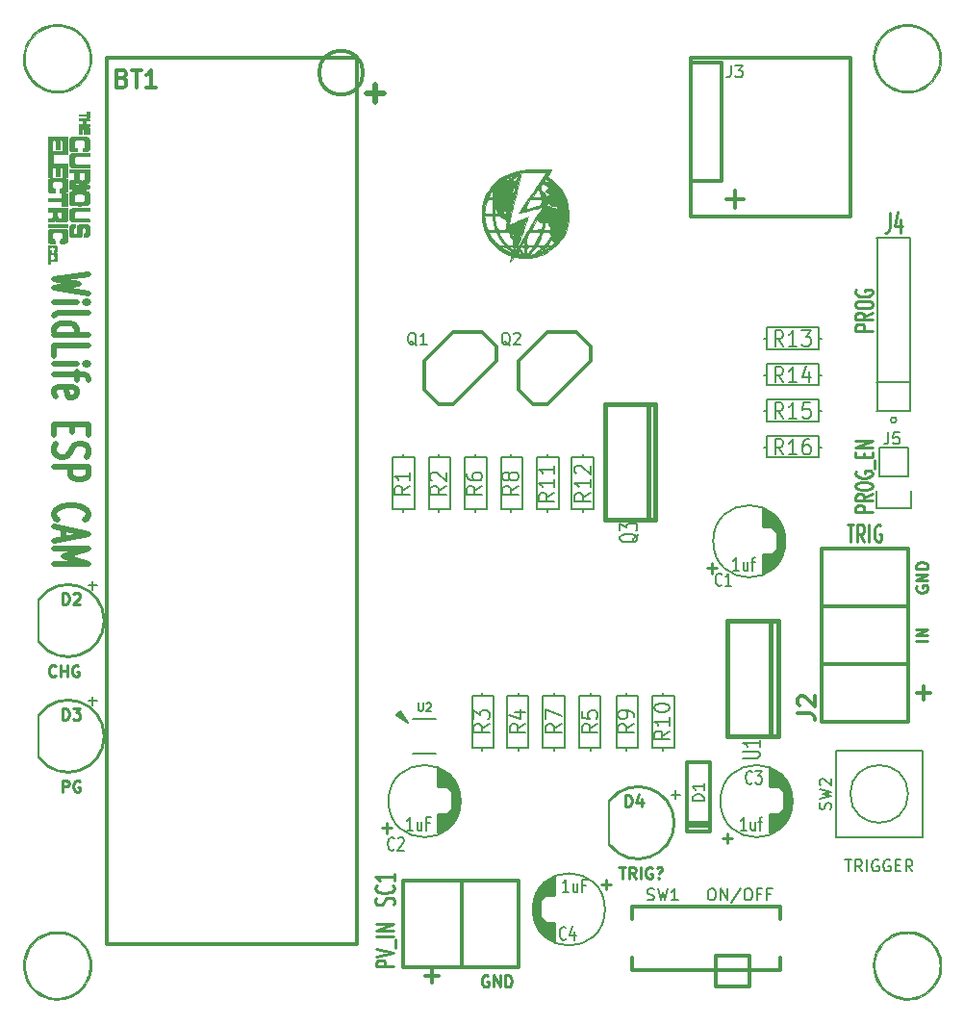
<source format=gbr>
G04 #@! TF.GenerationSoftware,KiCad,Pcbnew,(5.1.0)-1*
G04 #@! TF.CreationDate,2020-11-16T17:59:51+00:00*
G04 #@! TF.ProjectId,WildlifeCamera_PCB,57696c64-6c69-4666-9543-616d6572615f,rev?*
G04 #@! TF.SameCoordinates,PX5d42830PY7b89fa0*
G04 #@! TF.FileFunction,Legend,Top*
G04 #@! TF.FilePolarity,Positive*
%FSLAX46Y46*%
G04 Gerber Fmt 4.6, Leading zero omitted, Abs format (unit mm)*
G04 Created by KiCad (PCBNEW (5.1.0)-1) date 2020-11-16 17:59:51*
%MOMM*%
%LPD*%
G04 APERTURE LIST*
%ADD10C,0.500000*%
%ADD11C,0.300000*%
%ADD12C,0.203200*%
%ADD13C,0.254000*%
%ADD14C,0.200000*%
%ADD15C,0.150000*%
%ADD16C,0.304800*%
%ADD17C,0.127000*%
%ADD18C,0.010000*%
%ADD19C,0.381000*%
%ADD20C,0.250000*%
%ADD21C,0.271780*%
%ADD22C,0.285750*%
%ADD23C,0.287020*%
G04 APERTURE END LIST*
D10*
X11675857Y54640143D02*
X8675857Y54163953D01*
X10818714Y53783000D01*
X8675857Y53402048D01*
X11675857Y52925858D01*
X8675857Y52163953D02*
X10675857Y52163953D01*
X11675857Y52163953D02*
X11533000Y52259191D01*
X11390142Y52163953D01*
X11533000Y52068715D01*
X11675857Y52163953D01*
X11390142Y52163953D01*
X8675857Y50925858D02*
X8818714Y51116334D01*
X9104428Y51211572D01*
X11675857Y51211572D01*
X8675857Y49306810D02*
X11675857Y49306810D01*
X8818714Y49306810D02*
X8675857Y49497286D01*
X8675857Y49878239D01*
X8818714Y50068715D01*
X8961571Y50163953D01*
X9247285Y50259191D01*
X10104428Y50259191D01*
X10390142Y50163953D01*
X10533000Y50068715D01*
X10675857Y49878239D01*
X10675857Y49497286D01*
X10533000Y49306810D01*
X8675857Y47402048D02*
X8675857Y48354429D01*
X11675857Y48354429D01*
X8675857Y46735381D02*
X10675857Y46735381D01*
X11675857Y46735381D02*
X11533000Y46830620D01*
X11390142Y46735381D01*
X11533000Y46640143D01*
X11675857Y46735381D01*
X11390142Y46735381D01*
X10675857Y46068715D02*
X10675857Y45306810D01*
X8675857Y45783000D02*
X11247285Y45783000D01*
X11533000Y45687762D01*
X11675857Y45497286D01*
X11675857Y45306810D01*
X8818714Y43878239D02*
X8675857Y44068715D01*
X8675857Y44449667D01*
X8818714Y44640143D01*
X9104428Y44735381D01*
X10247285Y44735381D01*
X10533000Y44640143D01*
X10675857Y44449667D01*
X10675857Y44068715D01*
X10533000Y43878239D01*
X10247285Y43783000D01*
X9961571Y43783000D01*
X9675857Y44735381D01*
X10247285Y41402048D02*
X10247285Y40735381D01*
X8675857Y40449667D02*
X8675857Y41402048D01*
X11675857Y41402048D01*
X11675857Y40449667D01*
X8818714Y39687762D02*
X8675857Y39402048D01*
X8675857Y38925858D01*
X8818714Y38735381D01*
X8961571Y38640143D01*
X9247285Y38544905D01*
X9533000Y38544905D01*
X9818714Y38640143D01*
X9961571Y38735381D01*
X10104428Y38925858D01*
X10247285Y39306810D01*
X10390142Y39497286D01*
X10533000Y39592524D01*
X10818714Y39687762D01*
X11104428Y39687762D01*
X11390142Y39592524D01*
X11533000Y39497286D01*
X11675857Y39306810D01*
X11675857Y38830620D01*
X11533000Y38544905D01*
X8675857Y37687762D02*
X11675857Y37687762D01*
X11675857Y36925858D01*
X11533000Y36735381D01*
X11390142Y36640143D01*
X11104428Y36544905D01*
X10675857Y36544905D01*
X10390142Y36640143D01*
X10247285Y36735381D01*
X10104428Y36925858D01*
X10104428Y37687762D01*
X8961571Y33021096D02*
X8818714Y33116334D01*
X8675857Y33402048D01*
X8675857Y33592524D01*
X8818714Y33878239D01*
X9104428Y34068715D01*
X9390142Y34163953D01*
X9961571Y34259191D01*
X10390142Y34259191D01*
X10961571Y34163953D01*
X11247285Y34068715D01*
X11533000Y33878239D01*
X11675857Y33592524D01*
X11675857Y33402048D01*
X11533000Y33116334D01*
X11390142Y33021096D01*
X9533000Y32259191D02*
X9533000Y31306810D01*
X8675857Y32449667D02*
X11675857Y31783000D01*
X8675857Y31116334D01*
X8675857Y30449667D02*
X11675857Y30449667D01*
X9533000Y29783000D01*
X11675857Y29116334D01*
X8675857Y29116334D01*
D11*
X35859571Y72342000D02*
G75*
G03X35859571Y72342000I-1938571J0D01*
G01*
X13335000Y73660000D02*
X35335000Y73660000D01*
X35335000Y73660000D02*
X35335000Y-4340000D01*
X35335000Y-4340000D02*
X13335000Y-4340000D01*
X13335000Y-4340000D02*
X13335000Y73660000D01*
D12*
X7315200Y26035000D02*
X7315200Y22225000D01*
D13*
X7368003Y22222332D02*
G75*
G03X7366000Y26035000I2537997J1907668D01*
G01*
D14*
X81076800Y57785000D02*
X83997800Y57785000D01*
X81076800Y45085000D02*
X83947000Y45085000D01*
X81076800Y42545000D02*
X83997800Y42545000D01*
X82804000Y41783000D02*
G75*
G03X82804000Y41783000I-254000J0D01*
G01*
X81102200Y42545000D02*
X81102200Y57785000D01*
X84023200Y57785000D02*
X84023200Y42545000D01*
D12*
X7315200Y15875000D02*
X7315200Y12065000D01*
D13*
X7368003Y12062332D02*
G75*
G03X7366000Y15875000I2537997J1907668D01*
G01*
D14*
X46355000Y17526000D02*
X46355000Y17780000D01*
X46355000Y12954000D02*
X46355000Y12700000D01*
X47371000Y17526000D02*
X45466000Y17526000D01*
X45466000Y17526000D02*
X45466000Y12954000D01*
X45466000Y12954000D02*
X47371000Y12954000D01*
X47371000Y12954000D02*
X47371000Y17526000D01*
X49530000Y12954000D02*
X49530000Y12700000D01*
X49530000Y17526000D02*
X49530000Y17780000D01*
X48514000Y12954000D02*
X50419000Y12954000D01*
X50419000Y12954000D02*
X50419000Y17526000D01*
X50419000Y17526000D02*
X48514000Y17526000D01*
X48514000Y17526000D02*
X48514000Y12954000D01*
X55880000Y12954000D02*
X55880000Y12700000D01*
X55880000Y17526000D02*
X55880000Y17780000D01*
X54864000Y12954000D02*
X56769000Y12954000D01*
X56769000Y12954000D02*
X56769000Y17526000D01*
X56769000Y17526000D02*
X54864000Y17526000D01*
X54864000Y17526000D02*
X54864000Y12954000D01*
X52705000Y12954000D02*
X52705000Y12700000D01*
X52705000Y17526000D02*
X52705000Y17780000D01*
X51689000Y12954000D02*
X53594000Y12954000D01*
X53594000Y12954000D02*
X53594000Y17526000D01*
X53594000Y17526000D02*
X51689000Y17526000D01*
X51689000Y17526000D02*
X51689000Y12954000D01*
D15*
X40275000Y12470000D02*
X42275000Y12470000D01*
X40275000Y15470000D02*
X42275000Y15470000D01*
X39825000Y15170000D02*
X38875000Y15920000D01*
X39825000Y15170000D02*
X39075000Y16120000D01*
X39150000Y16195000D02*
X38800000Y15845000D01*
X38800000Y15845000D02*
X39825000Y15170000D01*
X39825000Y15170000D02*
X39150000Y16195000D01*
X39825000Y15170000D02*
X38975000Y16020000D01*
D11*
X83820000Y20320000D02*
X83820000Y15240000D01*
X83820000Y15240000D02*
X76200000Y15240000D01*
X76200000Y15240000D02*
X76200000Y20320000D01*
X76200000Y30480000D02*
X76200000Y20320000D01*
X83820000Y30480000D02*
X83820000Y20320000D01*
X76200000Y20320000D02*
X83820000Y20320000D01*
X83820000Y25400000D02*
X76200000Y25400000D01*
X76200000Y30480000D02*
X83820000Y30480000D01*
D14*
X63246000Y12954000D02*
X63246000Y17526000D01*
X61341000Y12954000D02*
X63246000Y12954000D01*
X61341000Y17526000D02*
X61341000Y12954000D01*
X63246000Y17526000D02*
X61341000Y17526000D01*
X62230000Y12954000D02*
X62230000Y12700000D01*
X62230000Y17526000D02*
X62230000Y17780000D01*
D11*
X69840000Y-5410000D02*
X69840000Y-8010000D01*
X69840000Y-8010000D02*
X66940000Y-8010000D01*
X66940000Y-8010000D02*
X66940000Y-5310000D01*
X66940000Y-5310000D02*
X69840000Y-5310000D01*
X69840000Y-5310000D02*
X69840000Y-5710000D01*
X59540000Y-6610000D02*
X59540000Y-5510000D01*
X59540000Y-1010000D02*
X59540000Y-2110000D01*
X72540000Y-6610000D02*
X72540000Y-5510000D01*
X72540000Y-1010000D02*
X72540000Y-2110000D01*
X72540000Y-6610000D02*
X59540000Y-6610000D01*
X59540000Y-1010000D02*
X72540000Y-1010000D01*
D16*
X65405000Y5588000D02*
X66421000Y5588000D01*
X66421000Y5588000D02*
X66421000Y11684000D01*
X66421000Y11684000D02*
X65405000Y11684000D01*
X65405000Y11684000D02*
X64389000Y11684000D01*
X64389000Y11684000D02*
X64389000Y5588000D01*
X64389000Y5588000D02*
X65405000Y5588000D01*
X66421000Y6096000D02*
X64389000Y6096000D01*
X64389000Y6350000D02*
X66421000Y6350000D01*
D12*
X57480200Y8255000D02*
X57480200Y4445000D01*
D13*
X57533003Y4442332D02*
G75*
G03X57531000Y8255000I2537997J1907668D01*
G01*
D15*
X81280000Y36830000D02*
X81280000Y39370000D01*
X83820000Y36830000D02*
X83820000Y39370000D01*
X83820000Y39370000D02*
X81280000Y39370000D01*
X81000000Y34010000D02*
X81000000Y35560000D01*
X81280000Y36830000D02*
X83820000Y36830000D01*
X84100000Y35560000D02*
X84100000Y34010000D01*
X84100000Y34010000D02*
X81000000Y34010000D01*
D14*
X59055000Y17526000D02*
X59055000Y17780000D01*
X59055000Y12954000D02*
X59055000Y12700000D01*
X60071000Y17526000D02*
X58166000Y17526000D01*
X58166000Y17526000D02*
X58166000Y12954000D01*
X58166000Y12954000D02*
X60071000Y12954000D01*
X60071000Y12954000D02*
X60071000Y17526000D01*
D17*
X77470000Y5080000D02*
X85090000Y5080000D01*
X85090000Y12700000D02*
X85090000Y5080000D01*
X77470000Y12700000D02*
X85090000Y12700000D01*
X77470000Y5080000D02*
X77470000Y12700000D01*
X83820000Y8890000D02*
G75*
G03X83820000Y8890000I-2540000J0D01*
G01*
D18*
G36*
X51641355Y63833497D02*
G01*
X51356361Y63829041D01*
X51058053Y63822274D01*
X50758307Y63813509D01*
X50468996Y63803057D01*
X50201997Y63791233D01*
X49969183Y63778348D01*
X49782430Y63764715D01*
X49653613Y63750647D01*
X49594607Y63736456D01*
X49592895Y63734910D01*
X49524400Y63690048D01*
X49414722Y63653397D01*
X49402395Y63650761D01*
X49133127Y63581479D01*
X48831219Y63479311D01*
X48534831Y63357802D01*
X48408166Y63297803D01*
X47973509Y63053052D01*
X47604252Y62780858D01*
X47281876Y62465001D01*
X46987861Y62089261D01*
X46928239Y62001608D01*
X46696749Y61617722D01*
X46524732Y61243552D01*
X46406317Y60858700D01*
X46335632Y60442770D01*
X46306806Y59975364D01*
X46305438Y59838166D01*
X46322348Y59383038D01*
X46377815Y58981923D01*
X46477854Y58610673D01*
X46628482Y58245137D01*
X46769394Y57975909D01*
X47012769Y57607430D01*
X47313810Y57254065D01*
X47656616Y56929520D01*
X48025287Y56647502D01*
X48403920Y56421719D01*
X48738652Y56278405D01*
X48930800Y56212934D01*
X48848730Y55974393D01*
X48797157Y55809452D01*
X48781711Y55720462D01*
X48801982Y55707771D01*
X48857561Y55771724D01*
X48939150Y55897932D01*
X49085290Y56139062D01*
X49297062Y56104781D01*
X49412685Y56093134D01*
X49592780Y56083484D01*
X49817163Y56076540D01*
X50065647Y56073013D01*
X50207333Y56072793D01*
X50474037Y56074674D01*
X50675409Y56079774D01*
X50830780Y56090288D01*
X50959478Y56108409D01*
X51080833Y56136332D01*
X51214174Y56176251D01*
X51265666Y56192943D01*
X51801663Y56409916D01*
X52288508Y56690950D01*
X52708182Y57019955D01*
X52260500Y57019955D01*
X52133500Y56914030D01*
X52054507Y56859128D01*
X51930681Y56784580D01*
X51783463Y56701936D01*
X51634291Y56622747D01*
X51504604Y56558564D01*
X51415842Y56520938D01*
X51394178Y56515706D01*
X51403479Y56538785D01*
X51436512Y56573487D01*
X51634943Y56755855D01*
X51788265Y56883778D01*
X51906508Y56963984D01*
X51562000Y56963984D01*
X51529312Y56911814D01*
X51442495Y56826647D01*
X51318416Y56721612D01*
X51173943Y56609840D01*
X51025944Y56504462D01*
X50891286Y56418607D01*
X50800000Y56370825D01*
X50681619Y56327666D01*
X50584771Y56305629D01*
X50574677Y56304990D01*
X50528723Y56310387D01*
X50530525Y56323579D01*
X49842467Y56323579D01*
X49824992Y56305656D01*
X49773185Y56303333D01*
X49667855Y56341692D01*
X49580294Y56428619D01*
X49545313Y56485535D01*
X49018129Y56485535D01*
X48994635Y56476906D01*
X48911702Y56502137D01*
X48779712Y56552717D01*
X48634602Y56616732D01*
X48474697Y56697880D01*
X48318063Y56785543D01*
X48182762Y56869100D01*
X48086861Y56937930D01*
X48048423Y56981414D01*
X48048333Y56982694D01*
X48086069Y57007191D01*
X48181090Y57021488D01*
X48230406Y57023000D01*
X48324680Y57016962D01*
X48408657Y56991659D01*
X48502653Y56936305D01*
X48626985Y56840115D01*
X48717239Y56764557D01*
X48880905Y56624363D01*
X48980710Y56533021D01*
X49018129Y56485535D01*
X49545313Y56485535D01*
X49504624Y56551735D01*
X49488844Y56624363D01*
X49522851Y56643645D01*
X49596537Y56606728D01*
X49699799Y56510755D01*
X49733474Y56471903D01*
X49813250Y56373523D01*
X49842467Y56323579D01*
X50530525Y56323579D01*
X50533046Y56342024D01*
X50590353Y56418550D01*
X50591320Y56419750D01*
X50665746Y56512971D01*
X50769496Y56643961D01*
X50876352Y56779583D01*
X51040019Y56987911D01*
X50774356Y56987911D01*
X50761343Y56934896D01*
X50697147Y56833675D01*
X50590391Y56695970D01*
X50449701Y56533504D01*
X50401183Y56480632D01*
X50270833Y56340430D01*
X50258257Y56646235D01*
X50258089Y56669221D01*
X50078597Y56669221D01*
X50076861Y56366833D01*
X49903926Y56557333D01*
X49798994Y56677088D01*
X49709939Y56785929D01*
X49669180Y56841222D01*
X49629265Y56938616D01*
X49664486Y56998571D01*
X49775843Y57022434D01*
X49804203Y57023000D01*
X49939143Y57017348D01*
X50021006Y56989222D01*
X50062785Y56921868D01*
X50077476Y56798530D01*
X50078597Y56669221D01*
X50258089Y56669221D01*
X50256910Y56830530D01*
X50272146Y56941576D01*
X50300590Y56986872D01*
X50375270Y57008902D01*
X50491642Y57020017D01*
X50618093Y57020149D01*
X50723008Y57009227D01*
X50774356Y56987911D01*
X51040019Y56987911D01*
X51067586Y57023000D01*
X51314793Y57023000D01*
X51463373Y57017082D01*
X51541287Y56997210D01*
X51562000Y56963984D01*
X51906508Y56963984D01*
X51908472Y56965316D01*
X52007563Y57008533D01*
X52097533Y57021489D01*
X52103163Y57021477D01*
X52260500Y57019955D01*
X52708182Y57019955D01*
X52721725Y57030572D01*
X53096837Y57423309D01*
X53120301Y57456373D01*
X52747333Y57456373D01*
X52715849Y57400057D01*
X52637627Y57320487D01*
X52537018Y57240402D01*
X52472166Y57199402D01*
X52383623Y57168921D01*
X52274543Y57153596D01*
X52175581Y57154679D01*
X52117395Y57173425D01*
X52112333Y57184688D01*
X52137132Y57239575D01*
X52199774Y57334430D01*
X52282627Y57446257D01*
X52368059Y57552061D01*
X52438438Y57628849D01*
X52472166Y57653959D01*
X52513059Y57625753D01*
X52538009Y57565248D01*
X52580437Y57490440D01*
X52654426Y57480744D01*
X52727029Y57476882D01*
X52747333Y57456373D01*
X53120301Y57456373D01*
X53409366Y57863688D01*
X53488658Y58019563D01*
X52389381Y58019563D01*
X52386550Y57959023D01*
X52347600Y57874372D01*
X52284008Y57771886D01*
X52185346Y57634539D01*
X52069625Y57485144D01*
X51954860Y57346513D01*
X51859062Y57241459D01*
X51818476Y57204263D01*
X51745560Y57177729D01*
X51623921Y57160121D01*
X51481211Y57152193D01*
X51345086Y57154694D01*
X51243198Y57168378D01*
X51205101Y57187585D01*
X51212409Y57239277D01*
X51250513Y57349109D01*
X51312728Y57499303D01*
X51368253Y57621502D01*
X51454936Y57807840D01*
X51535023Y57983545D01*
X51596923Y58123023D01*
X51619657Y58176583D01*
X51684680Y58335333D01*
X51445583Y58335333D01*
X51419437Y58204602D01*
X51389827Y58112584D01*
X51331980Y57973147D01*
X51255100Y57804874D01*
X51168393Y57626343D01*
X51081063Y57456138D01*
X51002315Y57312837D01*
X50941355Y57215023D01*
X50913334Y57182991D01*
X50841842Y57164743D01*
X50716881Y57154083D01*
X50569341Y57151389D01*
X50430111Y57157040D01*
X50330081Y57171413D01*
X50316629Y57175696D01*
X50283332Y57204474D01*
X50262845Y57270235D01*
X50252509Y57388848D01*
X50251696Y57442240D01*
X50080333Y57442240D01*
X50075628Y57307581D01*
X50063508Y57209820D01*
X50052111Y57178222D01*
X49990959Y57154718D01*
X49900836Y57151009D01*
X49819323Y57164885D01*
X49784000Y57194003D01*
X49806179Y57250024D01*
X49863887Y57351649D01*
X49932166Y57458021D01*
X50080333Y57678036D01*
X50080333Y57442240D01*
X50251696Y57442240D01*
X50249666Y57575364D01*
X50254440Y57753504D01*
X50267395Y57890413D01*
X50286487Y57967477D01*
X50293783Y57976602D01*
X50336149Y58030486D01*
X50388288Y58131901D01*
X50404213Y58169600D01*
X50470526Y58335333D01*
X51445583Y58335333D01*
X51684680Y58335333D01*
X51983173Y58335333D01*
X52139089Y58333367D01*
X52228599Y58323725D01*
X52269942Y58300791D01*
X52281352Y58258950D01*
X52281666Y58243417D01*
X52309548Y58137926D01*
X52348244Y58077932D01*
X52389381Y58019563D01*
X53488658Y58019563D01*
X53654835Y58346238D01*
X53741123Y58603841D01*
X52337420Y58603841D01*
X52306811Y58539307D01*
X52287704Y58530688D01*
X52220060Y58524465D01*
X52104729Y58525103D01*
X51970944Y58531054D01*
X51847939Y58540766D01*
X51764945Y58552691D01*
X51747209Y58559346D01*
X51747403Y58606309D01*
X51765224Y58708268D01*
X51794348Y58839011D01*
X51828449Y58972328D01*
X51838751Y59006825D01*
X51643319Y59006825D01*
X51629366Y58870282D01*
X51586995Y58716333D01*
X51543080Y58621131D01*
X51480971Y58571797D01*
X51369776Y58546012D01*
X51346799Y58542775D01*
X51142832Y58522062D01*
X50951611Y58514937D01*
X50797508Y58521530D01*
X50710468Y58539392D01*
X50688066Y58562600D01*
X50693473Y58610729D01*
X50731794Y58695229D01*
X50808138Y58827551D01*
X50916873Y59002202D01*
X51191642Y59436237D01*
X51355776Y59287952D01*
X51461026Y59203207D01*
X51549691Y59149534D01*
X51583288Y59139666D01*
X51627902Y59103177D01*
X51643319Y59006825D01*
X51838751Y59006825D01*
X51861205Y59082005D01*
X51886291Y59141832D01*
X51888330Y59144264D01*
X51953641Y59164015D01*
X52056435Y59157196D01*
X52056981Y59157087D01*
X52146860Y59127265D01*
X52170203Y59077250D01*
X52165024Y59047703D01*
X52173780Y58955295D01*
X52226370Y58850895D01*
X52309842Y58711692D01*
X52337420Y58603841D01*
X53741123Y58603841D01*
X53816196Y58827961D01*
X53550219Y58827961D01*
X53521167Y58730379D01*
X53495716Y58675792D01*
X53481272Y58700993D01*
X53474864Y58731413D01*
X53483633Y58820752D01*
X53505363Y58856296D01*
X53544613Y58874804D01*
X53550219Y58827961D01*
X53816196Y58827961D01*
X53828766Y58865485D01*
X53926683Y59415957D01*
X53930024Y59449658D01*
X53949330Y60050226D01*
X53903324Y60494333D01*
X53170666Y60494333D01*
X53155177Y60459488D01*
X53147176Y60463650D01*
X52944454Y60463650D01*
X52928996Y60418457D01*
X52841806Y60400925D01*
X52677975Y60408221D01*
X52667523Y60409202D01*
X52478332Y60440778D01*
X52350915Y60496762D01*
X52312637Y60527456D01*
X52174812Y60605570D01*
X52074972Y60621333D01*
X51937235Y60621333D01*
X52023533Y60742528D01*
X52073027Y60830725D01*
X52082487Y60889923D01*
X52079332Y60894799D01*
X52093212Y60900949D01*
X52165042Y60878424D01*
X52197000Y60865966D01*
X52316285Y60791948D01*
X52358694Y60713695D01*
X52376643Y60659368D01*
X52424557Y60631699D01*
X52524524Y60622073D01*
X52595550Y60621333D01*
X52752139Y60610939D01*
X52851338Y60575120D01*
X52893086Y60539334D01*
X52944454Y60463650D01*
X53147176Y60463650D01*
X53142444Y60466111D01*
X53137378Y60516351D01*
X53142444Y60522555D01*
X53167611Y60516744D01*
X53170666Y60494333D01*
X53903324Y60494333D01*
X53890469Y60618417D01*
X53768067Y61097183D01*
X51646666Y61097183D01*
X51613647Y61017644D01*
X51562000Y60969824D01*
X51494427Y60886882D01*
X51477333Y60812881D01*
X51471790Y60770285D01*
X51447035Y60733770D01*
X51390882Y60697222D01*
X51291145Y60654523D01*
X51135637Y60599558D01*
X50912172Y60526209D01*
X50895250Y60520739D01*
X50685914Y60453525D01*
X50505463Y60396384D01*
X50369119Y60354075D01*
X50292103Y60331357D01*
X50281416Y60328832D01*
X50262587Y60364280D01*
X50260388Y60382480D01*
X50080333Y60382480D01*
X50067777Y60298737D01*
X50052111Y60268555D01*
X49995840Y60241459D01*
X49956644Y60259517D01*
X49954680Y60272083D01*
X49978784Y60327208D01*
X50018180Y60386008D01*
X50064667Y60442666D01*
X50079202Y60430359D01*
X50080333Y60382480D01*
X50260388Y60382480D01*
X50251205Y60458474D01*
X50249666Y60517307D01*
X50259829Y60641746D01*
X50298747Y60753356D01*
X50379065Y60883500D01*
X50420335Y60940641D01*
X50591004Y61171666D01*
X51118835Y61171666D01*
X51339235Y61170610D01*
X51488528Y61166167D01*
X51580261Y61156425D01*
X51627979Y61139473D01*
X51645230Y61113400D01*
X51646666Y61097183D01*
X53768067Y61097183D01*
X53753559Y61153927D01*
X53556879Y61613975D01*
X52263105Y61613975D01*
X52230418Y61595059D01*
X52226217Y61595000D01*
X52155910Y61565934D01*
X52091302Y61510483D01*
X52010453Y61458476D01*
X51939673Y61489082D01*
X51924221Y61518796D01*
X51457725Y61518796D01*
X51453909Y61492022D01*
X51425577Y61341000D01*
X50709568Y61341000D01*
X50805593Y61478583D01*
X50973843Y61715404D01*
X51102260Y61885977D01*
X51195572Y61996046D01*
X51258509Y62051354D01*
X51284766Y62060666D01*
X51336809Y62022549D01*
X51387463Y61924638D01*
X51429391Y61791599D01*
X51455257Y61648097D01*
X51457725Y61518796D01*
X51924221Y61518796D01*
X51881698Y61600565D01*
X51866245Y61653240D01*
X51811910Y61762889D01*
X51738947Y61799089D01*
X51650408Y61849400D01*
X51573690Y61955236D01*
X51526572Y62087665D01*
X51519666Y62155931D01*
X51501392Y62253566D01*
X51473858Y62301209D01*
X51452486Y62364758D01*
X51484041Y62436675D01*
X51551108Y62500461D01*
X51662177Y62524983D01*
X51712045Y62526333D01*
X51840289Y62512259D01*
X51942733Y62457581D01*
X52021758Y62384262D01*
X52159459Y62242191D01*
X52051229Y62113568D01*
X51981504Y62016620D01*
X51944705Y61937984D01*
X51943000Y61925439D01*
X51979827Y61832552D01*
X52068385Y61772594D01*
X52119310Y61764333D01*
X52197186Y61730398D01*
X52239333Y61679666D01*
X52263105Y61613975D01*
X53556879Y61613975D01*
X53538720Y61656449D01*
X53522682Y61682165D01*
X52535666Y61682165D01*
X52504936Y61639056D01*
X52493333Y61637333D01*
X52452100Y61651777D01*
X52451000Y61656001D01*
X52480664Y61692144D01*
X52493333Y61700833D01*
X52532343Y61697477D01*
X52535666Y61682165D01*
X53522682Y61682165D01*
X53246069Y62125680D01*
X52961572Y62460335D01*
X52281666Y62460335D01*
X52261144Y62416517D01*
X52239333Y62420500D01*
X52198615Y62474621D01*
X52197000Y62486498D01*
X52229289Y62525193D01*
X52239333Y62526333D01*
X52276485Y62491875D01*
X52281666Y62460335D01*
X52961572Y62460335D01*
X52875726Y62561315D01*
X52713962Y62714799D01*
X52281666Y62714799D01*
X52246707Y62694023D01*
X52161148Y62697626D01*
X52053972Y62721085D01*
X51954159Y62759877D01*
X51938948Y62768294D01*
X51849156Y62826650D01*
X51821653Y62871214D01*
X51843957Y62927920D01*
X51854191Y62944413D01*
X51889769Y62969101D01*
X51952451Y62951722D01*
X52059461Y62886627D01*
X52086376Y62868296D01*
X52193000Y62791812D01*
X52263933Y62734944D01*
X52281666Y62714799D01*
X52713962Y62714799D01*
X52630945Y62793566D01*
X52488113Y62911516D01*
X52341038Y63020497D01*
X52239688Y63085969D01*
X52138901Y63149915D01*
X52078247Y63200722D01*
X52070326Y63214917D01*
X52093464Y63262415D01*
X52154972Y63358565D01*
X52242486Y63484234D01*
X52260500Y63509137D01*
X52325774Y63602292D01*
X52027666Y63602292D01*
X52004238Y63563457D01*
X51936976Y63461767D01*
X51830416Y63303855D01*
X51689096Y63096355D01*
X51517549Y62845902D01*
X51320314Y62559130D01*
X51101925Y62242672D01*
X50866918Y61903164D01*
X50795371Y61799995D01*
X50556964Y61455313D01*
X50334618Y61131814D01*
X50132775Y60836106D01*
X49955877Y60574792D01*
X49808366Y60354479D01*
X49694683Y60181771D01*
X49619270Y60063275D01*
X49586569Y60005594D01*
X49585754Y60001134D01*
X49631096Y60005711D01*
X49746591Y60030562D01*
X49920930Y60072872D01*
X50142808Y60129830D01*
X50400919Y60198621D01*
X50614011Y60256989D01*
X50891484Y60333218D01*
X51140647Y60400471D01*
X51350330Y60455829D01*
X51509362Y60496375D01*
X51606570Y60519194D01*
X51632238Y60522873D01*
X51613259Y60485784D01*
X51554895Y60384560D01*
X51462026Y60227235D01*
X51339536Y60021847D01*
X51192306Y59776429D01*
X51025220Y59499019D01*
X50843159Y59197652D01*
X50651007Y58880364D01*
X50453645Y58555190D01*
X50255955Y58230166D01*
X50062821Y57913328D01*
X49879124Y57612711D01*
X49709747Y57336352D01*
X49559572Y57092286D01*
X49433482Y56888549D01*
X49336359Y56733176D01*
X49273086Y56634204D01*
X49248562Y56599666D01*
X49253550Y56634400D01*
X49283192Y56721311D01*
X49297575Y56758416D01*
X49326589Y56831920D01*
X49140582Y56831920D01*
X49130981Y56787637D01*
X49103831Y56679464D01*
X48935916Y56812456D01*
X48839563Y56895835D01*
X48778828Y56961982D01*
X48768000Y56984224D01*
X48805584Y57008430D01*
X48899553Y57021966D01*
X48938662Y57023000D01*
X49073187Y57005143D01*
X49137737Y56944824D01*
X49140582Y56831920D01*
X49326589Y56831920D01*
X49426940Y57086146D01*
X49482096Y57228067D01*
X49060177Y57228067D01*
X49036111Y57178222D01*
X48960710Y57150645D01*
X48836774Y57146900D01*
X48695993Y57163760D01*
X48653885Y57175207D01*
X48260000Y57175207D01*
X48222954Y57154482D01*
X48129639Y57148583D01*
X48006782Y57155623D01*
X47881116Y57173714D01*
X47779370Y57200970D01*
X47757446Y57210684D01*
X47669507Y57274186D01*
X47555154Y57380399D01*
X47447898Y57496434D01*
X47343797Y57625724D01*
X47229876Y57778902D01*
X47117720Y57938819D01*
X47018913Y58088325D01*
X46945040Y58210272D01*
X46907687Y58287512D01*
X46905333Y58299563D01*
X46944211Y58316636D01*
X47047078Y58329277D01*
X47193282Y58335168D01*
X47223875Y58335333D01*
X47542418Y58335333D01*
X47657792Y58137599D01*
X47732327Y58014608D01*
X47836859Y57848204D01*
X47954332Y57665362D01*
X48016583Y57570140D01*
X48117190Y57415061D01*
X48197548Y57286879D01*
X48247864Y57201483D01*
X48260000Y57175207D01*
X48653885Y57175207D01*
X48570057Y57197995D01*
X48505476Y57232285D01*
X48427255Y57311387D01*
X48323954Y57439987D01*
X48206588Y57601351D01*
X48086173Y57778747D01*
X47973727Y57955439D01*
X47880265Y58114696D01*
X47816805Y58239782D01*
X47794333Y58312480D01*
X47833752Y58321853D01*
X47940361Y58329364D01*
X48096688Y58334117D01*
X48239741Y58335333D01*
X48438961Y58334262D01*
X48569963Y58328893D01*
X48649189Y58315995D01*
X48693079Y58292338D01*
X48718076Y58254690D01*
X48724390Y58240083D01*
X48758500Y58158776D01*
X48815721Y58023845D01*
X48885786Y57859476D01*
X48913983Y57793533D01*
X49008059Y57547874D01*
X49057150Y57357574D01*
X49060177Y57228067D01*
X49482096Y57228067D01*
X49559684Y57427703D01*
X49692508Y57774115D01*
X49714272Y57831599D01*
X49147713Y57831599D01*
X49140981Y57770711D01*
X49120358Y57770564D01*
X49082061Y57836706D01*
X49022311Y57974684D01*
X48982627Y58073822D01*
X48934982Y58198221D01*
X48918627Y58259302D01*
X48932940Y58272171D01*
X48975253Y58253029D01*
X49052106Y58172937D01*
X49113183Y58039812D01*
X49145558Y57885240D01*
X49147713Y57831599D01*
X49714272Y57831599D01*
X49822109Y58116408D01*
X49945188Y58445607D01*
X49992983Y58575222D01*
X48584555Y58575222D01*
X48578744Y58550055D01*
X48556333Y58547000D01*
X48521488Y58562489D01*
X48528111Y58575222D01*
X48578351Y58580289D01*
X48584555Y58575222D01*
X49992983Y58575222D01*
X50058443Y58752740D01*
X50158574Y59028831D01*
X50228779Y59226832D01*
X49995666Y59226832D01*
X49964936Y59183723D01*
X49953333Y59182000D01*
X49912100Y59196443D01*
X49911000Y59200668D01*
X49940664Y59236811D01*
X49953333Y59245500D01*
X49992343Y59242143D01*
X49995666Y59226832D01*
X50228779Y59226832D01*
X50242280Y59264908D01*
X50306260Y59451996D01*
X50347213Y59581122D01*
X50361838Y59643311D01*
X50360299Y59647615D01*
X50308595Y59631989D01*
X50191177Y59588369D01*
X50020370Y59521596D01*
X49808502Y59436511D01*
X49567899Y59337954D01*
X49497892Y59308949D01*
X49253827Y59207875D01*
X49037445Y59118831D01*
X48860490Y59046604D01*
X48734708Y58995979D01*
X48671844Y58971743D01*
X48667027Y58970333D01*
X48674110Y59010169D01*
X48700064Y59124798D01*
X48709765Y59165838D01*
X48495717Y59165838D01*
X48480133Y59008825D01*
X48448167Y58843478D01*
X48405325Y58693137D01*
X48357114Y58581142D01*
X48310106Y58531125D01*
X48197501Y58515613D01*
X48049133Y58517029D01*
X47894866Y58532368D01*
X47764567Y58558623D01*
X47735265Y58571716D01*
X47440124Y58571716D01*
X47377174Y58537692D01*
X47364446Y58535071D01*
X47181713Y58512230D01*
X47004085Y58521831D01*
X46936595Y58531917D01*
X46851378Y58550187D01*
X46796232Y58583277D01*
X46755556Y58650902D01*
X46713746Y58772775D01*
X46694029Y58838368D01*
X46646391Y59016842D01*
X46603488Y59210255D01*
X46568695Y59398584D01*
X46545387Y59561806D01*
X46536939Y59679899D01*
X46543821Y59729616D01*
X46603528Y59762055D01*
X46718957Y59785380D01*
X46861397Y59796724D01*
X47002132Y59793221D01*
X47074666Y59782614D01*
X47182491Y59744188D01*
X47229667Y59679115D01*
X47236277Y59646099D01*
X47251791Y59551745D01*
X47280277Y59399373D01*
X47316739Y59213702D01*
X47356181Y59019453D01*
X47393609Y58841345D01*
X47424027Y58704099D01*
X47438433Y58645722D01*
X47440124Y58571716D01*
X47735265Y58571716D01*
X47688102Y58592789D01*
X47687034Y58593823D01*
X47648851Y58663328D01*
X47600952Y58794678D01*
X47548983Y58966459D01*
X47498592Y59157254D01*
X47455424Y59345649D01*
X47425125Y59510228D01*
X47413342Y59629574D01*
X47413333Y59631928D01*
X47418884Y59723609D01*
X47451860Y59764158D01*
X47536749Y59774393D01*
X47581230Y59774666D01*
X47694145Y59767182D01*
X47811671Y59739886D01*
X47957815Y59685516D01*
X48133000Y59607733D01*
X48298287Y59526162D01*
X48401033Y59458127D01*
X48458339Y59388439D01*
X48487309Y59301908D01*
X48489413Y59291178D01*
X48495717Y59165838D01*
X48709765Y59165838D01*
X48743112Y59306907D01*
X48801471Y59549179D01*
X48873364Y59844299D01*
X48904106Y59969500D01*
X48695455Y59969500D01*
X48667200Y59956170D01*
X48628111Y60005204D01*
X48610825Y60071000D01*
X48429333Y60071000D01*
X48420743Y59984928D01*
X48377689Y59950196D01*
X48284844Y59944000D01*
X48189017Y59948252D01*
X48160271Y59976425D01*
X48163236Y59987174D01*
X47709666Y59987174D01*
X47673762Y59959044D01*
X47589323Y59945820D01*
X47491260Y59948080D01*
X47414483Y59966404D01*
X47394874Y59981952D01*
X47383721Y60044226D01*
X47389052Y60144108D01*
X47406047Y60253141D01*
X47429882Y60342871D01*
X47455736Y60384840D01*
X47463002Y60383966D01*
X47511760Y60331721D01*
X47578980Y60235927D01*
X47646364Y60126021D01*
X47695613Y60031438D01*
X47709666Y59987174D01*
X48163236Y59987174D01*
X48181022Y60051648D01*
X48188291Y60071000D01*
X48249476Y60169841D01*
X48332781Y60198000D01*
X48402305Y60182167D01*
X48427499Y60118368D01*
X48429333Y60071000D01*
X48610825Y60071000D01*
X48606003Y60089353D01*
X48609339Y60167895D01*
X48636091Y60178328D01*
X48670830Y60127773D01*
X48693895Y60048781D01*
X48695455Y59969500D01*
X48904106Y59969500D01*
X48957009Y60184952D01*
X49050628Y60563824D01*
X49152441Y60973597D01*
X49201871Y61171666D01*
X47299213Y61171666D01*
X47270216Y60593875D01*
X47258053Y60379947D01*
X47244928Y60196351D01*
X47232230Y60059708D01*
X47221345Y59986639D01*
X47218945Y59980041D01*
X47168749Y59962664D01*
X47056629Y59949881D01*
X46905297Y59944111D01*
X46880339Y59944000D01*
X46705850Y59948393D01*
X46600366Y59963463D01*
X46548590Y59992051D01*
X46539757Y60007200D01*
X46537922Y60074419D01*
X46552468Y60202895D01*
X46579375Y60371715D01*
X46614624Y60559963D01*
X46654195Y60746724D01*
X46694069Y60911085D01*
X46730226Y61032131D01*
X46742868Y61064002D01*
X46778574Y61124448D01*
X46831303Y61156801D01*
X46925209Y61169653D01*
X47045568Y61171666D01*
X47299213Y61171666D01*
X49201871Y61171666D01*
X49230925Y61288083D01*
X49261865Y61411834D01*
X47319052Y61411834D01*
X47266243Y61364928D01*
X47136675Y61342664D01*
X47073076Y61341000D01*
X46864815Y61341000D01*
X46915657Y61457416D01*
X46966522Y61559654D01*
X47042167Y61696354D01*
X47094666Y61785500D01*
X47222833Y61997166D01*
X47235951Y61765616D01*
X47250859Y61626534D01*
X47274973Y61519204D01*
X47292512Y61481721D01*
X47319052Y61411834D01*
X49261865Y61411834D01*
X49494276Y62341395D01*
X49269528Y62341395D01*
X49262431Y62310703D01*
X49237543Y62210345D01*
X49204127Y62068204D01*
X49185526Y61986583D01*
X49151135Y61855986D01*
X49114916Y61789122D01*
X49063135Y61765903D01*
X49033577Y61764333D01*
X48960918Y61776511D01*
X48952834Y61829276D01*
X48961130Y61859583D01*
X49006948Y61982865D01*
X49065811Y62108406D01*
X49129540Y62223961D01*
X49147152Y62251166D01*
X48946276Y62251166D01*
X48871481Y62103000D01*
X48818646Y62018228D01*
X48783333Y62002051D01*
X48777345Y62012160D01*
X48791302Y62079259D01*
X48852003Y62160194D01*
X48852140Y62160326D01*
X48946276Y62251166D01*
X49147152Y62251166D01*
X49189955Y62317283D01*
X49238878Y62376127D01*
X49268128Y62388246D01*
X49269528Y62341395D01*
X49494276Y62341395D01*
X49712526Y63214316D01*
X49466356Y63214316D01*
X49450165Y63134823D01*
X49406632Y63030852D01*
X49345034Y62925741D01*
X49292476Y62860104D01*
X49214514Y62787410D01*
X49163904Y62772787D01*
X49119285Y62804000D01*
X49060654Y62853965D01*
X49038040Y62865000D01*
X48990318Y62847474D01*
X48901501Y62804837D01*
X48892898Y62800413D01*
X48809549Y62767677D01*
X48768805Y62772019D01*
X48768000Y62776184D01*
X48800745Y62814196D01*
X48886299Y62883845D01*
X49005639Y62971948D01*
X49139743Y63065322D01*
X49269590Y63150784D01*
X49376156Y63215151D01*
X49440420Y63245241D01*
X49445925Y63246000D01*
X49466356Y63214316D01*
X49712526Y63214316D01*
X49741616Y63330666D01*
X49172055Y63330666D01*
X49152336Y63308029D01*
X49076309Y63246857D01*
X48956963Y63157266D01*
X48848224Y63078498D01*
X48687936Y62965569D01*
X48580597Y62896649D01*
X48511171Y62865278D01*
X48464626Y62864999D01*
X48425926Y62889354D01*
X48420037Y62894579D01*
X48368761Y62949505D01*
X48382393Y62986391D01*
X48418727Y63012865D01*
X48487046Y63049372D01*
X48605807Y63104467D01*
X48752686Y63168731D01*
X48905362Y63232749D01*
X49041510Y63287101D01*
X49138808Y63322372D01*
X49172055Y63330666D01*
X49741616Y63330666D01*
X49810414Y63605833D01*
X50919040Y63617119D01*
X51215416Y63619183D01*
X51481906Y63619209D01*
X51707437Y63617346D01*
X51880935Y63613741D01*
X51991329Y63608543D01*
X52027666Y63602292D01*
X52325774Y63602292D01*
X52351662Y63639236D01*
X52419050Y63744579D01*
X52450202Y63805477D01*
X52451000Y63810165D01*
X52410697Y63821955D01*
X52297707Y63829871D01*
X52123903Y63834225D01*
X51901161Y63835329D01*
X51641355Y63833497D01*
X51641355Y63833497D01*
G37*
X51641355Y63833497D02*
X51356361Y63829041D01*
X51058053Y63822274D01*
X50758307Y63813509D01*
X50468996Y63803057D01*
X50201997Y63791233D01*
X49969183Y63778348D01*
X49782430Y63764715D01*
X49653613Y63750647D01*
X49594607Y63736456D01*
X49592895Y63734910D01*
X49524400Y63690048D01*
X49414722Y63653397D01*
X49402395Y63650761D01*
X49133127Y63581479D01*
X48831219Y63479311D01*
X48534831Y63357802D01*
X48408166Y63297803D01*
X47973509Y63053052D01*
X47604252Y62780858D01*
X47281876Y62465001D01*
X46987861Y62089261D01*
X46928239Y62001608D01*
X46696749Y61617722D01*
X46524732Y61243552D01*
X46406317Y60858700D01*
X46335632Y60442770D01*
X46306806Y59975364D01*
X46305438Y59838166D01*
X46322348Y59383038D01*
X46377815Y58981923D01*
X46477854Y58610673D01*
X46628482Y58245137D01*
X46769394Y57975909D01*
X47012769Y57607430D01*
X47313810Y57254065D01*
X47656616Y56929520D01*
X48025287Y56647502D01*
X48403920Y56421719D01*
X48738652Y56278405D01*
X48930800Y56212934D01*
X48848730Y55974393D01*
X48797157Y55809452D01*
X48781711Y55720462D01*
X48801982Y55707771D01*
X48857561Y55771724D01*
X48939150Y55897932D01*
X49085290Y56139062D01*
X49297062Y56104781D01*
X49412685Y56093134D01*
X49592780Y56083484D01*
X49817163Y56076540D01*
X50065647Y56073013D01*
X50207333Y56072793D01*
X50474037Y56074674D01*
X50675409Y56079774D01*
X50830780Y56090288D01*
X50959478Y56108409D01*
X51080833Y56136332D01*
X51214174Y56176251D01*
X51265666Y56192943D01*
X51801663Y56409916D01*
X52288508Y56690950D01*
X52708182Y57019955D01*
X52260500Y57019955D01*
X52133500Y56914030D01*
X52054507Y56859128D01*
X51930681Y56784580D01*
X51783463Y56701936D01*
X51634291Y56622747D01*
X51504604Y56558564D01*
X51415842Y56520938D01*
X51394178Y56515706D01*
X51403479Y56538785D01*
X51436512Y56573487D01*
X51634943Y56755855D01*
X51788265Y56883778D01*
X51906508Y56963984D01*
X51562000Y56963984D01*
X51529312Y56911814D01*
X51442495Y56826647D01*
X51318416Y56721612D01*
X51173943Y56609840D01*
X51025944Y56504462D01*
X50891286Y56418607D01*
X50800000Y56370825D01*
X50681619Y56327666D01*
X50584771Y56305629D01*
X50574677Y56304990D01*
X50528723Y56310387D01*
X50530525Y56323579D01*
X49842467Y56323579D01*
X49824992Y56305656D01*
X49773185Y56303333D01*
X49667855Y56341692D01*
X49580294Y56428619D01*
X49545313Y56485535D01*
X49018129Y56485535D01*
X48994635Y56476906D01*
X48911702Y56502137D01*
X48779712Y56552717D01*
X48634602Y56616732D01*
X48474697Y56697880D01*
X48318063Y56785543D01*
X48182762Y56869100D01*
X48086861Y56937930D01*
X48048423Y56981414D01*
X48048333Y56982694D01*
X48086069Y57007191D01*
X48181090Y57021488D01*
X48230406Y57023000D01*
X48324680Y57016962D01*
X48408657Y56991659D01*
X48502653Y56936305D01*
X48626985Y56840115D01*
X48717239Y56764557D01*
X48880905Y56624363D01*
X48980710Y56533021D01*
X49018129Y56485535D01*
X49545313Y56485535D01*
X49504624Y56551735D01*
X49488844Y56624363D01*
X49522851Y56643645D01*
X49596537Y56606728D01*
X49699799Y56510755D01*
X49733474Y56471903D01*
X49813250Y56373523D01*
X49842467Y56323579D01*
X50530525Y56323579D01*
X50533046Y56342024D01*
X50590353Y56418550D01*
X50591320Y56419750D01*
X50665746Y56512971D01*
X50769496Y56643961D01*
X50876352Y56779583D01*
X51040019Y56987911D01*
X50774356Y56987911D01*
X50761343Y56934896D01*
X50697147Y56833675D01*
X50590391Y56695970D01*
X50449701Y56533504D01*
X50401183Y56480632D01*
X50270833Y56340430D01*
X50258257Y56646235D01*
X50258089Y56669221D01*
X50078597Y56669221D01*
X50076861Y56366833D01*
X49903926Y56557333D01*
X49798994Y56677088D01*
X49709939Y56785929D01*
X49669180Y56841222D01*
X49629265Y56938616D01*
X49664486Y56998571D01*
X49775843Y57022434D01*
X49804203Y57023000D01*
X49939143Y57017348D01*
X50021006Y56989222D01*
X50062785Y56921868D01*
X50077476Y56798530D01*
X50078597Y56669221D01*
X50258089Y56669221D01*
X50256910Y56830530D01*
X50272146Y56941576D01*
X50300590Y56986872D01*
X50375270Y57008902D01*
X50491642Y57020017D01*
X50618093Y57020149D01*
X50723008Y57009227D01*
X50774356Y56987911D01*
X51040019Y56987911D01*
X51067586Y57023000D01*
X51314793Y57023000D01*
X51463373Y57017082D01*
X51541287Y56997210D01*
X51562000Y56963984D01*
X51906508Y56963984D01*
X51908472Y56965316D01*
X52007563Y57008533D01*
X52097533Y57021489D01*
X52103163Y57021477D01*
X52260500Y57019955D01*
X52708182Y57019955D01*
X52721725Y57030572D01*
X53096837Y57423309D01*
X53120301Y57456373D01*
X52747333Y57456373D01*
X52715849Y57400057D01*
X52637627Y57320487D01*
X52537018Y57240402D01*
X52472166Y57199402D01*
X52383623Y57168921D01*
X52274543Y57153596D01*
X52175581Y57154679D01*
X52117395Y57173425D01*
X52112333Y57184688D01*
X52137132Y57239575D01*
X52199774Y57334430D01*
X52282627Y57446257D01*
X52368059Y57552061D01*
X52438438Y57628849D01*
X52472166Y57653959D01*
X52513059Y57625753D01*
X52538009Y57565248D01*
X52580437Y57490440D01*
X52654426Y57480744D01*
X52727029Y57476882D01*
X52747333Y57456373D01*
X53120301Y57456373D01*
X53409366Y57863688D01*
X53488658Y58019563D01*
X52389381Y58019563D01*
X52386550Y57959023D01*
X52347600Y57874372D01*
X52284008Y57771886D01*
X52185346Y57634539D01*
X52069625Y57485144D01*
X51954860Y57346513D01*
X51859062Y57241459D01*
X51818476Y57204263D01*
X51745560Y57177729D01*
X51623921Y57160121D01*
X51481211Y57152193D01*
X51345086Y57154694D01*
X51243198Y57168378D01*
X51205101Y57187585D01*
X51212409Y57239277D01*
X51250513Y57349109D01*
X51312728Y57499303D01*
X51368253Y57621502D01*
X51454936Y57807840D01*
X51535023Y57983545D01*
X51596923Y58123023D01*
X51619657Y58176583D01*
X51684680Y58335333D01*
X51445583Y58335333D01*
X51419437Y58204602D01*
X51389827Y58112584D01*
X51331980Y57973147D01*
X51255100Y57804874D01*
X51168393Y57626343D01*
X51081063Y57456138D01*
X51002315Y57312837D01*
X50941355Y57215023D01*
X50913334Y57182991D01*
X50841842Y57164743D01*
X50716881Y57154083D01*
X50569341Y57151389D01*
X50430111Y57157040D01*
X50330081Y57171413D01*
X50316629Y57175696D01*
X50283332Y57204474D01*
X50262845Y57270235D01*
X50252509Y57388848D01*
X50251696Y57442240D01*
X50080333Y57442240D01*
X50075628Y57307581D01*
X50063508Y57209820D01*
X50052111Y57178222D01*
X49990959Y57154718D01*
X49900836Y57151009D01*
X49819323Y57164885D01*
X49784000Y57194003D01*
X49806179Y57250024D01*
X49863887Y57351649D01*
X49932166Y57458021D01*
X50080333Y57678036D01*
X50080333Y57442240D01*
X50251696Y57442240D01*
X50249666Y57575364D01*
X50254440Y57753504D01*
X50267395Y57890413D01*
X50286487Y57967477D01*
X50293783Y57976602D01*
X50336149Y58030486D01*
X50388288Y58131901D01*
X50404213Y58169600D01*
X50470526Y58335333D01*
X51445583Y58335333D01*
X51684680Y58335333D01*
X51983173Y58335333D01*
X52139089Y58333367D01*
X52228599Y58323725D01*
X52269942Y58300791D01*
X52281352Y58258950D01*
X52281666Y58243417D01*
X52309548Y58137926D01*
X52348244Y58077932D01*
X52389381Y58019563D01*
X53488658Y58019563D01*
X53654835Y58346238D01*
X53741123Y58603841D01*
X52337420Y58603841D01*
X52306811Y58539307D01*
X52287704Y58530688D01*
X52220060Y58524465D01*
X52104729Y58525103D01*
X51970944Y58531054D01*
X51847939Y58540766D01*
X51764945Y58552691D01*
X51747209Y58559346D01*
X51747403Y58606309D01*
X51765224Y58708268D01*
X51794348Y58839011D01*
X51828449Y58972328D01*
X51838751Y59006825D01*
X51643319Y59006825D01*
X51629366Y58870282D01*
X51586995Y58716333D01*
X51543080Y58621131D01*
X51480971Y58571797D01*
X51369776Y58546012D01*
X51346799Y58542775D01*
X51142832Y58522062D01*
X50951611Y58514937D01*
X50797508Y58521530D01*
X50710468Y58539392D01*
X50688066Y58562600D01*
X50693473Y58610729D01*
X50731794Y58695229D01*
X50808138Y58827551D01*
X50916873Y59002202D01*
X51191642Y59436237D01*
X51355776Y59287952D01*
X51461026Y59203207D01*
X51549691Y59149534D01*
X51583288Y59139666D01*
X51627902Y59103177D01*
X51643319Y59006825D01*
X51838751Y59006825D01*
X51861205Y59082005D01*
X51886291Y59141832D01*
X51888330Y59144264D01*
X51953641Y59164015D01*
X52056435Y59157196D01*
X52056981Y59157087D01*
X52146860Y59127265D01*
X52170203Y59077250D01*
X52165024Y59047703D01*
X52173780Y58955295D01*
X52226370Y58850895D01*
X52309842Y58711692D01*
X52337420Y58603841D01*
X53741123Y58603841D01*
X53816196Y58827961D01*
X53550219Y58827961D01*
X53521167Y58730379D01*
X53495716Y58675792D01*
X53481272Y58700993D01*
X53474864Y58731413D01*
X53483633Y58820752D01*
X53505363Y58856296D01*
X53544613Y58874804D01*
X53550219Y58827961D01*
X53816196Y58827961D01*
X53828766Y58865485D01*
X53926683Y59415957D01*
X53930024Y59449658D01*
X53949330Y60050226D01*
X53903324Y60494333D01*
X53170666Y60494333D01*
X53155177Y60459488D01*
X53147176Y60463650D01*
X52944454Y60463650D01*
X52928996Y60418457D01*
X52841806Y60400925D01*
X52677975Y60408221D01*
X52667523Y60409202D01*
X52478332Y60440778D01*
X52350915Y60496762D01*
X52312637Y60527456D01*
X52174812Y60605570D01*
X52074972Y60621333D01*
X51937235Y60621333D01*
X52023533Y60742528D01*
X52073027Y60830725D01*
X52082487Y60889923D01*
X52079332Y60894799D01*
X52093212Y60900949D01*
X52165042Y60878424D01*
X52197000Y60865966D01*
X52316285Y60791948D01*
X52358694Y60713695D01*
X52376643Y60659368D01*
X52424557Y60631699D01*
X52524524Y60622073D01*
X52595550Y60621333D01*
X52752139Y60610939D01*
X52851338Y60575120D01*
X52893086Y60539334D01*
X52944454Y60463650D01*
X53147176Y60463650D01*
X53142444Y60466111D01*
X53137378Y60516351D01*
X53142444Y60522555D01*
X53167611Y60516744D01*
X53170666Y60494333D01*
X53903324Y60494333D01*
X53890469Y60618417D01*
X53768067Y61097183D01*
X51646666Y61097183D01*
X51613647Y61017644D01*
X51562000Y60969824D01*
X51494427Y60886882D01*
X51477333Y60812881D01*
X51471790Y60770285D01*
X51447035Y60733770D01*
X51390882Y60697222D01*
X51291145Y60654523D01*
X51135637Y60599558D01*
X50912172Y60526209D01*
X50895250Y60520739D01*
X50685914Y60453525D01*
X50505463Y60396384D01*
X50369119Y60354075D01*
X50292103Y60331357D01*
X50281416Y60328832D01*
X50262587Y60364280D01*
X50260388Y60382480D01*
X50080333Y60382480D01*
X50067777Y60298737D01*
X50052111Y60268555D01*
X49995840Y60241459D01*
X49956644Y60259517D01*
X49954680Y60272083D01*
X49978784Y60327208D01*
X50018180Y60386008D01*
X50064667Y60442666D01*
X50079202Y60430359D01*
X50080333Y60382480D01*
X50260388Y60382480D01*
X50251205Y60458474D01*
X50249666Y60517307D01*
X50259829Y60641746D01*
X50298747Y60753356D01*
X50379065Y60883500D01*
X50420335Y60940641D01*
X50591004Y61171666D01*
X51118835Y61171666D01*
X51339235Y61170610D01*
X51488528Y61166167D01*
X51580261Y61156425D01*
X51627979Y61139473D01*
X51645230Y61113400D01*
X51646666Y61097183D01*
X53768067Y61097183D01*
X53753559Y61153927D01*
X53556879Y61613975D01*
X52263105Y61613975D01*
X52230418Y61595059D01*
X52226217Y61595000D01*
X52155910Y61565934D01*
X52091302Y61510483D01*
X52010453Y61458476D01*
X51939673Y61489082D01*
X51924221Y61518796D01*
X51457725Y61518796D01*
X51453909Y61492022D01*
X51425577Y61341000D01*
X50709568Y61341000D01*
X50805593Y61478583D01*
X50973843Y61715404D01*
X51102260Y61885977D01*
X51195572Y61996046D01*
X51258509Y62051354D01*
X51284766Y62060666D01*
X51336809Y62022549D01*
X51387463Y61924638D01*
X51429391Y61791599D01*
X51455257Y61648097D01*
X51457725Y61518796D01*
X51924221Y61518796D01*
X51881698Y61600565D01*
X51866245Y61653240D01*
X51811910Y61762889D01*
X51738947Y61799089D01*
X51650408Y61849400D01*
X51573690Y61955236D01*
X51526572Y62087665D01*
X51519666Y62155931D01*
X51501392Y62253566D01*
X51473858Y62301209D01*
X51452486Y62364758D01*
X51484041Y62436675D01*
X51551108Y62500461D01*
X51662177Y62524983D01*
X51712045Y62526333D01*
X51840289Y62512259D01*
X51942733Y62457581D01*
X52021758Y62384262D01*
X52159459Y62242191D01*
X52051229Y62113568D01*
X51981504Y62016620D01*
X51944705Y61937984D01*
X51943000Y61925439D01*
X51979827Y61832552D01*
X52068385Y61772594D01*
X52119310Y61764333D01*
X52197186Y61730398D01*
X52239333Y61679666D01*
X52263105Y61613975D01*
X53556879Y61613975D01*
X53538720Y61656449D01*
X53522682Y61682165D01*
X52535666Y61682165D01*
X52504936Y61639056D01*
X52493333Y61637333D01*
X52452100Y61651777D01*
X52451000Y61656001D01*
X52480664Y61692144D01*
X52493333Y61700833D01*
X52532343Y61697477D01*
X52535666Y61682165D01*
X53522682Y61682165D01*
X53246069Y62125680D01*
X52961572Y62460335D01*
X52281666Y62460335D01*
X52261144Y62416517D01*
X52239333Y62420500D01*
X52198615Y62474621D01*
X52197000Y62486498D01*
X52229289Y62525193D01*
X52239333Y62526333D01*
X52276485Y62491875D01*
X52281666Y62460335D01*
X52961572Y62460335D01*
X52875726Y62561315D01*
X52713962Y62714799D01*
X52281666Y62714799D01*
X52246707Y62694023D01*
X52161148Y62697626D01*
X52053972Y62721085D01*
X51954159Y62759877D01*
X51938948Y62768294D01*
X51849156Y62826650D01*
X51821653Y62871214D01*
X51843957Y62927920D01*
X51854191Y62944413D01*
X51889769Y62969101D01*
X51952451Y62951722D01*
X52059461Y62886627D01*
X52086376Y62868296D01*
X52193000Y62791812D01*
X52263933Y62734944D01*
X52281666Y62714799D01*
X52713962Y62714799D01*
X52630945Y62793566D01*
X52488113Y62911516D01*
X52341038Y63020497D01*
X52239688Y63085969D01*
X52138901Y63149915D01*
X52078247Y63200722D01*
X52070326Y63214917D01*
X52093464Y63262415D01*
X52154972Y63358565D01*
X52242486Y63484234D01*
X52260500Y63509137D01*
X52325774Y63602292D01*
X52027666Y63602292D01*
X52004238Y63563457D01*
X51936976Y63461767D01*
X51830416Y63303855D01*
X51689096Y63096355D01*
X51517549Y62845902D01*
X51320314Y62559130D01*
X51101925Y62242672D01*
X50866918Y61903164D01*
X50795371Y61799995D01*
X50556964Y61455313D01*
X50334618Y61131814D01*
X50132775Y60836106D01*
X49955877Y60574792D01*
X49808366Y60354479D01*
X49694683Y60181771D01*
X49619270Y60063275D01*
X49586569Y60005594D01*
X49585754Y60001134D01*
X49631096Y60005711D01*
X49746591Y60030562D01*
X49920930Y60072872D01*
X50142808Y60129830D01*
X50400919Y60198621D01*
X50614011Y60256989D01*
X50891484Y60333218D01*
X51140647Y60400471D01*
X51350330Y60455829D01*
X51509362Y60496375D01*
X51606570Y60519194D01*
X51632238Y60522873D01*
X51613259Y60485784D01*
X51554895Y60384560D01*
X51462026Y60227235D01*
X51339536Y60021847D01*
X51192306Y59776429D01*
X51025220Y59499019D01*
X50843159Y59197652D01*
X50651007Y58880364D01*
X50453645Y58555190D01*
X50255955Y58230166D01*
X50062821Y57913328D01*
X49879124Y57612711D01*
X49709747Y57336352D01*
X49559572Y57092286D01*
X49433482Y56888549D01*
X49336359Y56733176D01*
X49273086Y56634204D01*
X49248562Y56599666D01*
X49253550Y56634400D01*
X49283192Y56721311D01*
X49297575Y56758416D01*
X49326589Y56831920D01*
X49140582Y56831920D01*
X49130981Y56787637D01*
X49103831Y56679464D01*
X48935916Y56812456D01*
X48839563Y56895835D01*
X48778828Y56961982D01*
X48768000Y56984224D01*
X48805584Y57008430D01*
X48899553Y57021966D01*
X48938662Y57023000D01*
X49073187Y57005143D01*
X49137737Y56944824D01*
X49140582Y56831920D01*
X49326589Y56831920D01*
X49426940Y57086146D01*
X49482096Y57228067D01*
X49060177Y57228067D01*
X49036111Y57178222D01*
X48960710Y57150645D01*
X48836774Y57146900D01*
X48695993Y57163760D01*
X48653885Y57175207D01*
X48260000Y57175207D01*
X48222954Y57154482D01*
X48129639Y57148583D01*
X48006782Y57155623D01*
X47881116Y57173714D01*
X47779370Y57200970D01*
X47757446Y57210684D01*
X47669507Y57274186D01*
X47555154Y57380399D01*
X47447898Y57496434D01*
X47343797Y57625724D01*
X47229876Y57778902D01*
X47117720Y57938819D01*
X47018913Y58088325D01*
X46945040Y58210272D01*
X46907687Y58287512D01*
X46905333Y58299563D01*
X46944211Y58316636D01*
X47047078Y58329277D01*
X47193282Y58335168D01*
X47223875Y58335333D01*
X47542418Y58335333D01*
X47657792Y58137599D01*
X47732327Y58014608D01*
X47836859Y57848204D01*
X47954332Y57665362D01*
X48016583Y57570140D01*
X48117190Y57415061D01*
X48197548Y57286879D01*
X48247864Y57201483D01*
X48260000Y57175207D01*
X48653885Y57175207D01*
X48570057Y57197995D01*
X48505476Y57232285D01*
X48427255Y57311387D01*
X48323954Y57439987D01*
X48206588Y57601351D01*
X48086173Y57778747D01*
X47973727Y57955439D01*
X47880265Y58114696D01*
X47816805Y58239782D01*
X47794333Y58312480D01*
X47833752Y58321853D01*
X47940361Y58329364D01*
X48096688Y58334117D01*
X48239741Y58335333D01*
X48438961Y58334262D01*
X48569963Y58328893D01*
X48649189Y58315995D01*
X48693079Y58292338D01*
X48718076Y58254690D01*
X48724390Y58240083D01*
X48758500Y58158776D01*
X48815721Y58023845D01*
X48885786Y57859476D01*
X48913983Y57793533D01*
X49008059Y57547874D01*
X49057150Y57357574D01*
X49060177Y57228067D01*
X49482096Y57228067D01*
X49559684Y57427703D01*
X49692508Y57774115D01*
X49714272Y57831599D01*
X49147713Y57831599D01*
X49140981Y57770711D01*
X49120358Y57770564D01*
X49082061Y57836706D01*
X49022311Y57974684D01*
X48982627Y58073822D01*
X48934982Y58198221D01*
X48918627Y58259302D01*
X48932940Y58272171D01*
X48975253Y58253029D01*
X49052106Y58172937D01*
X49113183Y58039812D01*
X49145558Y57885240D01*
X49147713Y57831599D01*
X49714272Y57831599D01*
X49822109Y58116408D01*
X49945188Y58445607D01*
X49992983Y58575222D01*
X48584555Y58575222D01*
X48578744Y58550055D01*
X48556333Y58547000D01*
X48521488Y58562489D01*
X48528111Y58575222D01*
X48578351Y58580289D01*
X48584555Y58575222D01*
X49992983Y58575222D01*
X50058443Y58752740D01*
X50158574Y59028831D01*
X50228779Y59226832D01*
X49995666Y59226832D01*
X49964936Y59183723D01*
X49953333Y59182000D01*
X49912100Y59196443D01*
X49911000Y59200668D01*
X49940664Y59236811D01*
X49953333Y59245500D01*
X49992343Y59242143D01*
X49995666Y59226832D01*
X50228779Y59226832D01*
X50242280Y59264908D01*
X50306260Y59451996D01*
X50347213Y59581122D01*
X50361838Y59643311D01*
X50360299Y59647615D01*
X50308595Y59631989D01*
X50191177Y59588369D01*
X50020370Y59521596D01*
X49808502Y59436511D01*
X49567899Y59337954D01*
X49497892Y59308949D01*
X49253827Y59207875D01*
X49037445Y59118831D01*
X48860490Y59046604D01*
X48734708Y58995979D01*
X48671844Y58971743D01*
X48667027Y58970333D01*
X48674110Y59010169D01*
X48700064Y59124798D01*
X48709765Y59165838D01*
X48495717Y59165838D01*
X48480133Y59008825D01*
X48448167Y58843478D01*
X48405325Y58693137D01*
X48357114Y58581142D01*
X48310106Y58531125D01*
X48197501Y58515613D01*
X48049133Y58517029D01*
X47894866Y58532368D01*
X47764567Y58558623D01*
X47735265Y58571716D01*
X47440124Y58571716D01*
X47377174Y58537692D01*
X47364446Y58535071D01*
X47181713Y58512230D01*
X47004085Y58521831D01*
X46936595Y58531917D01*
X46851378Y58550187D01*
X46796232Y58583277D01*
X46755556Y58650902D01*
X46713746Y58772775D01*
X46694029Y58838368D01*
X46646391Y59016842D01*
X46603488Y59210255D01*
X46568695Y59398584D01*
X46545387Y59561806D01*
X46536939Y59679899D01*
X46543821Y59729616D01*
X46603528Y59762055D01*
X46718957Y59785380D01*
X46861397Y59796724D01*
X47002132Y59793221D01*
X47074666Y59782614D01*
X47182491Y59744188D01*
X47229667Y59679115D01*
X47236277Y59646099D01*
X47251791Y59551745D01*
X47280277Y59399373D01*
X47316739Y59213702D01*
X47356181Y59019453D01*
X47393609Y58841345D01*
X47424027Y58704099D01*
X47438433Y58645722D01*
X47440124Y58571716D01*
X47735265Y58571716D01*
X47688102Y58592789D01*
X47687034Y58593823D01*
X47648851Y58663328D01*
X47600952Y58794678D01*
X47548983Y58966459D01*
X47498592Y59157254D01*
X47455424Y59345649D01*
X47425125Y59510228D01*
X47413342Y59629574D01*
X47413333Y59631928D01*
X47418884Y59723609D01*
X47451860Y59764158D01*
X47536749Y59774393D01*
X47581230Y59774666D01*
X47694145Y59767182D01*
X47811671Y59739886D01*
X47957815Y59685516D01*
X48133000Y59607733D01*
X48298287Y59526162D01*
X48401033Y59458127D01*
X48458339Y59388439D01*
X48487309Y59301908D01*
X48489413Y59291178D01*
X48495717Y59165838D01*
X48709765Y59165838D01*
X48743112Y59306907D01*
X48801471Y59549179D01*
X48873364Y59844299D01*
X48904106Y59969500D01*
X48695455Y59969500D01*
X48667200Y59956170D01*
X48628111Y60005204D01*
X48610825Y60071000D01*
X48429333Y60071000D01*
X48420743Y59984928D01*
X48377689Y59950196D01*
X48284844Y59944000D01*
X48189017Y59948252D01*
X48160271Y59976425D01*
X48163236Y59987174D01*
X47709666Y59987174D01*
X47673762Y59959044D01*
X47589323Y59945820D01*
X47491260Y59948080D01*
X47414483Y59966404D01*
X47394874Y59981952D01*
X47383721Y60044226D01*
X47389052Y60144108D01*
X47406047Y60253141D01*
X47429882Y60342871D01*
X47455736Y60384840D01*
X47463002Y60383966D01*
X47511760Y60331721D01*
X47578980Y60235927D01*
X47646364Y60126021D01*
X47695613Y60031438D01*
X47709666Y59987174D01*
X48163236Y59987174D01*
X48181022Y60051648D01*
X48188291Y60071000D01*
X48249476Y60169841D01*
X48332781Y60198000D01*
X48402305Y60182167D01*
X48427499Y60118368D01*
X48429333Y60071000D01*
X48610825Y60071000D01*
X48606003Y60089353D01*
X48609339Y60167895D01*
X48636091Y60178328D01*
X48670830Y60127773D01*
X48693895Y60048781D01*
X48695455Y59969500D01*
X48904106Y59969500D01*
X48957009Y60184952D01*
X49050628Y60563824D01*
X49152441Y60973597D01*
X49201871Y61171666D01*
X47299213Y61171666D01*
X47270216Y60593875D01*
X47258053Y60379947D01*
X47244928Y60196351D01*
X47232230Y60059708D01*
X47221345Y59986639D01*
X47218945Y59980041D01*
X47168749Y59962664D01*
X47056629Y59949881D01*
X46905297Y59944111D01*
X46880339Y59944000D01*
X46705850Y59948393D01*
X46600366Y59963463D01*
X46548590Y59992051D01*
X46539757Y60007200D01*
X46537922Y60074419D01*
X46552468Y60202895D01*
X46579375Y60371715D01*
X46614624Y60559963D01*
X46654195Y60746724D01*
X46694069Y60911085D01*
X46730226Y61032131D01*
X46742868Y61064002D01*
X46778574Y61124448D01*
X46831303Y61156801D01*
X46925209Y61169653D01*
X47045568Y61171666D01*
X47299213Y61171666D01*
X49201871Y61171666D01*
X49230925Y61288083D01*
X49261865Y61411834D01*
X47319052Y61411834D01*
X47266243Y61364928D01*
X47136675Y61342664D01*
X47073076Y61341000D01*
X46864815Y61341000D01*
X46915657Y61457416D01*
X46966522Y61559654D01*
X47042167Y61696354D01*
X47094666Y61785500D01*
X47222833Y61997166D01*
X47235951Y61765616D01*
X47250859Y61626534D01*
X47274973Y61519204D01*
X47292512Y61481721D01*
X47319052Y61411834D01*
X49261865Y61411834D01*
X49494276Y62341395D01*
X49269528Y62341395D01*
X49262431Y62310703D01*
X49237543Y62210345D01*
X49204127Y62068204D01*
X49185526Y61986583D01*
X49151135Y61855986D01*
X49114916Y61789122D01*
X49063135Y61765903D01*
X49033577Y61764333D01*
X48960918Y61776511D01*
X48952834Y61829276D01*
X48961130Y61859583D01*
X49006948Y61982865D01*
X49065811Y62108406D01*
X49129540Y62223961D01*
X49147152Y62251166D01*
X48946276Y62251166D01*
X48871481Y62103000D01*
X48818646Y62018228D01*
X48783333Y62002051D01*
X48777345Y62012160D01*
X48791302Y62079259D01*
X48852003Y62160194D01*
X48852140Y62160326D01*
X48946276Y62251166D01*
X49147152Y62251166D01*
X49189955Y62317283D01*
X49238878Y62376127D01*
X49268128Y62388246D01*
X49269528Y62341395D01*
X49494276Y62341395D01*
X49712526Y63214316D01*
X49466356Y63214316D01*
X49450165Y63134823D01*
X49406632Y63030852D01*
X49345034Y62925741D01*
X49292476Y62860104D01*
X49214514Y62787410D01*
X49163904Y62772787D01*
X49119285Y62804000D01*
X49060654Y62853965D01*
X49038040Y62865000D01*
X48990318Y62847474D01*
X48901501Y62804837D01*
X48892898Y62800413D01*
X48809549Y62767677D01*
X48768805Y62772019D01*
X48768000Y62776184D01*
X48800745Y62814196D01*
X48886299Y62883845D01*
X49005639Y62971948D01*
X49139743Y63065322D01*
X49269590Y63150784D01*
X49376156Y63215151D01*
X49440420Y63245241D01*
X49445925Y63246000D01*
X49466356Y63214316D01*
X49712526Y63214316D01*
X49741616Y63330666D01*
X49172055Y63330666D01*
X49152336Y63308029D01*
X49076309Y63246857D01*
X48956963Y63157266D01*
X48848224Y63078498D01*
X48687936Y62965569D01*
X48580597Y62896649D01*
X48511171Y62865278D01*
X48464626Y62864999D01*
X48425926Y62889354D01*
X48420037Y62894579D01*
X48368761Y62949505D01*
X48382393Y62986391D01*
X48418727Y63012865D01*
X48487046Y63049372D01*
X48605807Y63104467D01*
X48752686Y63168731D01*
X48905362Y63232749D01*
X49041510Y63287101D01*
X49138808Y63322372D01*
X49172055Y63330666D01*
X49741616Y63330666D01*
X49810414Y63605833D01*
X50919040Y63617119D01*
X51215416Y63619183D01*
X51481906Y63619209D01*
X51707437Y63617346D01*
X51880935Y63613741D01*
X51991329Y63608543D01*
X52027666Y63602292D01*
X52325774Y63602292D01*
X52351662Y63639236D01*
X52419050Y63744579D01*
X52450202Y63805477D01*
X52451000Y63810165D01*
X52410697Y63821955D01*
X52297707Y63829871D01*
X52123903Y63834225D01*
X51901161Y63835329D01*
X51641355Y63833497D01*
G36*
X11795000Y68945000D02*
G01*
X11795000Y68855000D01*
X11705000Y68855000D01*
X11705000Y68945000D01*
X11795000Y68945000D01*
X11795000Y68945000D01*
G37*
X11795000Y68945000D02*
X11795000Y68855000D01*
X11705000Y68855000D01*
X11705000Y68945000D01*
X11795000Y68945000D01*
G36*
X11795000Y68855000D02*
G01*
X11795000Y68765000D01*
X11705000Y68765000D01*
X11705000Y68855000D01*
X11795000Y68855000D01*
X11795000Y68855000D01*
G37*
X11795000Y68855000D02*
X11795000Y68765000D01*
X11705000Y68765000D01*
X11705000Y68855000D01*
X11795000Y68855000D01*
G36*
X11795000Y68765000D02*
G01*
X11795000Y68675000D01*
X11705000Y68675000D01*
X11705000Y68765000D01*
X11795000Y68765000D01*
X11795000Y68765000D01*
G37*
X11795000Y68765000D02*
X11795000Y68675000D01*
X11705000Y68675000D01*
X11705000Y68765000D01*
X11795000Y68765000D01*
G36*
X11795000Y68675000D02*
G01*
X11795000Y68585000D01*
X11705000Y68585000D01*
X11705000Y68675000D01*
X11795000Y68675000D01*
X11795000Y68675000D01*
G37*
X11795000Y68675000D02*
X11795000Y68585000D01*
X11705000Y68585000D01*
X11705000Y68675000D01*
X11795000Y68675000D01*
G36*
X11795000Y68585000D02*
G01*
X11795000Y68495000D01*
X11705000Y68495000D01*
X11705000Y68585000D01*
X11795000Y68585000D01*
X11795000Y68585000D01*
G37*
X11795000Y68585000D02*
X11795000Y68495000D01*
X11705000Y68495000D01*
X11705000Y68585000D01*
X11795000Y68585000D01*
G36*
X11795000Y68495000D02*
G01*
X11795000Y68405000D01*
X11705000Y68405000D01*
X11705000Y68495000D01*
X11795000Y68495000D01*
X11795000Y68495000D01*
G37*
X11795000Y68495000D02*
X11795000Y68405000D01*
X11705000Y68405000D01*
X11705000Y68495000D01*
X11795000Y68495000D01*
G36*
X11795000Y68225000D02*
G01*
X11795000Y68135000D01*
X11705000Y68135000D01*
X11705000Y68225000D01*
X11795000Y68225000D01*
X11795000Y68225000D01*
G37*
X11795000Y68225000D02*
X11795000Y68135000D01*
X11705000Y68135000D01*
X11705000Y68225000D01*
X11795000Y68225000D01*
G36*
X11795000Y67775000D02*
G01*
X11795000Y67685000D01*
X11705000Y67685000D01*
X11705000Y67775000D01*
X11795000Y67775000D01*
X11795000Y67775000D01*
G37*
X11795000Y67775000D02*
X11795000Y67685000D01*
X11705000Y67685000D01*
X11705000Y67775000D01*
X11795000Y67775000D01*
G36*
X11795000Y67505000D02*
G01*
X11795000Y67415000D01*
X11705000Y67415000D01*
X11705000Y67505000D01*
X11795000Y67505000D01*
X11795000Y67505000D01*
G37*
X11795000Y67505000D02*
X11795000Y67415000D01*
X11705000Y67415000D01*
X11705000Y67505000D01*
X11795000Y67505000D01*
G36*
X11795000Y67415000D02*
G01*
X11795000Y67325000D01*
X11705000Y67325000D01*
X11705000Y67415000D01*
X11795000Y67415000D01*
X11795000Y67415000D01*
G37*
X11795000Y67415000D02*
X11795000Y67325000D01*
X11705000Y67325000D01*
X11705000Y67415000D01*
X11795000Y67415000D01*
G36*
X11795000Y67325000D02*
G01*
X11795000Y67235000D01*
X11705000Y67235000D01*
X11705000Y67325000D01*
X11795000Y67325000D01*
X11795000Y67325000D01*
G37*
X11795000Y67325000D02*
X11795000Y67235000D01*
X11705000Y67235000D01*
X11705000Y67325000D01*
X11795000Y67325000D01*
G36*
X11795000Y67235000D02*
G01*
X11795000Y67145000D01*
X11705000Y67145000D01*
X11705000Y67235000D01*
X11795000Y67235000D01*
X11795000Y67235000D01*
G37*
X11795000Y67235000D02*
X11795000Y67145000D01*
X11705000Y67145000D01*
X11705000Y67235000D01*
X11795000Y67235000D01*
G36*
X11795000Y67145000D02*
G01*
X11795000Y67055000D01*
X11705000Y67055000D01*
X11705000Y67145000D01*
X11795000Y67145000D01*
X11795000Y67145000D01*
G37*
X11795000Y67145000D02*
X11795000Y67055000D01*
X11705000Y67055000D01*
X11705000Y67145000D01*
X11795000Y67145000D01*
G36*
X11795000Y67055000D02*
G01*
X11795000Y66965000D01*
X11705000Y66965000D01*
X11705000Y67055000D01*
X11795000Y67055000D01*
X11795000Y67055000D01*
G37*
X11795000Y67055000D02*
X11795000Y66965000D01*
X11705000Y66965000D01*
X11705000Y67055000D01*
X11795000Y67055000D01*
G36*
X11795000Y66425000D02*
G01*
X11795000Y66335000D01*
X11705000Y66335000D01*
X11705000Y66425000D01*
X11795000Y66425000D01*
X11795000Y66425000D01*
G37*
X11795000Y66425000D02*
X11795000Y66335000D01*
X11705000Y66335000D01*
X11705000Y66425000D01*
X11795000Y66425000D01*
G36*
X11795000Y66335000D02*
G01*
X11795000Y66245000D01*
X11705000Y66245000D01*
X11705000Y66335000D01*
X11795000Y66335000D01*
X11795000Y66335000D01*
G37*
X11795000Y66335000D02*
X11795000Y66245000D01*
X11705000Y66245000D01*
X11705000Y66335000D01*
X11795000Y66335000D01*
G36*
X11795000Y66245000D02*
G01*
X11795000Y66155000D01*
X11705000Y66155000D01*
X11705000Y66245000D01*
X11795000Y66245000D01*
X11795000Y66245000D01*
G37*
X11795000Y66245000D02*
X11795000Y66155000D01*
X11705000Y66155000D01*
X11705000Y66245000D01*
X11795000Y66245000D01*
G36*
X11795000Y66155000D02*
G01*
X11795000Y66065000D01*
X11705000Y66065000D01*
X11705000Y66155000D01*
X11795000Y66155000D01*
X11795000Y66155000D01*
G37*
X11795000Y66155000D02*
X11795000Y66065000D01*
X11705000Y66065000D01*
X11705000Y66155000D01*
X11795000Y66155000D01*
G36*
X11795000Y66065000D02*
G01*
X11795000Y65975000D01*
X11705000Y65975000D01*
X11705000Y66065000D01*
X11795000Y66065000D01*
X11795000Y66065000D01*
G37*
X11795000Y66065000D02*
X11795000Y65975000D01*
X11705000Y65975000D01*
X11705000Y66065000D01*
X11795000Y66065000D01*
G36*
X11795000Y65975000D02*
G01*
X11795000Y65885000D01*
X11705000Y65885000D01*
X11705000Y65975000D01*
X11795000Y65975000D01*
X11795000Y65975000D01*
G37*
X11795000Y65975000D02*
X11795000Y65885000D01*
X11705000Y65885000D01*
X11705000Y65975000D01*
X11795000Y65975000D01*
G36*
X11795000Y65885000D02*
G01*
X11795000Y65795000D01*
X11705000Y65795000D01*
X11705000Y65885000D01*
X11795000Y65885000D01*
X11795000Y65885000D01*
G37*
X11795000Y65885000D02*
X11795000Y65795000D01*
X11705000Y65795000D01*
X11705000Y65885000D01*
X11795000Y65885000D01*
G36*
X11795000Y65795000D02*
G01*
X11795000Y65705000D01*
X11705000Y65705000D01*
X11705000Y65795000D01*
X11795000Y65795000D01*
X11795000Y65795000D01*
G37*
X11795000Y65795000D02*
X11795000Y65705000D01*
X11705000Y65705000D01*
X11705000Y65795000D01*
X11795000Y65795000D01*
G36*
X11795000Y65705000D02*
G01*
X11795000Y65615000D01*
X11705000Y65615000D01*
X11705000Y65705000D01*
X11795000Y65705000D01*
X11795000Y65705000D01*
G37*
X11795000Y65705000D02*
X11795000Y65615000D01*
X11705000Y65615000D01*
X11705000Y65705000D01*
X11795000Y65705000D01*
G36*
X11795000Y65255000D02*
G01*
X11795000Y65165000D01*
X11705000Y65165000D01*
X11705000Y65255000D01*
X11795000Y65255000D01*
X11795000Y65255000D01*
G37*
X11795000Y65255000D02*
X11795000Y65165000D01*
X11705000Y65165000D01*
X11705000Y65255000D01*
X11795000Y65255000D01*
G36*
X11795000Y65165000D02*
G01*
X11795000Y65075000D01*
X11705000Y65075000D01*
X11705000Y65165000D01*
X11795000Y65165000D01*
X11795000Y65165000D01*
G37*
X11795000Y65165000D02*
X11795000Y65075000D01*
X11705000Y65075000D01*
X11705000Y65165000D01*
X11795000Y65165000D01*
G36*
X11795000Y65075000D02*
G01*
X11795000Y64985000D01*
X11705000Y64985000D01*
X11705000Y65075000D01*
X11795000Y65075000D01*
X11795000Y65075000D01*
G37*
X11795000Y65075000D02*
X11795000Y64985000D01*
X11705000Y64985000D01*
X11705000Y65075000D01*
X11795000Y65075000D01*
G36*
X11795000Y64265000D02*
G01*
X11795000Y64175000D01*
X11705000Y64175000D01*
X11705000Y64265000D01*
X11795000Y64265000D01*
X11795000Y64265000D01*
G37*
X11795000Y64265000D02*
X11795000Y64175000D01*
X11705000Y64175000D01*
X11705000Y64265000D01*
X11795000Y64265000D01*
G36*
X11795000Y64175000D02*
G01*
X11795000Y64085000D01*
X11705000Y64085000D01*
X11705000Y64175000D01*
X11795000Y64175000D01*
X11795000Y64175000D01*
G37*
X11795000Y64175000D02*
X11795000Y64085000D01*
X11705000Y64085000D01*
X11705000Y64175000D01*
X11795000Y64175000D01*
G36*
X11795000Y64085000D02*
G01*
X11795000Y63995000D01*
X11705000Y63995000D01*
X11705000Y64085000D01*
X11795000Y64085000D01*
X11795000Y64085000D01*
G37*
X11795000Y64085000D02*
X11795000Y63995000D01*
X11705000Y63995000D01*
X11705000Y64085000D01*
X11795000Y64085000D01*
G36*
X11795000Y63815000D02*
G01*
X11795000Y63725000D01*
X11705000Y63725000D01*
X11705000Y63815000D01*
X11795000Y63815000D01*
X11795000Y63815000D01*
G37*
X11795000Y63815000D02*
X11795000Y63725000D01*
X11705000Y63725000D01*
X11705000Y63815000D01*
X11795000Y63815000D01*
G36*
X11795000Y63725000D02*
G01*
X11795000Y63635000D01*
X11705000Y63635000D01*
X11705000Y63725000D01*
X11795000Y63725000D01*
X11795000Y63725000D01*
G37*
X11795000Y63725000D02*
X11795000Y63635000D01*
X11705000Y63635000D01*
X11705000Y63725000D01*
X11795000Y63725000D01*
G36*
X11795000Y63635000D02*
G01*
X11795000Y63545000D01*
X11705000Y63545000D01*
X11705000Y63635000D01*
X11795000Y63635000D01*
X11795000Y63635000D01*
G37*
X11795000Y63635000D02*
X11795000Y63545000D01*
X11705000Y63545000D01*
X11705000Y63635000D01*
X11795000Y63635000D01*
G36*
X11795000Y63545000D02*
G01*
X11795000Y63455000D01*
X11705000Y63455000D01*
X11705000Y63545000D01*
X11795000Y63545000D01*
X11795000Y63545000D01*
G37*
X11795000Y63545000D02*
X11795000Y63455000D01*
X11705000Y63455000D01*
X11705000Y63545000D01*
X11795000Y63545000D01*
G36*
X11795000Y63455000D02*
G01*
X11795000Y63365000D01*
X11705000Y63365000D01*
X11705000Y63455000D01*
X11795000Y63455000D01*
X11795000Y63455000D01*
G37*
X11795000Y63455000D02*
X11795000Y63365000D01*
X11705000Y63365000D01*
X11705000Y63455000D01*
X11795000Y63455000D01*
G36*
X11795000Y63365000D02*
G01*
X11795000Y63275000D01*
X11705000Y63275000D01*
X11705000Y63365000D01*
X11795000Y63365000D01*
X11795000Y63365000D01*
G37*
X11795000Y63365000D02*
X11795000Y63275000D01*
X11705000Y63275000D01*
X11705000Y63365000D01*
X11795000Y63365000D01*
G36*
X11795000Y63275000D02*
G01*
X11795000Y63185000D01*
X11705000Y63185000D01*
X11705000Y63275000D01*
X11795000Y63275000D01*
X11795000Y63275000D01*
G37*
X11795000Y63275000D02*
X11795000Y63185000D01*
X11705000Y63185000D01*
X11705000Y63275000D01*
X11795000Y63275000D01*
G36*
X11795000Y63185000D02*
G01*
X11795000Y63095000D01*
X11705000Y63095000D01*
X11705000Y63185000D01*
X11795000Y63185000D01*
X11795000Y63185000D01*
G37*
X11795000Y63185000D02*
X11795000Y63095000D01*
X11705000Y63095000D01*
X11705000Y63185000D01*
X11795000Y63185000D01*
G36*
X11795000Y63095000D02*
G01*
X11795000Y63005000D01*
X11705000Y63005000D01*
X11705000Y63095000D01*
X11795000Y63095000D01*
X11795000Y63095000D01*
G37*
X11795000Y63095000D02*
X11795000Y63005000D01*
X11705000Y63005000D01*
X11705000Y63095000D01*
X11795000Y63095000D01*
G36*
X11795000Y63005000D02*
G01*
X11795000Y62915000D01*
X11705000Y62915000D01*
X11705000Y63005000D01*
X11795000Y63005000D01*
X11795000Y63005000D01*
G37*
X11795000Y63005000D02*
X11795000Y62915000D01*
X11705000Y62915000D01*
X11705000Y63005000D01*
X11795000Y63005000D01*
G36*
X11795000Y62915000D02*
G01*
X11795000Y62825000D01*
X11705000Y62825000D01*
X11705000Y62915000D01*
X11795000Y62915000D01*
X11795000Y62915000D01*
G37*
X11795000Y62915000D02*
X11795000Y62825000D01*
X11705000Y62825000D01*
X11705000Y62915000D01*
X11795000Y62915000D01*
G36*
X11795000Y62375000D02*
G01*
X11795000Y62285000D01*
X11705000Y62285000D01*
X11705000Y62375000D01*
X11795000Y62375000D01*
X11795000Y62375000D01*
G37*
X11795000Y62375000D02*
X11795000Y62285000D01*
X11705000Y62285000D01*
X11705000Y62375000D01*
X11795000Y62375000D01*
G36*
X11795000Y62285000D02*
G01*
X11795000Y62195000D01*
X11705000Y62195000D01*
X11705000Y62285000D01*
X11795000Y62285000D01*
X11795000Y62285000D01*
G37*
X11795000Y62285000D02*
X11795000Y62195000D01*
X11705000Y62195000D01*
X11705000Y62285000D01*
X11795000Y62285000D01*
G36*
X11795000Y61745000D02*
G01*
X11795000Y61655000D01*
X11705000Y61655000D01*
X11705000Y61745000D01*
X11795000Y61745000D01*
X11795000Y61745000D01*
G37*
X11795000Y61745000D02*
X11795000Y61655000D01*
X11705000Y61655000D01*
X11705000Y61745000D01*
X11795000Y61745000D01*
G36*
X11795000Y61655000D02*
G01*
X11795000Y61565000D01*
X11705000Y61565000D01*
X11705000Y61655000D01*
X11795000Y61655000D01*
X11795000Y61655000D01*
G37*
X11795000Y61655000D02*
X11795000Y61565000D01*
X11705000Y61565000D01*
X11705000Y61655000D01*
X11795000Y61655000D01*
G36*
X11795000Y61565000D02*
G01*
X11795000Y61475000D01*
X11705000Y61475000D01*
X11705000Y61565000D01*
X11795000Y61565000D01*
X11795000Y61565000D01*
G37*
X11795000Y61565000D02*
X11795000Y61475000D01*
X11705000Y61475000D01*
X11705000Y61565000D01*
X11795000Y61565000D01*
G36*
X11795000Y61475000D02*
G01*
X11795000Y61385000D01*
X11705000Y61385000D01*
X11705000Y61475000D01*
X11795000Y61475000D01*
X11795000Y61475000D01*
G37*
X11795000Y61475000D02*
X11795000Y61385000D01*
X11705000Y61385000D01*
X11705000Y61475000D01*
X11795000Y61475000D01*
G36*
X11795000Y61385000D02*
G01*
X11795000Y61295000D01*
X11705000Y61295000D01*
X11705000Y61385000D01*
X11795000Y61385000D01*
X11795000Y61385000D01*
G37*
X11795000Y61385000D02*
X11795000Y61295000D01*
X11705000Y61295000D01*
X11705000Y61385000D01*
X11795000Y61385000D01*
G36*
X11795000Y61295000D02*
G01*
X11795000Y61205000D01*
X11705000Y61205000D01*
X11705000Y61295000D01*
X11795000Y61295000D01*
X11795000Y61295000D01*
G37*
X11795000Y61295000D02*
X11795000Y61205000D01*
X11705000Y61205000D01*
X11705000Y61295000D01*
X11795000Y61295000D01*
G36*
X11795000Y61205000D02*
G01*
X11795000Y61115000D01*
X11705000Y61115000D01*
X11705000Y61205000D01*
X11795000Y61205000D01*
X11795000Y61205000D01*
G37*
X11795000Y61205000D02*
X11795000Y61115000D01*
X11705000Y61115000D01*
X11705000Y61205000D01*
X11795000Y61205000D01*
G36*
X11795000Y61115000D02*
G01*
X11795000Y61025000D01*
X11705000Y61025000D01*
X11705000Y61115000D01*
X11795000Y61115000D01*
X11795000Y61115000D01*
G37*
X11795000Y61115000D02*
X11795000Y61025000D01*
X11705000Y61025000D01*
X11705000Y61115000D01*
X11795000Y61115000D01*
G36*
X11795000Y61025000D02*
G01*
X11795000Y60935000D01*
X11705000Y60935000D01*
X11705000Y61025000D01*
X11795000Y61025000D01*
X11795000Y61025000D01*
G37*
X11795000Y61025000D02*
X11795000Y60935000D01*
X11705000Y60935000D01*
X11705000Y61025000D01*
X11795000Y61025000D01*
G36*
X11795000Y60935000D02*
G01*
X11795000Y60845000D01*
X11705000Y60845000D01*
X11705000Y60935000D01*
X11795000Y60935000D01*
X11795000Y60935000D01*
G37*
X11795000Y60935000D02*
X11795000Y60845000D01*
X11705000Y60845000D01*
X11705000Y60935000D01*
X11795000Y60935000D01*
G36*
X11795000Y60485000D02*
G01*
X11795000Y60395000D01*
X11705000Y60395000D01*
X11705000Y60485000D01*
X11795000Y60485000D01*
X11795000Y60485000D01*
G37*
X11795000Y60485000D02*
X11795000Y60395000D01*
X11705000Y60395000D01*
X11705000Y60485000D01*
X11795000Y60485000D01*
G36*
X11795000Y60395000D02*
G01*
X11795000Y60305000D01*
X11705000Y60305000D01*
X11705000Y60395000D01*
X11795000Y60395000D01*
X11795000Y60395000D01*
G37*
X11795000Y60395000D02*
X11795000Y60305000D01*
X11705000Y60305000D01*
X11705000Y60395000D01*
X11795000Y60395000D01*
G36*
X11795000Y60305000D02*
G01*
X11795000Y60215000D01*
X11705000Y60215000D01*
X11705000Y60305000D01*
X11795000Y60305000D01*
X11795000Y60305000D01*
G37*
X11795000Y60305000D02*
X11795000Y60215000D01*
X11705000Y60215000D01*
X11705000Y60305000D01*
X11795000Y60305000D01*
G36*
X11795000Y59405000D02*
G01*
X11795000Y59315000D01*
X11705000Y59315000D01*
X11705000Y59405000D01*
X11795000Y59405000D01*
X11795000Y59405000D01*
G37*
X11795000Y59405000D02*
X11795000Y59315000D01*
X11705000Y59315000D01*
X11705000Y59405000D01*
X11795000Y59405000D01*
G36*
X11795000Y59315000D02*
G01*
X11795000Y59225000D01*
X11705000Y59225000D01*
X11705000Y59315000D01*
X11795000Y59315000D01*
X11795000Y59315000D01*
G37*
X11795000Y59315000D02*
X11795000Y59225000D01*
X11705000Y59225000D01*
X11705000Y59315000D01*
X11795000Y59315000D01*
G36*
X11795000Y58865000D02*
G01*
X11795000Y58775000D01*
X11705000Y58775000D01*
X11705000Y58865000D01*
X11795000Y58865000D01*
X11795000Y58865000D01*
G37*
X11795000Y58865000D02*
X11795000Y58775000D01*
X11705000Y58775000D01*
X11705000Y58865000D01*
X11795000Y58865000D01*
G36*
X11795000Y58775000D02*
G01*
X11795000Y58685000D01*
X11705000Y58685000D01*
X11705000Y58775000D01*
X11795000Y58775000D01*
X11795000Y58775000D01*
G37*
X11795000Y58775000D02*
X11795000Y58685000D01*
X11705000Y58685000D01*
X11705000Y58775000D01*
X11795000Y58775000D01*
G36*
X11795000Y58685000D02*
G01*
X11795000Y58595000D01*
X11705000Y58595000D01*
X11705000Y58685000D01*
X11795000Y58685000D01*
X11795000Y58685000D01*
G37*
X11795000Y58685000D02*
X11795000Y58595000D01*
X11705000Y58595000D01*
X11705000Y58685000D01*
X11795000Y58685000D01*
G36*
X11795000Y58595000D02*
G01*
X11795000Y58505000D01*
X11705000Y58505000D01*
X11705000Y58595000D01*
X11795000Y58595000D01*
X11795000Y58595000D01*
G37*
X11795000Y58595000D02*
X11795000Y58505000D01*
X11705000Y58505000D01*
X11705000Y58595000D01*
X11795000Y58595000D01*
G36*
X11795000Y58505000D02*
G01*
X11795000Y58415000D01*
X11705000Y58415000D01*
X11705000Y58505000D01*
X11795000Y58505000D01*
X11795000Y58505000D01*
G37*
X11795000Y58505000D02*
X11795000Y58415000D01*
X11705000Y58415000D01*
X11705000Y58505000D01*
X11795000Y58505000D01*
G36*
X11795000Y58415000D02*
G01*
X11795000Y58325000D01*
X11705000Y58325000D01*
X11705000Y58415000D01*
X11795000Y58415000D01*
X11795000Y58415000D01*
G37*
X11795000Y58415000D02*
X11795000Y58325000D01*
X11705000Y58325000D01*
X11705000Y58415000D01*
X11795000Y58415000D01*
G36*
X11795000Y58325000D02*
G01*
X11795000Y58235000D01*
X11705000Y58235000D01*
X11705000Y58325000D01*
X11795000Y58325000D01*
X11795000Y58325000D01*
G37*
X11795000Y58325000D02*
X11795000Y58235000D01*
X11705000Y58235000D01*
X11705000Y58325000D01*
X11795000Y58325000D01*
G36*
X11795000Y58235000D02*
G01*
X11795000Y58145000D01*
X11705000Y58145000D01*
X11705000Y58235000D01*
X11795000Y58235000D01*
X11795000Y58235000D01*
G37*
X11795000Y58235000D02*
X11795000Y58145000D01*
X11705000Y58145000D01*
X11705000Y58235000D01*
X11795000Y58235000D01*
G36*
X11795000Y58145000D02*
G01*
X11795000Y58055000D01*
X11705000Y58055000D01*
X11705000Y58145000D01*
X11795000Y58145000D01*
X11795000Y58145000D01*
G37*
X11795000Y58145000D02*
X11795000Y58055000D01*
X11705000Y58055000D01*
X11705000Y58145000D01*
X11795000Y58145000D01*
G36*
X11705000Y68945000D02*
G01*
X11705000Y68855000D01*
X11615000Y68855000D01*
X11615000Y68945000D01*
X11705000Y68945000D01*
X11705000Y68945000D01*
G37*
X11705000Y68945000D02*
X11705000Y68855000D01*
X11615000Y68855000D01*
X11615000Y68945000D01*
X11705000Y68945000D01*
G36*
X11705000Y68855000D02*
G01*
X11705000Y68765000D01*
X11615000Y68765000D01*
X11615000Y68855000D01*
X11705000Y68855000D01*
X11705000Y68855000D01*
G37*
X11705000Y68855000D02*
X11705000Y68765000D01*
X11615000Y68765000D01*
X11615000Y68855000D01*
X11705000Y68855000D01*
G36*
X11705000Y68765000D02*
G01*
X11705000Y68675000D01*
X11615000Y68675000D01*
X11615000Y68765000D01*
X11705000Y68765000D01*
X11705000Y68765000D01*
G37*
X11705000Y68765000D02*
X11705000Y68675000D01*
X11615000Y68675000D01*
X11615000Y68765000D01*
X11705000Y68765000D01*
G36*
X11705000Y68675000D02*
G01*
X11705000Y68585000D01*
X11615000Y68585000D01*
X11615000Y68675000D01*
X11705000Y68675000D01*
X11705000Y68675000D01*
G37*
X11705000Y68675000D02*
X11705000Y68585000D01*
X11615000Y68585000D01*
X11615000Y68675000D01*
X11705000Y68675000D01*
G36*
X11705000Y68585000D02*
G01*
X11705000Y68495000D01*
X11615000Y68495000D01*
X11615000Y68585000D01*
X11705000Y68585000D01*
X11705000Y68585000D01*
G37*
X11705000Y68585000D02*
X11705000Y68495000D01*
X11615000Y68495000D01*
X11615000Y68585000D01*
X11705000Y68585000D01*
G36*
X11705000Y68495000D02*
G01*
X11705000Y68405000D01*
X11615000Y68405000D01*
X11615000Y68495000D01*
X11705000Y68495000D01*
X11705000Y68495000D01*
G37*
X11705000Y68495000D02*
X11705000Y68405000D01*
X11615000Y68405000D01*
X11615000Y68495000D01*
X11705000Y68495000D01*
G36*
X11705000Y68405000D02*
G01*
X11705000Y68315000D01*
X11615000Y68315000D01*
X11615000Y68405000D01*
X11705000Y68405000D01*
X11705000Y68405000D01*
G37*
X11705000Y68405000D02*
X11705000Y68315000D01*
X11615000Y68315000D01*
X11615000Y68405000D01*
X11705000Y68405000D01*
G36*
X11705000Y68315000D02*
G01*
X11705000Y68225000D01*
X11615000Y68225000D01*
X11615000Y68315000D01*
X11705000Y68315000D01*
X11705000Y68315000D01*
G37*
X11705000Y68315000D02*
X11705000Y68225000D01*
X11615000Y68225000D01*
X11615000Y68315000D01*
X11705000Y68315000D01*
G36*
X11705000Y68225000D02*
G01*
X11705000Y68135000D01*
X11615000Y68135000D01*
X11615000Y68225000D01*
X11705000Y68225000D01*
X11705000Y68225000D01*
G37*
X11705000Y68225000D02*
X11705000Y68135000D01*
X11615000Y68135000D01*
X11615000Y68225000D01*
X11705000Y68225000D01*
G36*
X11705000Y67775000D02*
G01*
X11705000Y67685000D01*
X11615000Y67685000D01*
X11615000Y67775000D01*
X11705000Y67775000D01*
X11705000Y67775000D01*
G37*
X11705000Y67775000D02*
X11705000Y67685000D01*
X11615000Y67685000D01*
X11615000Y67775000D01*
X11705000Y67775000D01*
G36*
X11705000Y67685000D02*
G01*
X11705000Y67595000D01*
X11615000Y67595000D01*
X11615000Y67685000D01*
X11705000Y67685000D01*
X11705000Y67685000D01*
G37*
X11705000Y67685000D02*
X11705000Y67595000D01*
X11615000Y67595000D01*
X11615000Y67685000D01*
X11705000Y67685000D01*
G36*
X11705000Y67505000D02*
G01*
X11705000Y67415000D01*
X11615000Y67415000D01*
X11615000Y67505000D01*
X11705000Y67505000D01*
X11705000Y67505000D01*
G37*
X11705000Y67505000D02*
X11705000Y67415000D01*
X11615000Y67415000D01*
X11615000Y67505000D01*
X11705000Y67505000D01*
G36*
X11705000Y67415000D02*
G01*
X11705000Y67325000D01*
X11615000Y67325000D01*
X11615000Y67415000D01*
X11705000Y67415000D01*
X11705000Y67415000D01*
G37*
X11705000Y67415000D02*
X11705000Y67325000D01*
X11615000Y67325000D01*
X11615000Y67415000D01*
X11705000Y67415000D01*
G36*
X11705000Y67325000D02*
G01*
X11705000Y67235000D01*
X11615000Y67235000D01*
X11615000Y67325000D01*
X11705000Y67325000D01*
X11705000Y67325000D01*
G37*
X11705000Y67325000D02*
X11705000Y67235000D01*
X11615000Y67235000D01*
X11615000Y67325000D01*
X11705000Y67325000D01*
G36*
X11705000Y67235000D02*
G01*
X11705000Y67145000D01*
X11615000Y67145000D01*
X11615000Y67235000D01*
X11705000Y67235000D01*
X11705000Y67235000D01*
G37*
X11705000Y67235000D02*
X11705000Y67145000D01*
X11615000Y67145000D01*
X11615000Y67235000D01*
X11705000Y67235000D01*
G36*
X11705000Y67145000D02*
G01*
X11705000Y67055000D01*
X11615000Y67055000D01*
X11615000Y67145000D01*
X11705000Y67145000D01*
X11705000Y67145000D01*
G37*
X11705000Y67145000D02*
X11705000Y67055000D01*
X11615000Y67055000D01*
X11615000Y67145000D01*
X11705000Y67145000D01*
G36*
X11705000Y67055000D02*
G01*
X11705000Y66965000D01*
X11615000Y66965000D01*
X11615000Y67055000D01*
X11705000Y67055000D01*
X11705000Y67055000D01*
G37*
X11705000Y67055000D02*
X11705000Y66965000D01*
X11615000Y66965000D01*
X11615000Y67055000D01*
X11705000Y67055000D01*
G36*
X11705000Y66605000D02*
G01*
X11705000Y66515000D01*
X11615000Y66515000D01*
X11615000Y66605000D01*
X11705000Y66605000D01*
X11705000Y66605000D01*
G37*
X11705000Y66605000D02*
X11705000Y66515000D01*
X11615000Y66515000D01*
X11615000Y66605000D01*
X11705000Y66605000D01*
G36*
X11705000Y66515000D02*
G01*
X11705000Y66425000D01*
X11615000Y66425000D01*
X11615000Y66515000D01*
X11705000Y66515000D01*
X11705000Y66515000D01*
G37*
X11705000Y66515000D02*
X11705000Y66425000D01*
X11615000Y66425000D01*
X11615000Y66515000D01*
X11705000Y66515000D01*
G36*
X11705000Y66425000D02*
G01*
X11705000Y66335000D01*
X11615000Y66335000D01*
X11615000Y66425000D01*
X11705000Y66425000D01*
X11705000Y66425000D01*
G37*
X11705000Y66425000D02*
X11705000Y66335000D01*
X11615000Y66335000D01*
X11615000Y66425000D01*
X11705000Y66425000D01*
G36*
X11705000Y66335000D02*
G01*
X11705000Y66245000D01*
X11615000Y66245000D01*
X11615000Y66335000D01*
X11705000Y66335000D01*
X11705000Y66335000D01*
G37*
X11705000Y66335000D02*
X11705000Y66245000D01*
X11615000Y66245000D01*
X11615000Y66335000D01*
X11705000Y66335000D01*
G36*
X11705000Y66245000D02*
G01*
X11705000Y66155000D01*
X11615000Y66155000D01*
X11615000Y66245000D01*
X11705000Y66245000D01*
X11705000Y66245000D01*
G37*
X11705000Y66245000D02*
X11705000Y66155000D01*
X11615000Y66155000D01*
X11615000Y66245000D01*
X11705000Y66245000D01*
G36*
X11705000Y66155000D02*
G01*
X11705000Y66065000D01*
X11615000Y66065000D01*
X11615000Y66155000D01*
X11705000Y66155000D01*
X11705000Y66155000D01*
G37*
X11705000Y66155000D02*
X11705000Y66065000D01*
X11615000Y66065000D01*
X11615000Y66155000D01*
X11705000Y66155000D01*
G36*
X11705000Y66065000D02*
G01*
X11705000Y65975000D01*
X11615000Y65975000D01*
X11615000Y66065000D01*
X11705000Y66065000D01*
X11705000Y66065000D01*
G37*
X11705000Y66065000D02*
X11705000Y65975000D01*
X11615000Y65975000D01*
X11615000Y66065000D01*
X11705000Y66065000D01*
G36*
X11705000Y65975000D02*
G01*
X11705000Y65885000D01*
X11615000Y65885000D01*
X11615000Y65975000D01*
X11705000Y65975000D01*
X11705000Y65975000D01*
G37*
X11705000Y65975000D02*
X11705000Y65885000D01*
X11615000Y65885000D01*
X11615000Y65975000D01*
X11705000Y65975000D01*
G36*
X11705000Y65885000D02*
G01*
X11705000Y65795000D01*
X11615000Y65795000D01*
X11615000Y65885000D01*
X11705000Y65885000D01*
X11705000Y65885000D01*
G37*
X11705000Y65885000D02*
X11705000Y65795000D01*
X11615000Y65795000D01*
X11615000Y65885000D01*
X11705000Y65885000D01*
G36*
X11705000Y65795000D02*
G01*
X11705000Y65705000D01*
X11615000Y65705000D01*
X11615000Y65795000D01*
X11705000Y65795000D01*
X11705000Y65795000D01*
G37*
X11705000Y65795000D02*
X11705000Y65705000D01*
X11615000Y65705000D01*
X11615000Y65795000D01*
X11705000Y65795000D01*
G36*
X11705000Y65705000D02*
G01*
X11705000Y65615000D01*
X11615000Y65615000D01*
X11615000Y65705000D01*
X11705000Y65705000D01*
X11705000Y65705000D01*
G37*
X11705000Y65705000D02*
X11705000Y65615000D01*
X11615000Y65615000D01*
X11615000Y65705000D01*
X11705000Y65705000D01*
G36*
X11705000Y65615000D02*
G01*
X11705000Y65525000D01*
X11615000Y65525000D01*
X11615000Y65615000D01*
X11705000Y65615000D01*
X11705000Y65615000D01*
G37*
X11705000Y65615000D02*
X11705000Y65525000D01*
X11615000Y65525000D01*
X11615000Y65615000D01*
X11705000Y65615000D01*
G36*
X11705000Y65255000D02*
G01*
X11705000Y65165000D01*
X11615000Y65165000D01*
X11615000Y65255000D01*
X11705000Y65255000D01*
X11705000Y65255000D01*
G37*
X11705000Y65255000D02*
X11705000Y65165000D01*
X11615000Y65165000D01*
X11615000Y65255000D01*
X11705000Y65255000D01*
G36*
X11705000Y65165000D02*
G01*
X11705000Y65075000D01*
X11615000Y65075000D01*
X11615000Y65165000D01*
X11705000Y65165000D01*
X11705000Y65165000D01*
G37*
X11705000Y65165000D02*
X11705000Y65075000D01*
X11615000Y65075000D01*
X11615000Y65165000D01*
X11705000Y65165000D01*
G36*
X11705000Y65075000D02*
G01*
X11705000Y64985000D01*
X11615000Y64985000D01*
X11615000Y65075000D01*
X11705000Y65075000D01*
X11705000Y65075000D01*
G37*
X11705000Y65075000D02*
X11705000Y64985000D01*
X11615000Y64985000D01*
X11615000Y65075000D01*
X11705000Y65075000D01*
G36*
X11705000Y64265000D02*
G01*
X11705000Y64175000D01*
X11615000Y64175000D01*
X11615000Y64265000D01*
X11705000Y64265000D01*
X11705000Y64265000D01*
G37*
X11705000Y64265000D02*
X11705000Y64175000D01*
X11615000Y64175000D01*
X11615000Y64265000D01*
X11705000Y64265000D01*
G36*
X11705000Y64175000D02*
G01*
X11705000Y64085000D01*
X11615000Y64085000D01*
X11615000Y64175000D01*
X11705000Y64175000D01*
X11705000Y64175000D01*
G37*
X11705000Y64175000D02*
X11705000Y64085000D01*
X11615000Y64085000D01*
X11615000Y64175000D01*
X11705000Y64175000D01*
G36*
X11705000Y64085000D02*
G01*
X11705000Y63995000D01*
X11615000Y63995000D01*
X11615000Y64085000D01*
X11705000Y64085000D01*
X11705000Y64085000D01*
G37*
X11705000Y64085000D02*
X11705000Y63995000D01*
X11615000Y63995000D01*
X11615000Y64085000D01*
X11705000Y64085000D01*
G36*
X11705000Y63815000D02*
G01*
X11705000Y63725000D01*
X11615000Y63725000D01*
X11615000Y63815000D01*
X11705000Y63815000D01*
X11705000Y63815000D01*
G37*
X11705000Y63815000D02*
X11705000Y63725000D01*
X11615000Y63725000D01*
X11615000Y63815000D01*
X11705000Y63815000D01*
G36*
X11705000Y63725000D02*
G01*
X11705000Y63635000D01*
X11615000Y63635000D01*
X11615000Y63725000D01*
X11705000Y63725000D01*
X11705000Y63725000D01*
G37*
X11705000Y63725000D02*
X11705000Y63635000D01*
X11615000Y63635000D01*
X11615000Y63725000D01*
X11705000Y63725000D01*
G36*
X11705000Y63635000D02*
G01*
X11705000Y63545000D01*
X11615000Y63545000D01*
X11615000Y63635000D01*
X11705000Y63635000D01*
X11705000Y63635000D01*
G37*
X11705000Y63635000D02*
X11705000Y63545000D01*
X11615000Y63545000D01*
X11615000Y63635000D01*
X11705000Y63635000D01*
G36*
X11705000Y63545000D02*
G01*
X11705000Y63455000D01*
X11615000Y63455000D01*
X11615000Y63545000D01*
X11705000Y63545000D01*
X11705000Y63545000D01*
G37*
X11705000Y63545000D02*
X11705000Y63455000D01*
X11615000Y63455000D01*
X11615000Y63545000D01*
X11705000Y63545000D01*
G36*
X11705000Y63455000D02*
G01*
X11705000Y63365000D01*
X11615000Y63365000D01*
X11615000Y63455000D01*
X11705000Y63455000D01*
X11705000Y63455000D01*
G37*
X11705000Y63455000D02*
X11705000Y63365000D01*
X11615000Y63365000D01*
X11615000Y63455000D01*
X11705000Y63455000D01*
G36*
X11705000Y63365000D02*
G01*
X11705000Y63275000D01*
X11615000Y63275000D01*
X11615000Y63365000D01*
X11705000Y63365000D01*
X11705000Y63365000D01*
G37*
X11705000Y63365000D02*
X11705000Y63275000D01*
X11615000Y63275000D01*
X11615000Y63365000D01*
X11705000Y63365000D01*
G36*
X11705000Y63275000D02*
G01*
X11705000Y63185000D01*
X11615000Y63185000D01*
X11615000Y63275000D01*
X11705000Y63275000D01*
X11705000Y63275000D01*
G37*
X11705000Y63275000D02*
X11705000Y63185000D01*
X11615000Y63185000D01*
X11615000Y63275000D01*
X11705000Y63275000D01*
G36*
X11705000Y63185000D02*
G01*
X11705000Y63095000D01*
X11615000Y63095000D01*
X11615000Y63185000D01*
X11705000Y63185000D01*
X11705000Y63185000D01*
G37*
X11705000Y63185000D02*
X11705000Y63095000D01*
X11615000Y63095000D01*
X11615000Y63185000D01*
X11705000Y63185000D01*
G36*
X11705000Y63095000D02*
G01*
X11705000Y63005000D01*
X11615000Y63005000D01*
X11615000Y63095000D01*
X11705000Y63095000D01*
X11705000Y63095000D01*
G37*
X11705000Y63095000D02*
X11705000Y63005000D01*
X11615000Y63005000D01*
X11615000Y63095000D01*
X11705000Y63095000D01*
G36*
X11705000Y63005000D02*
G01*
X11705000Y62915000D01*
X11615000Y62915000D01*
X11615000Y63005000D01*
X11705000Y63005000D01*
X11705000Y63005000D01*
G37*
X11705000Y63005000D02*
X11705000Y62915000D01*
X11615000Y62915000D01*
X11615000Y63005000D01*
X11705000Y63005000D01*
G36*
X11705000Y62915000D02*
G01*
X11705000Y62825000D01*
X11615000Y62825000D01*
X11615000Y62915000D01*
X11705000Y62915000D01*
X11705000Y62915000D01*
G37*
X11705000Y62915000D02*
X11705000Y62825000D01*
X11615000Y62825000D01*
X11615000Y62915000D01*
X11705000Y62915000D01*
G36*
X11705000Y62825000D02*
G01*
X11705000Y62735000D01*
X11615000Y62735000D01*
X11615000Y62825000D01*
X11705000Y62825000D01*
X11705000Y62825000D01*
G37*
X11705000Y62825000D02*
X11705000Y62735000D01*
X11615000Y62735000D01*
X11615000Y62825000D01*
X11705000Y62825000D01*
G36*
X11705000Y62735000D02*
G01*
X11705000Y62645000D01*
X11615000Y62645000D01*
X11615000Y62735000D01*
X11705000Y62735000D01*
X11705000Y62735000D01*
G37*
X11705000Y62735000D02*
X11705000Y62645000D01*
X11615000Y62645000D01*
X11615000Y62735000D01*
X11705000Y62735000D01*
G36*
X11705000Y62465000D02*
G01*
X11705000Y62375000D01*
X11615000Y62375000D01*
X11615000Y62465000D01*
X11705000Y62465000D01*
X11705000Y62465000D01*
G37*
X11705000Y62465000D02*
X11705000Y62375000D01*
X11615000Y62375000D01*
X11615000Y62465000D01*
X11705000Y62465000D01*
G36*
X11705000Y62375000D02*
G01*
X11705000Y62285000D01*
X11615000Y62285000D01*
X11615000Y62375000D01*
X11705000Y62375000D01*
X11705000Y62375000D01*
G37*
X11705000Y62375000D02*
X11705000Y62285000D01*
X11615000Y62285000D01*
X11615000Y62375000D01*
X11705000Y62375000D01*
G36*
X11705000Y62285000D02*
G01*
X11705000Y62195000D01*
X11615000Y62195000D01*
X11615000Y62285000D01*
X11705000Y62285000D01*
X11705000Y62285000D01*
G37*
X11705000Y62285000D02*
X11705000Y62195000D01*
X11615000Y62195000D01*
X11615000Y62285000D01*
X11705000Y62285000D01*
G36*
X11705000Y62195000D02*
G01*
X11705000Y62105000D01*
X11615000Y62105000D01*
X11615000Y62195000D01*
X11705000Y62195000D01*
X11705000Y62195000D01*
G37*
X11705000Y62195000D02*
X11705000Y62105000D01*
X11615000Y62105000D01*
X11615000Y62195000D01*
X11705000Y62195000D01*
G36*
X11705000Y61925000D02*
G01*
X11705000Y61835000D01*
X11615000Y61835000D01*
X11615000Y61925000D01*
X11705000Y61925000D01*
X11705000Y61925000D01*
G37*
X11705000Y61925000D02*
X11705000Y61835000D01*
X11615000Y61835000D01*
X11615000Y61925000D01*
X11705000Y61925000D01*
G36*
X11705000Y61835000D02*
G01*
X11705000Y61745000D01*
X11615000Y61745000D01*
X11615000Y61835000D01*
X11705000Y61835000D01*
X11705000Y61835000D01*
G37*
X11705000Y61835000D02*
X11705000Y61745000D01*
X11615000Y61745000D01*
X11615000Y61835000D01*
X11705000Y61835000D01*
G36*
X11705000Y61745000D02*
G01*
X11705000Y61655000D01*
X11615000Y61655000D01*
X11615000Y61745000D01*
X11705000Y61745000D01*
X11705000Y61745000D01*
G37*
X11705000Y61745000D02*
X11705000Y61655000D01*
X11615000Y61655000D01*
X11615000Y61745000D01*
X11705000Y61745000D01*
G36*
X11705000Y61655000D02*
G01*
X11705000Y61565000D01*
X11615000Y61565000D01*
X11615000Y61655000D01*
X11705000Y61655000D01*
X11705000Y61655000D01*
G37*
X11705000Y61655000D02*
X11705000Y61565000D01*
X11615000Y61565000D01*
X11615000Y61655000D01*
X11705000Y61655000D01*
G36*
X11705000Y61565000D02*
G01*
X11705000Y61475000D01*
X11615000Y61475000D01*
X11615000Y61565000D01*
X11705000Y61565000D01*
X11705000Y61565000D01*
G37*
X11705000Y61565000D02*
X11705000Y61475000D01*
X11615000Y61475000D01*
X11615000Y61565000D01*
X11705000Y61565000D01*
G36*
X11705000Y61475000D02*
G01*
X11705000Y61385000D01*
X11615000Y61385000D01*
X11615000Y61475000D01*
X11705000Y61475000D01*
X11705000Y61475000D01*
G37*
X11705000Y61475000D02*
X11705000Y61385000D01*
X11615000Y61385000D01*
X11615000Y61475000D01*
X11705000Y61475000D01*
G36*
X11705000Y61385000D02*
G01*
X11705000Y61295000D01*
X11615000Y61295000D01*
X11615000Y61385000D01*
X11705000Y61385000D01*
X11705000Y61385000D01*
G37*
X11705000Y61385000D02*
X11705000Y61295000D01*
X11615000Y61295000D01*
X11615000Y61385000D01*
X11705000Y61385000D01*
G36*
X11705000Y61295000D02*
G01*
X11705000Y61205000D01*
X11615000Y61205000D01*
X11615000Y61295000D01*
X11705000Y61295000D01*
X11705000Y61295000D01*
G37*
X11705000Y61295000D02*
X11705000Y61205000D01*
X11615000Y61205000D01*
X11615000Y61295000D01*
X11705000Y61295000D01*
G36*
X11705000Y61205000D02*
G01*
X11705000Y61115000D01*
X11615000Y61115000D01*
X11615000Y61205000D01*
X11705000Y61205000D01*
X11705000Y61205000D01*
G37*
X11705000Y61205000D02*
X11705000Y61115000D01*
X11615000Y61115000D01*
X11615000Y61205000D01*
X11705000Y61205000D01*
G36*
X11705000Y61115000D02*
G01*
X11705000Y61025000D01*
X11615000Y61025000D01*
X11615000Y61115000D01*
X11705000Y61115000D01*
X11705000Y61115000D01*
G37*
X11705000Y61115000D02*
X11705000Y61025000D01*
X11615000Y61025000D01*
X11615000Y61115000D01*
X11705000Y61115000D01*
G36*
X11705000Y61025000D02*
G01*
X11705000Y60935000D01*
X11615000Y60935000D01*
X11615000Y61025000D01*
X11705000Y61025000D01*
X11705000Y61025000D01*
G37*
X11705000Y61025000D02*
X11705000Y60935000D01*
X11615000Y60935000D01*
X11615000Y61025000D01*
X11705000Y61025000D01*
G36*
X11705000Y60935000D02*
G01*
X11705000Y60845000D01*
X11615000Y60845000D01*
X11615000Y60935000D01*
X11705000Y60935000D01*
X11705000Y60935000D01*
G37*
X11705000Y60935000D02*
X11705000Y60845000D01*
X11615000Y60845000D01*
X11615000Y60935000D01*
X11705000Y60935000D01*
G36*
X11705000Y60845000D02*
G01*
X11705000Y60755000D01*
X11615000Y60755000D01*
X11615000Y60845000D01*
X11705000Y60845000D01*
X11705000Y60845000D01*
G37*
X11705000Y60845000D02*
X11705000Y60755000D01*
X11615000Y60755000D01*
X11615000Y60845000D01*
X11705000Y60845000D01*
G36*
X11705000Y60485000D02*
G01*
X11705000Y60395000D01*
X11615000Y60395000D01*
X11615000Y60485000D01*
X11705000Y60485000D01*
X11705000Y60485000D01*
G37*
X11705000Y60485000D02*
X11705000Y60395000D01*
X11615000Y60395000D01*
X11615000Y60485000D01*
X11705000Y60485000D01*
G36*
X11705000Y60395000D02*
G01*
X11705000Y60305000D01*
X11615000Y60305000D01*
X11615000Y60395000D01*
X11705000Y60395000D01*
X11705000Y60395000D01*
G37*
X11705000Y60395000D02*
X11705000Y60305000D01*
X11615000Y60305000D01*
X11615000Y60395000D01*
X11705000Y60395000D01*
G36*
X11705000Y60305000D02*
G01*
X11705000Y60215000D01*
X11615000Y60215000D01*
X11615000Y60305000D01*
X11705000Y60305000D01*
X11705000Y60305000D01*
G37*
X11705000Y60305000D02*
X11705000Y60215000D01*
X11615000Y60215000D01*
X11615000Y60305000D01*
X11705000Y60305000D01*
G36*
X11705000Y59495000D02*
G01*
X11705000Y59405000D01*
X11615000Y59405000D01*
X11615000Y59495000D01*
X11705000Y59495000D01*
X11705000Y59495000D01*
G37*
X11705000Y59495000D02*
X11705000Y59405000D01*
X11615000Y59405000D01*
X11615000Y59495000D01*
X11705000Y59495000D01*
G36*
X11705000Y59405000D02*
G01*
X11705000Y59315000D01*
X11615000Y59315000D01*
X11615000Y59405000D01*
X11705000Y59405000D01*
X11705000Y59405000D01*
G37*
X11705000Y59405000D02*
X11705000Y59315000D01*
X11615000Y59315000D01*
X11615000Y59405000D01*
X11705000Y59405000D01*
G36*
X11705000Y59315000D02*
G01*
X11705000Y59225000D01*
X11615000Y59225000D01*
X11615000Y59315000D01*
X11705000Y59315000D01*
X11705000Y59315000D01*
G37*
X11705000Y59315000D02*
X11705000Y59225000D01*
X11615000Y59225000D01*
X11615000Y59315000D01*
X11705000Y59315000D01*
G36*
X11705000Y58955000D02*
G01*
X11705000Y58865000D01*
X11615000Y58865000D01*
X11615000Y58955000D01*
X11705000Y58955000D01*
X11705000Y58955000D01*
G37*
X11705000Y58955000D02*
X11705000Y58865000D01*
X11615000Y58865000D01*
X11615000Y58955000D01*
X11705000Y58955000D01*
G36*
X11705000Y58865000D02*
G01*
X11705000Y58775000D01*
X11615000Y58775000D01*
X11615000Y58865000D01*
X11705000Y58865000D01*
X11705000Y58865000D01*
G37*
X11705000Y58865000D02*
X11705000Y58775000D01*
X11615000Y58775000D01*
X11615000Y58865000D01*
X11705000Y58865000D01*
G36*
X11705000Y58775000D02*
G01*
X11705000Y58685000D01*
X11615000Y58685000D01*
X11615000Y58775000D01*
X11705000Y58775000D01*
X11705000Y58775000D01*
G37*
X11705000Y58775000D02*
X11705000Y58685000D01*
X11615000Y58685000D01*
X11615000Y58775000D01*
X11705000Y58775000D01*
G36*
X11705000Y58685000D02*
G01*
X11705000Y58595000D01*
X11615000Y58595000D01*
X11615000Y58685000D01*
X11705000Y58685000D01*
X11705000Y58685000D01*
G37*
X11705000Y58685000D02*
X11705000Y58595000D01*
X11615000Y58595000D01*
X11615000Y58685000D01*
X11705000Y58685000D01*
G36*
X11705000Y58595000D02*
G01*
X11705000Y58505000D01*
X11615000Y58505000D01*
X11615000Y58595000D01*
X11705000Y58595000D01*
X11705000Y58595000D01*
G37*
X11705000Y58595000D02*
X11705000Y58505000D01*
X11615000Y58505000D01*
X11615000Y58595000D01*
X11705000Y58595000D01*
G36*
X11705000Y58505000D02*
G01*
X11705000Y58415000D01*
X11615000Y58415000D01*
X11615000Y58505000D01*
X11705000Y58505000D01*
X11705000Y58505000D01*
G37*
X11705000Y58505000D02*
X11705000Y58415000D01*
X11615000Y58415000D01*
X11615000Y58505000D01*
X11705000Y58505000D01*
G36*
X11705000Y58415000D02*
G01*
X11705000Y58325000D01*
X11615000Y58325000D01*
X11615000Y58415000D01*
X11705000Y58415000D01*
X11705000Y58415000D01*
G37*
X11705000Y58415000D02*
X11705000Y58325000D01*
X11615000Y58325000D01*
X11615000Y58415000D01*
X11705000Y58415000D01*
G36*
X11705000Y58325000D02*
G01*
X11705000Y58235000D01*
X11615000Y58235000D01*
X11615000Y58325000D01*
X11705000Y58325000D01*
X11705000Y58325000D01*
G37*
X11705000Y58325000D02*
X11705000Y58235000D01*
X11615000Y58235000D01*
X11615000Y58325000D01*
X11705000Y58325000D01*
G36*
X11705000Y58235000D02*
G01*
X11705000Y58145000D01*
X11615000Y58145000D01*
X11615000Y58235000D01*
X11705000Y58235000D01*
X11705000Y58235000D01*
G37*
X11705000Y58235000D02*
X11705000Y58145000D01*
X11615000Y58145000D01*
X11615000Y58235000D01*
X11705000Y58235000D01*
G36*
X11705000Y58145000D02*
G01*
X11705000Y58055000D01*
X11615000Y58055000D01*
X11615000Y58145000D01*
X11705000Y58145000D01*
X11705000Y58145000D01*
G37*
X11705000Y58145000D02*
X11705000Y58055000D01*
X11615000Y58055000D01*
X11615000Y58145000D01*
X11705000Y58145000D01*
G36*
X11705000Y58055000D02*
G01*
X11705000Y57965000D01*
X11615000Y57965000D01*
X11615000Y58055000D01*
X11705000Y58055000D01*
X11705000Y58055000D01*
G37*
X11705000Y58055000D02*
X11705000Y57965000D01*
X11615000Y57965000D01*
X11615000Y58055000D01*
X11705000Y58055000D01*
G36*
X11615000Y68945000D02*
G01*
X11615000Y68855000D01*
X11525000Y68855000D01*
X11525000Y68945000D01*
X11615000Y68945000D01*
X11615000Y68945000D01*
G37*
X11615000Y68945000D02*
X11615000Y68855000D01*
X11525000Y68855000D01*
X11525000Y68945000D01*
X11615000Y68945000D01*
G36*
X11615000Y68855000D02*
G01*
X11615000Y68765000D01*
X11525000Y68765000D01*
X11525000Y68855000D01*
X11615000Y68855000D01*
X11615000Y68855000D01*
G37*
X11615000Y68855000D02*
X11615000Y68765000D01*
X11525000Y68765000D01*
X11525000Y68855000D01*
X11615000Y68855000D01*
G36*
X11615000Y68765000D02*
G01*
X11615000Y68675000D01*
X11525000Y68675000D01*
X11525000Y68765000D01*
X11615000Y68765000D01*
X11615000Y68765000D01*
G37*
X11615000Y68765000D02*
X11615000Y68675000D01*
X11525000Y68675000D01*
X11525000Y68765000D01*
X11615000Y68765000D01*
G36*
X11615000Y68675000D02*
G01*
X11615000Y68585000D01*
X11525000Y68585000D01*
X11525000Y68675000D01*
X11615000Y68675000D01*
X11615000Y68675000D01*
G37*
X11615000Y68675000D02*
X11615000Y68585000D01*
X11525000Y68585000D01*
X11525000Y68675000D01*
X11615000Y68675000D01*
G36*
X11615000Y68585000D02*
G01*
X11615000Y68495000D01*
X11525000Y68495000D01*
X11525000Y68585000D01*
X11615000Y68585000D01*
X11615000Y68585000D01*
G37*
X11615000Y68585000D02*
X11615000Y68495000D01*
X11525000Y68495000D01*
X11525000Y68585000D01*
X11615000Y68585000D01*
G36*
X11615000Y68495000D02*
G01*
X11615000Y68405000D01*
X11525000Y68405000D01*
X11525000Y68495000D01*
X11615000Y68495000D01*
X11615000Y68495000D01*
G37*
X11615000Y68495000D02*
X11615000Y68405000D01*
X11525000Y68405000D01*
X11525000Y68495000D01*
X11615000Y68495000D01*
G36*
X11615000Y68405000D02*
G01*
X11615000Y68315000D01*
X11525000Y68315000D01*
X11525000Y68405000D01*
X11615000Y68405000D01*
X11615000Y68405000D01*
G37*
X11615000Y68405000D02*
X11615000Y68315000D01*
X11525000Y68315000D01*
X11525000Y68405000D01*
X11615000Y68405000D01*
G36*
X11615000Y68315000D02*
G01*
X11615000Y68225000D01*
X11525000Y68225000D01*
X11525000Y68315000D01*
X11615000Y68315000D01*
X11615000Y68315000D01*
G37*
X11615000Y68315000D02*
X11615000Y68225000D01*
X11525000Y68225000D01*
X11525000Y68315000D01*
X11615000Y68315000D01*
G36*
X11615000Y68225000D02*
G01*
X11615000Y68135000D01*
X11525000Y68135000D01*
X11525000Y68225000D01*
X11615000Y68225000D01*
X11615000Y68225000D01*
G37*
X11615000Y68225000D02*
X11615000Y68135000D01*
X11525000Y68135000D01*
X11525000Y68225000D01*
X11615000Y68225000D01*
G36*
X11615000Y67775000D02*
G01*
X11615000Y67685000D01*
X11525000Y67685000D01*
X11525000Y67775000D01*
X11615000Y67775000D01*
X11615000Y67775000D01*
G37*
X11615000Y67775000D02*
X11615000Y67685000D01*
X11525000Y67685000D01*
X11525000Y67775000D01*
X11615000Y67775000D01*
G36*
X11615000Y67685000D02*
G01*
X11615000Y67595000D01*
X11525000Y67595000D01*
X11525000Y67685000D01*
X11615000Y67685000D01*
X11615000Y67685000D01*
G37*
X11615000Y67685000D02*
X11615000Y67595000D01*
X11525000Y67595000D01*
X11525000Y67685000D01*
X11615000Y67685000D01*
G36*
X11615000Y67505000D02*
G01*
X11615000Y67415000D01*
X11525000Y67415000D01*
X11525000Y67505000D01*
X11615000Y67505000D01*
X11615000Y67505000D01*
G37*
X11615000Y67505000D02*
X11615000Y67415000D01*
X11525000Y67415000D01*
X11525000Y67505000D01*
X11615000Y67505000D01*
G36*
X11615000Y67415000D02*
G01*
X11615000Y67325000D01*
X11525000Y67325000D01*
X11525000Y67415000D01*
X11615000Y67415000D01*
X11615000Y67415000D01*
G37*
X11615000Y67415000D02*
X11615000Y67325000D01*
X11525000Y67325000D01*
X11525000Y67415000D01*
X11615000Y67415000D01*
G36*
X11615000Y67325000D02*
G01*
X11615000Y67235000D01*
X11525000Y67235000D01*
X11525000Y67325000D01*
X11615000Y67325000D01*
X11615000Y67325000D01*
G37*
X11615000Y67325000D02*
X11615000Y67235000D01*
X11525000Y67235000D01*
X11525000Y67325000D01*
X11615000Y67325000D01*
G36*
X11615000Y67235000D02*
G01*
X11615000Y67145000D01*
X11525000Y67145000D01*
X11525000Y67235000D01*
X11615000Y67235000D01*
X11615000Y67235000D01*
G37*
X11615000Y67235000D02*
X11615000Y67145000D01*
X11525000Y67145000D01*
X11525000Y67235000D01*
X11615000Y67235000D01*
G36*
X11615000Y67145000D02*
G01*
X11615000Y67055000D01*
X11525000Y67055000D01*
X11525000Y67145000D01*
X11615000Y67145000D01*
X11615000Y67145000D01*
G37*
X11615000Y67145000D02*
X11615000Y67055000D01*
X11525000Y67055000D01*
X11525000Y67145000D01*
X11615000Y67145000D01*
G36*
X11615000Y67055000D02*
G01*
X11615000Y66965000D01*
X11525000Y66965000D01*
X11525000Y67055000D01*
X11615000Y67055000D01*
X11615000Y67055000D01*
G37*
X11615000Y67055000D02*
X11615000Y66965000D01*
X11525000Y66965000D01*
X11525000Y67055000D01*
X11615000Y67055000D01*
G36*
X11615000Y66605000D02*
G01*
X11615000Y66515000D01*
X11525000Y66515000D01*
X11525000Y66605000D01*
X11615000Y66605000D01*
X11615000Y66605000D01*
G37*
X11615000Y66605000D02*
X11615000Y66515000D01*
X11525000Y66515000D01*
X11525000Y66605000D01*
X11615000Y66605000D01*
G36*
X11615000Y66515000D02*
G01*
X11615000Y66425000D01*
X11525000Y66425000D01*
X11525000Y66515000D01*
X11615000Y66515000D01*
X11615000Y66515000D01*
G37*
X11615000Y66515000D02*
X11615000Y66425000D01*
X11525000Y66425000D01*
X11525000Y66515000D01*
X11615000Y66515000D01*
G36*
X11615000Y66425000D02*
G01*
X11615000Y66335000D01*
X11525000Y66335000D01*
X11525000Y66425000D01*
X11615000Y66425000D01*
X11615000Y66425000D01*
G37*
X11615000Y66425000D02*
X11615000Y66335000D01*
X11525000Y66335000D01*
X11525000Y66425000D01*
X11615000Y66425000D01*
G36*
X11615000Y66335000D02*
G01*
X11615000Y66245000D01*
X11525000Y66245000D01*
X11525000Y66335000D01*
X11615000Y66335000D01*
X11615000Y66335000D01*
G37*
X11615000Y66335000D02*
X11615000Y66245000D01*
X11525000Y66245000D01*
X11525000Y66335000D01*
X11615000Y66335000D01*
G36*
X11615000Y66245000D02*
G01*
X11615000Y66155000D01*
X11525000Y66155000D01*
X11525000Y66245000D01*
X11615000Y66245000D01*
X11615000Y66245000D01*
G37*
X11615000Y66245000D02*
X11615000Y66155000D01*
X11525000Y66155000D01*
X11525000Y66245000D01*
X11615000Y66245000D01*
G36*
X11615000Y66155000D02*
G01*
X11615000Y66065000D01*
X11525000Y66065000D01*
X11525000Y66155000D01*
X11615000Y66155000D01*
X11615000Y66155000D01*
G37*
X11615000Y66155000D02*
X11615000Y66065000D01*
X11525000Y66065000D01*
X11525000Y66155000D01*
X11615000Y66155000D01*
G36*
X11615000Y66065000D02*
G01*
X11615000Y65975000D01*
X11525000Y65975000D01*
X11525000Y66065000D01*
X11615000Y66065000D01*
X11615000Y66065000D01*
G37*
X11615000Y66065000D02*
X11615000Y65975000D01*
X11525000Y65975000D01*
X11525000Y66065000D01*
X11615000Y66065000D01*
G36*
X11615000Y65975000D02*
G01*
X11615000Y65885000D01*
X11525000Y65885000D01*
X11525000Y65975000D01*
X11615000Y65975000D01*
X11615000Y65975000D01*
G37*
X11615000Y65975000D02*
X11615000Y65885000D01*
X11525000Y65885000D01*
X11525000Y65975000D01*
X11615000Y65975000D01*
G36*
X11615000Y65885000D02*
G01*
X11615000Y65795000D01*
X11525000Y65795000D01*
X11525000Y65885000D01*
X11615000Y65885000D01*
X11615000Y65885000D01*
G37*
X11615000Y65885000D02*
X11615000Y65795000D01*
X11525000Y65795000D01*
X11525000Y65885000D01*
X11615000Y65885000D01*
G36*
X11615000Y65795000D02*
G01*
X11615000Y65705000D01*
X11525000Y65705000D01*
X11525000Y65795000D01*
X11615000Y65795000D01*
X11615000Y65795000D01*
G37*
X11615000Y65795000D02*
X11615000Y65705000D01*
X11525000Y65705000D01*
X11525000Y65795000D01*
X11615000Y65795000D01*
G36*
X11615000Y65705000D02*
G01*
X11615000Y65615000D01*
X11525000Y65615000D01*
X11525000Y65705000D01*
X11615000Y65705000D01*
X11615000Y65705000D01*
G37*
X11615000Y65705000D02*
X11615000Y65615000D01*
X11525000Y65615000D01*
X11525000Y65705000D01*
X11615000Y65705000D01*
G36*
X11615000Y65615000D02*
G01*
X11615000Y65525000D01*
X11525000Y65525000D01*
X11525000Y65615000D01*
X11615000Y65615000D01*
X11615000Y65615000D01*
G37*
X11615000Y65615000D02*
X11615000Y65525000D01*
X11525000Y65525000D01*
X11525000Y65615000D01*
X11615000Y65615000D01*
G36*
X11615000Y65525000D02*
G01*
X11615000Y65435000D01*
X11525000Y65435000D01*
X11525000Y65525000D01*
X11615000Y65525000D01*
X11615000Y65525000D01*
G37*
X11615000Y65525000D02*
X11615000Y65435000D01*
X11525000Y65435000D01*
X11525000Y65525000D01*
X11615000Y65525000D01*
G36*
X11615000Y65255000D02*
G01*
X11615000Y65165000D01*
X11525000Y65165000D01*
X11525000Y65255000D01*
X11615000Y65255000D01*
X11615000Y65255000D01*
G37*
X11615000Y65255000D02*
X11615000Y65165000D01*
X11525000Y65165000D01*
X11525000Y65255000D01*
X11615000Y65255000D01*
G36*
X11615000Y65165000D02*
G01*
X11615000Y65075000D01*
X11525000Y65075000D01*
X11525000Y65165000D01*
X11615000Y65165000D01*
X11615000Y65165000D01*
G37*
X11615000Y65165000D02*
X11615000Y65075000D01*
X11525000Y65075000D01*
X11525000Y65165000D01*
X11615000Y65165000D01*
G36*
X11615000Y65075000D02*
G01*
X11615000Y64985000D01*
X11525000Y64985000D01*
X11525000Y65075000D01*
X11615000Y65075000D01*
X11615000Y65075000D01*
G37*
X11615000Y65075000D02*
X11615000Y64985000D01*
X11525000Y64985000D01*
X11525000Y65075000D01*
X11615000Y65075000D01*
G36*
X11615000Y64265000D02*
G01*
X11615000Y64175000D01*
X11525000Y64175000D01*
X11525000Y64265000D01*
X11615000Y64265000D01*
X11615000Y64265000D01*
G37*
X11615000Y64265000D02*
X11615000Y64175000D01*
X11525000Y64175000D01*
X11525000Y64265000D01*
X11615000Y64265000D01*
G36*
X11615000Y64175000D02*
G01*
X11615000Y64085000D01*
X11525000Y64085000D01*
X11525000Y64175000D01*
X11615000Y64175000D01*
X11615000Y64175000D01*
G37*
X11615000Y64175000D02*
X11615000Y64085000D01*
X11525000Y64085000D01*
X11525000Y64175000D01*
X11615000Y64175000D01*
G36*
X11615000Y64085000D02*
G01*
X11615000Y63995000D01*
X11525000Y63995000D01*
X11525000Y64085000D01*
X11615000Y64085000D01*
X11615000Y64085000D01*
G37*
X11615000Y64085000D02*
X11615000Y63995000D01*
X11525000Y63995000D01*
X11525000Y64085000D01*
X11615000Y64085000D01*
G36*
X11615000Y63815000D02*
G01*
X11615000Y63725000D01*
X11525000Y63725000D01*
X11525000Y63815000D01*
X11615000Y63815000D01*
X11615000Y63815000D01*
G37*
X11615000Y63815000D02*
X11615000Y63725000D01*
X11525000Y63725000D01*
X11525000Y63815000D01*
X11615000Y63815000D01*
G36*
X11615000Y63725000D02*
G01*
X11615000Y63635000D01*
X11525000Y63635000D01*
X11525000Y63725000D01*
X11615000Y63725000D01*
X11615000Y63725000D01*
G37*
X11615000Y63725000D02*
X11615000Y63635000D01*
X11525000Y63635000D01*
X11525000Y63725000D01*
X11615000Y63725000D01*
G36*
X11615000Y63635000D02*
G01*
X11615000Y63545000D01*
X11525000Y63545000D01*
X11525000Y63635000D01*
X11615000Y63635000D01*
X11615000Y63635000D01*
G37*
X11615000Y63635000D02*
X11615000Y63545000D01*
X11525000Y63545000D01*
X11525000Y63635000D01*
X11615000Y63635000D01*
G36*
X11615000Y63545000D02*
G01*
X11615000Y63455000D01*
X11525000Y63455000D01*
X11525000Y63545000D01*
X11615000Y63545000D01*
X11615000Y63545000D01*
G37*
X11615000Y63545000D02*
X11615000Y63455000D01*
X11525000Y63455000D01*
X11525000Y63545000D01*
X11615000Y63545000D01*
G36*
X11615000Y63455000D02*
G01*
X11615000Y63365000D01*
X11525000Y63365000D01*
X11525000Y63455000D01*
X11615000Y63455000D01*
X11615000Y63455000D01*
G37*
X11615000Y63455000D02*
X11615000Y63365000D01*
X11525000Y63365000D01*
X11525000Y63455000D01*
X11615000Y63455000D01*
G36*
X11615000Y63365000D02*
G01*
X11615000Y63275000D01*
X11525000Y63275000D01*
X11525000Y63365000D01*
X11615000Y63365000D01*
X11615000Y63365000D01*
G37*
X11615000Y63365000D02*
X11615000Y63275000D01*
X11525000Y63275000D01*
X11525000Y63365000D01*
X11615000Y63365000D01*
G36*
X11615000Y63275000D02*
G01*
X11615000Y63185000D01*
X11525000Y63185000D01*
X11525000Y63275000D01*
X11615000Y63275000D01*
X11615000Y63275000D01*
G37*
X11615000Y63275000D02*
X11615000Y63185000D01*
X11525000Y63185000D01*
X11525000Y63275000D01*
X11615000Y63275000D01*
G36*
X11615000Y63185000D02*
G01*
X11615000Y63095000D01*
X11525000Y63095000D01*
X11525000Y63185000D01*
X11615000Y63185000D01*
X11615000Y63185000D01*
G37*
X11615000Y63185000D02*
X11615000Y63095000D01*
X11525000Y63095000D01*
X11525000Y63185000D01*
X11615000Y63185000D01*
G36*
X11615000Y63095000D02*
G01*
X11615000Y63005000D01*
X11525000Y63005000D01*
X11525000Y63095000D01*
X11615000Y63095000D01*
X11615000Y63095000D01*
G37*
X11615000Y63095000D02*
X11615000Y63005000D01*
X11525000Y63005000D01*
X11525000Y63095000D01*
X11615000Y63095000D01*
G36*
X11615000Y63005000D02*
G01*
X11615000Y62915000D01*
X11525000Y62915000D01*
X11525000Y63005000D01*
X11615000Y63005000D01*
X11615000Y63005000D01*
G37*
X11615000Y63005000D02*
X11615000Y62915000D01*
X11525000Y62915000D01*
X11525000Y63005000D01*
X11615000Y63005000D01*
G36*
X11615000Y62915000D02*
G01*
X11615000Y62825000D01*
X11525000Y62825000D01*
X11525000Y62915000D01*
X11615000Y62915000D01*
X11615000Y62915000D01*
G37*
X11615000Y62915000D02*
X11615000Y62825000D01*
X11525000Y62825000D01*
X11525000Y62915000D01*
X11615000Y62915000D01*
G36*
X11615000Y62825000D02*
G01*
X11615000Y62735000D01*
X11525000Y62735000D01*
X11525000Y62825000D01*
X11615000Y62825000D01*
X11615000Y62825000D01*
G37*
X11615000Y62825000D02*
X11615000Y62735000D01*
X11525000Y62735000D01*
X11525000Y62825000D01*
X11615000Y62825000D01*
G36*
X11615000Y62735000D02*
G01*
X11615000Y62645000D01*
X11525000Y62645000D01*
X11525000Y62735000D01*
X11615000Y62735000D01*
X11615000Y62735000D01*
G37*
X11615000Y62735000D02*
X11615000Y62645000D01*
X11525000Y62645000D01*
X11525000Y62735000D01*
X11615000Y62735000D01*
G36*
X11615000Y62465000D02*
G01*
X11615000Y62375000D01*
X11525000Y62375000D01*
X11525000Y62465000D01*
X11615000Y62465000D01*
X11615000Y62465000D01*
G37*
X11615000Y62465000D02*
X11615000Y62375000D01*
X11525000Y62375000D01*
X11525000Y62465000D01*
X11615000Y62465000D01*
G36*
X11615000Y62375000D02*
G01*
X11615000Y62285000D01*
X11525000Y62285000D01*
X11525000Y62375000D01*
X11615000Y62375000D01*
X11615000Y62375000D01*
G37*
X11615000Y62375000D02*
X11615000Y62285000D01*
X11525000Y62285000D01*
X11525000Y62375000D01*
X11615000Y62375000D01*
G36*
X11615000Y62285000D02*
G01*
X11615000Y62195000D01*
X11525000Y62195000D01*
X11525000Y62285000D01*
X11615000Y62285000D01*
X11615000Y62285000D01*
G37*
X11615000Y62285000D02*
X11615000Y62195000D01*
X11525000Y62195000D01*
X11525000Y62285000D01*
X11615000Y62285000D01*
G36*
X11615000Y62195000D02*
G01*
X11615000Y62105000D01*
X11525000Y62105000D01*
X11525000Y62195000D01*
X11615000Y62195000D01*
X11615000Y62195000D01*
G37*
X11615000Y62195000D02*
X11615000Y62105000D01*
X11525000Y62105000D01*
X11525000Y62195000D01*
X11615000Y62195000D01*
G36*
X11615000Y61925000D02*
G01*
X11615000Y61835000D01*
X11525000Y61835000D01*
X11525000Y61925000D01*
X11615000Y61925000D01*
X11615000Y61925000D01*
G37*
X11615000Y61925000D02*
X11615000Y61835000D01*
X11525000Y61835000D01*
X11525000Y61925000D01*
X11615000Y61925000D01*
G36*
X11615000Y61835000D02*
G01*
X11615000Y61745000D01*
X11525000Y61745000D01*
X11525000Y61835000D01*
X11615000Y61835000D01*
X11615000Y61835000D01*
G37*
X11615000Y61835000D02*
X11615000Y61745000D01*
X11525000Y61745000D01*
X11525000Y61835000D01*
X11615000Y61835000D01*
G36*
X11615000Y61745000D02*
G01*
X11615000Y61655000D01*
X11525000Y61655000D01*
X11525000Y61745000D01*
X11615000Y61745000D01*
X11615000Y61745000D01*
G37*
X11615000Y61745000D02*
X11615000Y61655000D01*
X11525000Y61655000D01*
X11525000Y61745000D01*
X11615000Y61745000D01*
G36*
X11615000Y61655000D02*
G01*
X11615000Y61565000D01*
X11525000Y61565000D01*
X11525000Y61655000D01*
X11615000Y61655000D01*
X11615000Y61655000D01*
G37*
X11615000Y61655000D02*
X11615000Y61565000D01*
X11525000Y61565000D01*
X11525000Y61655000D01*
X11615000Y61655000D01*
G36*
X11615000Y61565000D02*
G01*
X11615000Y61475000D01*
X11525000Y61475000D01*
X11525000Y61565000D01*
X11615000Y61565000D01*
X11615000Y61565000D01*
G37*
X11615000Y61565000D02*
X11615000Y61475000D01*
X11525000Y61475000D01*
X11525000Y61565000D01*
X11615000Y61565000D01*
G36*
X11615000Y61475000D02*
G01*
X11615000Y61385000D01*
X11525000Y61385000D01*
X11525000Y61475000D01*
X11615000Y61475000D01*
X11615000Y61475000D01*
G37*
X11615000Y61475000D02*
X11615000Y61385000D01*
X11525000Y61385000D01*
X11525000Y61475000D01*
X11615000Y61475000D01*
G36*
X11615000Y61385000D02*
G01*
X11615000Y61295000D01*
X11525000Y61295000D01*
X11525000Y61385000D01*
X11615000Y61385000D01*
X11615000Y61385000D01*
G37*
X11615000Y61385000D02*
X11615000Y61295000D01*
X11525000Y61295000D01*
X11525000Y61385000D01*
X11615000Y61385000D01*
G36*
X11615000Y61295000D02*
G01*
X11615000Y61205000D01*
X11525000Y61205000D01*
X11525000Y61295000D01*
X11615000Y61295000D01*
X11615000Y61295000D01*
G37*
X11615000Y61295000D02*
X11615000Y61205000D01*
X11525000Y61205000D01*
X11525000Y61295000D01*
X11615000Y61295000D01*
G36*
X11615000Y61205000D02*
G01*
X11615000Y61115000D01*
X11525000Y61115000D01*
X11525000Y61205000D01*
X11615000Y61205000D01*
X11615000Y61205000D01*
G37*
X11615000Y61205000D02*
X11615000Y61115000D01*
X11525000Y61115000D01*
X11525000Y61205000D01*
X11615000Y61205000D01*
G36*
X11615000Y61115000D02*
G01*
X11615000Y61025000D01*
X11525000Y61025000D01*
X11525000Y61115000D01*
X11615000Y61115000D01*
X11615000Y61115000D01*
G37*
X11615000Y61115000D02*
X11615000Y61025000D01*
X11525000Y61025000D01*
X11525000Y61115000D01*
X11615000Y61115000D01*
G36*
X11615000Y61025000D02*
G01*
X11615000Y60935000D01*
X11525000Y60935000D01*
X11525000Y61025000D01*
X11615000Y61025000D01*
X11615000Y61025000D01*
G37*
X11615000Y61025000D02*
X11615000Y60935000D01*
X11525000Y60935000D01*
X11525000Y61025000D01*
X11615000Y61025000D01*
G36*
X11615000Y60935000D02*
G01*
X11615000Y60845000D01*
X11525000Y60845000D01*
X11525000Y60935000D01*
X11615000Y60935000D01*
X11615000Y60935000D01*
G37*
X11615000Y60935000D02*
X11615000Y60845000D01*
X11525000Y60845000D01*
X11525000Y60935000D01*
X11615000Y60935000D01*
G36*
X11615000Y60845000D02*
G01*
X11615000Y60755000D01*
X11525000Y60755000D01*
X11525000Y60845000D01*
X11615000Y60845000D01*
X11615000Y60845000D01*
G37*
X11615000Y60845000D02*
X11615000Y60755000D01*
X11525000Y60755000D01*
X11525000Y60845000D01*
X11615000Y60845000D01*
G36*
X11615000Y60755000D02*
G01*
X11615000Y60665000D01*
X11525000Y60665000D01*
X11525000Y60755000D01*
X11615000Y60755000D01*
X11615000Y60755000D01*
G37*
X11615000Y60755000D02*
X11615000Y60665000D01*
X11525000Y60665000D01*
X11525000Y60755000D01*
X11615000Y60755000D01*
G36*
X11615000Y60485000D02*
G01*
X11615000Y60395000D01*
X11525000Y60395000D01*
X11525000Y60485000D01*
X11615000Y60485000D01*
X11615000Y60485000D01*
G37*
X11615000Y60485000D02*
X11615000Y60395000D01*
X11525000Y60395000D01*
X11525000Y60485000D01*
X11615000Y60485000D01*
G36*
X11615000Y60395000D02*
G01*
X11615000Y60305000D01*
X11525000Y60305000D01*
X11525000Y60395000D01*
X11615000Y60395000D01*
X11615000Y60395000D01*
G37*
X11615000Y60395000D02*
X11615000Y60305000D01*
X11525000Y60305000D01*
X11525000Y60395000D01*
X11615000Y60395000D01*
G36*
X11615000Y60305000D02*
G01*
X11615000Y60215000D01*
X11525000Y60215000D01*
X11525000Y60305000D01*
X11615000Y60305000D01*
X11615000Y60305000D01*
G37*
X11615000Y60305000D02*
X11615000Y60215000D01*
X11525000Y60215000D01*
X11525000Y60305000D01*
X11615000Y60305000D01*
G36*
X11615000Y59495000D02*
G01*
X11615000Y59405000D01*
X11525000Y59405000D01*
X11525000Y59495000D01*
X11615000Y59495000D01*
X11615000Y59495000D01*
G37*
X11615000Y59495000D02*
X11615000Y59405000D01*
X11525000Y59405000D01*
X11525000Y59495000D01*
X11615000Y59495000D01*
G36*
X11615000Y59405000D02*
G01*
X11615000Y59315000D01*
X11525000Y59315000D01*
X11525000Y59405000D01*
X11615000Y59405000D01*
X11615000Y59405000D01*
G37*
X11615000Y59405000D02*
X11615000Y59315000D01*
X11525000Y59315000D01*
X11525000Y59405000D01*
X11615000Y59405000D01*
G36*
X11615000Y59315000D02*
G01*
X11615000Y59225000D01*
X11525000Y59225000D01*
X11525000Y59315000D01*
X11615000Y59315000D01*
X11615000Y59315000D01*
G37*
X11615000Y59315000D02*
X11615000Y59225000D01*
X11525000Y59225000D01*
X11525000Y59315000D01*
X11615000Y59315000D01*
G36*
X11615000Y59045000D02*
G01*
X11615000Y58955000D01*
X11525000Y58955000D01*
X11525000Y59045000D01*
X11615000Y59045000D01*
X11615000Y59045000D01*
G37*
X11615000Y59045000D02*
X11615000Y58955000D01*
X11525000Y58955000D01*
X11525000Y59045000D01*
X11615000Y59045000D01*
G36*
X11615000Y58955000D02*
G01*
X11615000Y58865000D01*
X11525000Y58865000D01*
X11525000Y58955000D01*
X11615000Y58955000D01*
X11615000Y58955000D01*
G37*
X11615000Y58955000D02*
X11615000Y58865000D01*
X11525000Y58865000D01*
X11525000Y58955000D01*
X11615000Y58955000D01*
G36*
X11615000Y58865000D02*
G01*
X11615000Y58775000D01*
X11525000Y58775000D01*
X11525000Y58865000D01*
X11615000Y58865000D01*
X11615000Y58865000D01*
G37*
X11615000Y58865000D02*
X11615000Y58775000D01*
X11525000Y58775000D01*
X11525000Y58865000D01*
X11615000Y58865000D01*
G36*
X11615000Y58775000D02*
G01*
X11615000Y58685000D01*
X11525000Y58685000D01*
X11525000Y58775000D01*
X11615000Y58775000D01*
X11615000Y58775000D01*
G37*
X11615000Y58775000D02*
X11615000Y58685000D01*
X11525000Y58685000D01*
X11525000Y58775000D01*
X11615000Y58775000D01*
G36*
X11615000Y58685000D02*
G01*
X11615000Y58595000D01*
X11525000Y58595000D01*
X11525000Y58685000D01*
X11615000Y58685000D01*
X11615000Y58685000D01*
G37*
X11615000Y58685000D02*
X11615000Y58595000D01*
X11525000Y58595000D01*
X11525000Y58685000D01*
X11615000Y58685000D01*
G36*
X11615000Y58595000D02*
G01*
X11615000Y58505000D01*
X11525000Y58505000D01*
X11525000Y58595000D01*
X11615000Y58595000D01*
X11615000Y58595000D01*
G37*
X11615000Y58595000D02*
X11615000Y58505000D01*
X11525000Y58505000D01*
X11525000Y58595000D01*
X11615000Y58595000D01*
G36*
X11615000Y58505000D02*
G01*
X11615000Y58415000D01*
X11525000Y58415000D01*
X11525000Y58505000D01*
X11615000Y58505000D01*
X11615000Y58505000D01*
G37*
X11615000Y58505000D02*
X11615000Y58415000D01*
X11525000Y58415000D01*
X11525000Y58505000D01*
X11615000Y58505000D01*
G36*
X11615000Y58415000D02*
G01*
X11615000Y58325000D01*
X11525000Y58325000D01*
X11525000Y58415000D01*
X11615000Y58415000D01*
X11615000Y58415000D01*
G37*
X11615000Y58415000D02*
X11615000Y58325000D01*
X11525000Y58325000D01*
X11525000Y58415000D01*
X11615000Y58415000D01*
G36*
X11615000Y58325000D02*
G01*
X11615000Y58235000D01*
X11525000Y58235000D01*
X11525000Y58325000D01*
X11615000Y58325000D01*
X11615000Y58325000D01*
G37*
X11615000Y58325000D02*
X11615000Y58235000D01*
X11525000Y58235000D01*
X11525000Y58325000D01*
X11615000Y58325000D01*
G36*
X11615000Y58235000D02*
G01*
X11615000Y58145000D01*
X11525000Y58145000D01*
X11525000Y58235000D01*
X11615000Y58235000D01*
X11615000Y58235000D01*
G37*
X11615000Y58235000D02*
X11615000Y58145000D01*
X11525000Y58145000D01*
X11525000Y58235000D01*
X11615000Y58235000D01*
G36*
X11615000Y58145000D02*
G01*
X11615000Y58055000D01*
X11525000Y58055000D01*
X11525000Y58145000D01*
X11615000Y58145000D01*
X11615000Y58145000D01*
G37*
X11615000Y58145000D02*
X11615000Y58055000D01*
X11525000Y58055000D01*
X11525000Y58145000D01*
X11615000Y58145000D01*
G36*
X11615000Y58055000D02*
G01*
X11615000Y57965000D01*
X11525000Y57965000D01*
X11525000Y58055000D01*
X11615000Y58055000D01*
X11615000Y58055000D01*
G37*
X11615000Y58055000D02*
X11615000Y57965000D01*
X11525000Y57965000D01*
X11525000Y58055000D01*
X11615000Y58055000D01*
G36*
X11615000Y57965000D02*
G01*
X11615000Y57875000D01*
X11525000Y57875000D01*
X11525000Y57965000D01*
X11615000Y57965000D01*
X11615000Y57965000D01*
G37*
X11615000Y57965000D02*
X11615000Y57875000D01*
X11525000Y57875000D01*
X11525000Y57965000D01*
X11615000Y57965000D01*
G36*
X11525000Y68675000D02*
G01*
X11525000Y68585000D01*
X11435000Y68585000D01*
X11435000Y68675000D01*
X11525000Y68675000D01*
X11525000Y68675000D01*
G37*
X11525000Y68675000D02*
X11525000Y68585000D01*
X11435000Y68585000D01*
X11435000Y68675000D01*
X11525000Y68675000D01*
G36*
X11525000Y68315000D02*
G01*
X11525000Y68225000D01*
X11435000Y68225000D01*
X11435000Y68315000D01*
X11525000Y68315000D01*
X11525000Y68315000D01*
G37*
X11525000Y68315000D02*
X11525000Y68225000D01*
X11435000Y68225000D01*
X11435000Y68315000D01*
X11525000Y68315000D01*
G36*
X11525000Y68225000D02*
G01*
X11525000Y68135000D01*
X11435000Y68135000D01*
X11435000Y68225000D01*
X11525000Y68225000D01*
X11525000Y68225000D01*
G37*
X11525000Y68225000D02*
X11525000Y68135000D01*
X11435000Y68135000D01*
X11435000Y68225000D01*
X11525000Y68225000D01*
G36*
X11525000Y67775000D02*
G01*
X11525000Y67685000D01*
X11435000Y67685000D01*
X11435000Y67775000D01*
X11525000Y67775000D01*
X11525000Y67775000D01*
G37*
X11525000Y67775000D02*
X11525000Y67685000D01*
X11435000Y67685000D01*
X11435000Y67775000D01*
X11525000Y67775000D01*
G36*
X11525000Y67685000D02*
G01*
X11525000Y67595000D01*
X11435000Y67595000D01*
X11435000Y67685000D01*
X11525000Y67685000D01*
X11525000Y67685000D01*
G37*
X11525000Y67685000D02*
X11525000Y67595000D01*
X11435000Y67595000D01*
X11435000Y67685000D01*
X11525000Y67685000D01*
G36*
X11525000Y67505000D02*
G01*
X11525000Y67415000D01*
X11435000Y67415000D01*
X11435000Y67505000D01*
X11525000Y67505000D01*
X11525000Y67505000D01*
G37*
X11525000Y67505000D02*
X11525000Y67415000D01*
X11435000Y67415000D01*
X11435000Y67505000D01*
X11525000Y67505000D01*
G36*
X11525000Y66695000D02*
G01*
X11525000Y66605000D01*
X11435000Y66605000D01*
X11435000Y66695000D01*
X11525000Y66695000D01*
X11525000Y66695000D01*
G37*
X11525000Y66695000D02*
X11525000Y66605000D01*
X11435000Y66605000D01*
X11435000Y66695000D01*
X11525000Y66695000D01*
G36*
X11525000Y66605000D02*
G01*
X11525000Y66515000D01*
X11435000Y66515000D01*
X11435000Y66605000D01*
X11525000Y66605000D01*
X11525000Y66605000D01*
G37*
X11525000Y66605000D02*
X11525000Y66515000D01*
X11435000Y66515000D01*
X11435000Y66605000D01*
X11525000Y66605000D01*
G36*
X11525000Y66515000D02*
G01*
X11525000Y66425000D01*
X11435000Y66425000D01*
X11435000Y66515000D01*
X11525000Y66515000D01*
X11525000Y66515000D01*
G37*
X11525000Y66515000D02*
X11525000Y66425000D01*
X11435000Y66425000D01*
X11435000Y66515000D01*
X11525000Y66515000D01*
G36*
X11525000Y66425000D02*
G01*
X11525000Y66335000D01*
X11435000Y66335000D01*
X11435000Y66425000D01*
X11525000Y66425000D01*
X11525000Y66425000D01*
G37*
X11525000Y66425000D02*
X11525000Y66335000D01*
X11435000Y66335000D01*
X11435000Y66425000D01*
X11525000Y66425000D01*
G36*
X11525000Y66335000D02*
G01*
X11525000Y66245000D01*
X11435000Y66245000D01*
X11435000Y66335000D01*
X11525000Y66335000D01*
X11525000Y66335000D01*
G37*
X11525000Y66335000D02*
X11525000Y66245000D01*
X11435000Y66245000D01*
X11435000Y66335000D01*
X11525000Y66335000D01*
G36*
X11525000Y66245000D02*
G01*
X11525000Y66155000D01*
X11435000Y66155000D01*
X11435000Y66245000D01*
X11525000Y66245000D01*
X11525000Y66245000D01*
G37*
X11525000Y66245000D02*
X11525000Y66155000D01*
X11435000Y66155000D01*
X11435000Y66245000D01*
X11525000Y66245000D01*
G36*
X11525000Y66155000D02*
G01*
X11525000Y66065000D01*
X11435000Y66065000D01*
X11435000Y66155000D01*
X11525000Y66155000D01*
X11525000Y66155000D01*
G37*
X11525000Y66155000D02*
X11525000Y66065000D01*
X11435000Y66065000D01*
X11435000Y66155000D01*
X11525000Y66155000D01*
G36*
X11525000Y66065000D02*
G01*
X11525000Y65975000D01*
X11435000Y65975000D01*
X11435000Y66065000D01*
X11525000Y66065000D01*
X11525000Y66065000D01*
G37*
X11525000Y66065000D02*
X11525000Y65975000D01*
X11435000Y65975000D01*
X11435000Y66065000D01*
X11525000Y66065000D01*
G36*
X11525000Y65975000D02*
G01*
X11525000Y65885000D01*
X11435000Y65885000D01*
X11435000Y65975000D01*
X11525000Y65975000D01*
X11525000Y65975000D01*
G37*
X11525000Y65975000D02*
X11525000Y65885000D01*
X11435000Y65885000D01*
X11435000Y65975000D01*
X11525000Y65975000D01*
G36*
X11525000Y65885000D02*
G01*
X11525000Y65795000D01*
X11435000Y65795000D01*
X11435000Y65885000D01*
X11525000Y65885000D01*
X11525000Y65885000D01*
G37*
X11525000Y65885000D02*
X11525000Y65795000D01*
X11435000Y65795000D01*
X11435000Y65885000D01*
X11525000Y65885000D01*
G36*
X11525000Y65795000D02*
G01*
X11525000Y65705000D01*
X11435000Y65705000D01*
X11435000Y65795000D01*
X11525000Y65795000D01*
X11525000Y65795000D01*
G37*
X11525000Y65795000D02*
X11525000Y65705000D01*
X11435000Y65705000D01*
X11435000Y65795000D01*
X11525000Y65795000D01*
G36*
X11525000Y65705000D02*
G01*
X11525000Y65615000D01*
X11435000Y65615000D01*
X11435000Y65705000D01*
X11525000Y65705000D01*
X11525000Y65705000D01*
G37*
X11525000Y65705000D02*
X11525000Y65615000D01*
X11435000Y65615000D01*
X11435000Y65705000D01*
X11525000Y65705000D01*
G36*
X11525000Y65615000D02*
G01*
X11525000Y65525000D01*
X11435000Y65525000D01*
X11435000Y65615000D01*
X11525000Y65615000D01*
X11525000Y65615000D01*
G37*
X11525000Y65615000D02*
X11525000Y65525000D01*
X11435000Y65525000D01*
X11435000Y65615000D01*
X11525000Y65615000D01*
G36*
X11525000Y65525000D02*
G01*
X11525000Y65435000D01*
X11435000Y65435000D01*
X11435000Y65525000D01*
X11525000Y65525000D01*
X11525000Y65525000D01*
G37*
X11525000Y65525000D02*
X11525000Y65435000D01*
X11435000Y65435000D01*
X11435000Y65525000D01*
X11525000Y65525000D01*
G36*
X11525000Y65255000D02*
G01*
X11525000Y65165000D01*
X11435000Y65165000D01*
X11435000Y65255000D01*
X11525000Y65255000D01*
X11525000Y65255000D01*
G37*
X11525000Y65255000D02*
X11525000Y65165000D01*
X11435000Y65165000D01*
X11435000Y65255000D01*
X11525000Y65255000D01*
G36*
X11525000Y65165000D02*
G01*
X11525000Y65075000D01*
X11435000Y65075000D01*
X11435000Y65165000D01*
X11525000Y65165000D01*
X11525000Y65165000D01*
G37*
X11525000Y65165000D02*
X11525000Y65075000D01*
X11435000Y65075000D01*
X11435000Y65165000D01*
X11525000Y65165000D01*
G36*
X11525000Y65075000D02*
G01*
X11525000Y64985000D01*
X11435000Y64985000D01*
X11435000Y65075000D01*
X11525000Y65075000D01*
X11525000Y65075000D01*
G37*
X11525000Y65075000D02*
X11525000Y64985000D01*
X11435000Y64985000D01*
X11435000Y65075000D01*
X11525000Y65075000D01*
G36*
X11525000Y64265000D02*
G01*
X11525000Y64175000D01*
X11435000Y64175000D01*
X11435000Y64265000D01*
X11525000Y64265000D01*
X11525000Y64265000D01*
G37*
X11525000Y64265000D02*
X11525000Y64175000D01*
X11435000Y64175000D01*
X11435000Y64265000D01*
X11525000Y64265000D01*
G36*
X11525000Y64175000D02*
G01*
X11525000Y64085000D01*
X11435000Y64085000D01*
X11435000Y64175000D01*
X11525000Y64175000D01*
X11525000Y64175000D01*
G37*
X11525000Y64175000D02*
X11525000Y64085000D01*
X11435000Y64085000D01*
X11435000Y64175000D01*
X11525000Y64175000D01*
G36*
X11525000Y64085000D02*
G01*
X11525000Y63995000D01*
X11435000Y63995000D01*
X11435000Y64085000D01*
X11525000Y64085000D01*
X11525000Y64085000D01*
G37*
X11525000Y64085000D02*
X11525000Y63995000D01*
X11435000Y63995000D01*
X11435000Y64085000D01*
X11525000Y64085000D01*
G36*
X11525000Y63815000D02*
G01*
X11525000Y63725000D01*
X11435000Y63725000D01*
X11435000Y63815000D01*
X11525000Y63815000D01*
X11525000Y63815000D01*
G37*
X11525000Y63815000D02*
X11525000Y63725000D01*
X11435000Y63725000D01*
X11435000Y63815000D01*
X11525000Y63815000D01*
G36*
X11525000Y63725000D02*
G01*
X11525000Y63635000D01*
X11435000Y63635000D01*
X11435000Y63725000D01*
X11525000Y63725000D01*
X11525000Y63725000D01*
G37*
X11525000Y63725000D02*
X11525000Y63635000D01*
X11435000Y63635000D01*
X11435000Y63725000D01*
X11525000Y63725000D01*
G36*
X11525000Y63635000D02*
G01*
X11525000Y63545000D01*
X11435000Y63545000D01*
X11435000Y63635000D01*
X11525000Y63635000D01*
X11525000Y63635000D01*
G37*
X11525000Y63635000D02*
X11525000Y63545000D01*
X11435000Y63545000D01*
X11435000Y63635000D01*
X11525000Y63635000D01*
G36*
X11525000Y63545000D02*
G01*
X11525000Y63455000D01*
X11435000Y63455000D01*
X11435000Y63545000D01*
X11525000Y63545000D01*
X11525000Y63545000D01*
G37*
X11525000Y63545000D02*
X11525000Y63455000D01*
X11435000Y63455000D01*
X11435000Y63545000D01*
X11525000Y63545000D01*
G36*
X11525000Y63455000D02*
G01*
X11525000Y63365000D01*
X11435000Y63365000D01*
X11435000Y63455000D01*
X11525000Y63455000D01*
X11525000Y63455000D01*
G37*
X11525000Y63455000D02*
X11525000Y63365000D01*
X11435000Y63365000D01*
X11435000Y63455000D01*
X11525000Y63455000D01*
G36*
X11525000Y63365000D02*
G01*
X11525000Y63275000D01*
X11435000Y63275000D01*
X11435000Y63365000D01*
X11525000Y63365000D01*
X11525000Y63365000D01*
G37*
X11525000Y63365000D02*
X11525000Y63275000D01*
X11435000Y63275000D01*
X11435000Y63365000D01*
X11525000Y63365000D01*
G36*
X11525000Y63275000D02*
G01*
X11525000Y63185000D01*
X11435000Y63185000D01*
X11435000Y63275000D01*
X11525000Y63275000D01*
X11525000Y63275000D01*
G37*
X11525000Y63275000D02*
X11525000Y63185000D01*
X11435000Y63185000D01*
X11435000Y63275000D01*
X11525000Y63275000D01*
G36*
X11525000Y63185000D02*
G01*
X11525000Y63095000D01*
X11435000Y63095000D01*
X11435000Y63185000D01*
X11525000Y63185000D01*
X11525000Y63185000D01*
G37*
X11525000Y63185000D02*
X11525000Y63095000D01*
X11435000Y63095000D01*
X11435000Y63185000D01*
X11525000Y63185000D01*
G36*
X11525000Y63095000D02*
G01*
X11525000Y63005000D01*
X11435000Y63005000D01*
X11435000Y63095000D01*
X11525000Y63095000D01*
X11525000Y63095000D01*
G37*
X11525000Y63095000D02*
X11525000Y63005000D01*
X11435000Y63005000D01*
X11435000Y63095000D01*
X11525000Y63095000D01*
G36*
X11525000Y63005000D02*
G01*
X11525000Y62915000D01*
X11435000Y62915000D01*
X11435000Y63005000D01*
X11525000Y63005000D01*
X11525000Y63005000D01*
G37*
X11525000Y63005000D02*
X11525000Y62915000D01*
X11435000Y62915000D01*
X11435000Y63005000D01*
X11525000Y63005000D01*
G36*
X11525000Y62915000D02*
G01*
X11525000Y62825000D01*
X11435000Y62825000D01*
X11435000Y62915000D01*
X11525000Y62915000D01*
X11525000Y62915000D01*
G37*
X11525000Y62915000D02*
X11525000Y62825000D01*
X11435000Y62825000D01*
X11435000Y62915000D01*
X11525000Y62915000D01*
G36*
X11525000Y62825000D02*
G01*
X11525000Y62735000D01*
X11435000Y62735000D01*
X11435000Y62825000D01*
X11525000Y62825000D01*
X11525000Y62825000D01*
G37*
X11525000Y62825000D02*
X11525000Y62735000D01*
X11435000Y62735000D01*
X11435000Y62825000D01*
X11525000Y62825000D01*
G36*
X11525000Y62735000D02*
G01*
X11525000Y62645000D01*
X11435000Y62645000D01*
X11435000Y62735000D01*
X11525000Y62735000D01*
X11525000Y62735000D01*
G37*
X11525000Y62735000D02*
X11525000Y62645000D01*
X11435000Y62645000D01*
X11435000Y62735000D01*
X11525000Y62735000D01*
G36*
X11525000Y62645000D02*
G01*
X11525000Y62555000D01*
X11435000Y62555000D01*
X11435000Y62645000D01*
X11525000Y62645000D01*
X11525000Y62645000D01*
G37*
X11525000Y62645000D02*
X11525000Y62555000D01*
X11435000Y62555000D01*
X11435000Y62645000D01*
X11525000Y62645000D01*
G36*
X11525000Y62465000D02*
G01*
X11525000Y62375000D01*
X11435000Y62375000D01*
X11435000Y62465000D01*
X11525000Y62465000D01*
X11525000Y62465000D01*
G37*
X11525000Y62465000D02*
X11525000Y62375000D01*
X11435000Y62375000D01*
X11435000Y62465000D01*
X11525000Y62465000D01*
G36*
X11525000Y62375000D02*
G01*
X11525000Y62285000D01*
X11435000Y62285000D01*
X11435000Y62375000D01*
X11525000Y62375000D01*
X11525000Y62375000D01*
G37*
X11525000Y62375000D02*
X11525000Y62285000D01*
X11435000Y62285000D01*
X11435000Y62375000D01*
X11525000Y62375000D01*
G36*
X11525000Y62285000D02*
G01*
X11525000Y62195000D01*
X11435000Y62195000D01*
X11435000Y62285000D01*
X11525000Y62285000D01*
X11525000Y62285000D01*
G37*
X11525000Y62285000D02*
X11525000Y62195000D01*
X11435000Y62195000D01*
X11435000Y62285000D01*
X11525000Y62285000D01*
G36*
X11525000Y62195000D02*
G01*
X11525000Y62105000D01*
X11435000Y62105000D01*
X11435000Y62195000D01*
X11525000Y62195000D01*
X11525000Y62195000D01*
G37*
X11525000Y62195000D02*
X11525000Y62105000D01*
X11435000Y62105000D01*
X11435000Y62195000D01*
X11525000Y62195000D01*
G36*
X11525000Y61925000D02*
G01*
X11525000Y61835000D01*
X11435000Y61835000D01*
X11435000Y61925000D01*
X11525000Y61925000D01*
X11525000Y61925000D01*
G37*
X11525000Y61925000D02*
X11525000Y61835000D01*
X11435000Y61835000D01*
X11435000Y61925000D01*
X11525000Y61925000D01*
G36*
X11525000Y61835000D02*
G01*
X11525000Y61745000D01*
X11435000Y61745000D01*
X11435000Y61835000D01*
X11525000Y61835000D01*
X11525000Y61835000D01*
G37*
X11525000Y61835000D02*
X11525000Y61745000D01*
X11435000Y61745000D01*
X11435000Y61835000D01*
X11525000Y61835000D01*
G36*
X11525000Y61745000D02*
G01*
X11525000Y61655000D01*
X11435000Y61655000D01*
X11435000Y61745000D01*
X11525000Y61745000D01*
X11525000Y61745000D01*
G37*
X11525000Y61745000D02*
X11525000Y61655000D01*
X11435000Y61655000D01*
X11435000Y61745000D01*
X11525000Y61745000D01*
G36*
X11525000Y61655000D02*
G01*
X11525000Y61565000D01*
X11435000Y61565000D01*
X11435000Y61655000D01*
X11525000Y61655000D01*
X11525000Y61655000D01*
G37*
X11525000Y61655000D02*
X11525000Y61565000D01*
X11435000Y61565000D01*
X11435000Y61655000D01*
X11525000Y61655000D01*
G36*
X11525000Y61565000D02*
G01*
X11525000Y61475000D01*
X11435000Y61475000D01*
X11435000Y61565000D01*
X11525000Y61565000D01*
X11525000Y61565000D01*
G37*
X11525000Y61565000D02*
X11525000Y61475000D01*
X11435000Y61475000D01*
X11435000Y61565000D01*
X11525000Y61565000D01*
G36*
X11525000Y61475000D02*
G01*
X11525000Y61385000D01*
X11435000Y61385000D01*
X11435000Y61475000D01*
X11525000Y61475000D01*
X11525000Y61475000D01*
G37*
X11525000Y61475000D02*
X11525000Y61385000D01*
X11435000Y61385000D01*
X11435000Y61475000D01*
X11525000Y61475000D01*
G36*
X11525000Y61385000D02*
G01*
X11525000Y61295000D01*
X11435000Y61295000D01*
X11435000Y61385000D01*
X11525000Y61385000D01*
X11525000Y61385000D01*
G37*
X11525000Y61385000D02*
X11525000Y61295000D01*
X11435000Y61295000D01*
X11435000Y61385000D01*
X11525000Y61385000D01*
G36*
X11525000Y61295000D02*
G01*
X11525000Y61205000D01*
X11435000Y61205000D01*
X11435000Y61295000D01*
X11525000Y61295000D01*
X11525000Y61295000D01*
G37*
X11525000Y61295000D02*
X11525000Y61205000D01*
X11435000Y61205000D01*
X11435000Y61295000D01*
X11525000Y61295000D01*
G36*
X11525000Y61205000D02*
G01*
X11525000Y61115000D01*
X11435000Y61115000D01*
X11435000Y61205000D01*
X11525000Y61205000D01*
X11525000Y61205000D01*
G37*
X11525000Y61205000D02*
X11525000Y61115000D01*
X11435000Y61115000D01*
X11435000Y61205000D01*
X11525000Y61205000D01*
G36*
X11525000Y61115000D02*
G01*
X11525000Y61025000D01*
X11435000Y61025000D01*
X11435000Y61115000D01*
X11525000Y61115000D01*
X11525000Y61115000D01*
G37*
X11525000Y61115000D02*
X11525000Y61025000D01*
X11435000Y61025000D01*
X11435000Y61115000D01*
X11525000Y61115000D01*
G36*
X11525000Y61025000D02*
G01*
X11525000Y60935000D01*
X11435000Y60935000D01*
X11435000Y61025000D01*
X11525000Y61025000D01*
X11525000Y61025000D01*
G37*
X11525000Y61025000D02*
X11525000Y60935000D01*
X11435000Y60935000D01*
X11435000Y61025000D01*
X11525000Y61025000D01*
G36*
X11525000Y60935000D02*
G01*
X11525000Y60845000D01*
X11435000Y60845000D01*
X11435000Y60935000D01*
X11525000Y60935000D01*
X11525000Y60935000D01*
G37*
X11525000Y60935000D02*
X11525000Y60845000D01*
X11435000Y60845000D01*
X11435000Y60935000D01*
X11525000Y60935000D01*
G36*
X11525000Y60845000D02*
G01*
X11525000Y60755000D01*
X11435000Y60755000D01*
X11435000Y60845000D01*
X11525000Y60845000D01*
X11525000Y60845000D01*
G37*
X11525000Y60845000D02*
X11525000Y60755000D01*
X11435000Y60755000D01*
X11435000Y60845000D01*
X11525000Y60845000D01*
G36*
X11525000Y60755000D02*
G01*
X11525000Y60665000D01*
X11435000Y60665000D01*
X11435000Y60755000D01*
X11525000Y60755000D01*
X11525000Y60755000D01*
G37*
X11525000Y60755000D02*
X11525000Y60665000D01*
X11435000Y60665000D01*
X11435000Y60755000D01*
X11525000Y60755000D01*
G36*
X11525000Y60485000D02*
G01*
X11525000Y60395000D01*
X11435000Y60395000D01*
X11435000Y60485000D01*
X11525000Y60485000D01*
X11525000Y60485000D01*
G37*
X11525000Y60485000D02*
X11525000Y60395000D01*
X11435000Y60395000D01*
X11435000Y60485000D01*
X11525000Y60485000D01*
G36*
X11525000Y60395000D02*
G01*
X11525000Y60305000D01*
X11435000Y60305000D01*
X11435000Y60395000D01*
X11525000Y60395000D01*
X11525000Y60395000D01*
G37*
X11525000Y60395000D02*
X11525000Y60305000D01*
X11435000Y60305000D01*
X11435000Y60395000D01*
X11525000Y60395000D01*
G36*
X11525000Y60305000D02*
G01*
X11525000Y60215000D01*
X11435000Y60215000D01*
X11435000Y60305000D01*
X11525000Y60305000D01*
X11525000Y60305000D01*
G37*
X11525000Y60305000D02*
X11525000Y60215000D01*
X11435000Y60215000D01*
X11435000Y60305000D01*
X11525000Y60305000D01*
G36*
X11525000Y59495000D02*
G01*
X11525000Y59405000D01*
X11435000Y59405000D01*
X11435000Y59495000D01*
X11525000Y59495000D01*
X11525000Y59495000D01*
G37*
X11525000Y59495000D02*
X11525000Y59405000D01*
X11435000Y59405000D01*
X11435000Y59495000D01*
X11525000Y59495000D01*
G36*
X11525000Y59405000D02*
G01*
X11525000Y59315000D01*
X11435000Y59315000D01*
X11435000Y59405000D01*
X11525000Y59405000D01*
X11525000Y59405000D01*
G37*
X11525000Y59405000D02*
X11525000Y59315000D01*
X11435000Y59315000D01*
X11435000Y59405000D01*
X11525000Y59405000D01*
G36*
X11525000Y59315000D02*
G01*
X11525000Y59225000D01*
X11435000Y59225000D01*
X11435000Y59315000D01*
X11525000Y59315000D01*
X11525000Y59315000D01*
G37*
X11525000Y59315000D02*
X11525000Y59225000D01*
X11435000Y59225000D01*
X11435000Y59315000D01*
X11525000Y59315000D01*
G36*
X11525000Y59045000D02*
G01*
X11525000Y58955000D01*
X11435000Y58955000D01*
X11435000Y59045000D01*
X11525000Y59045000D01*
X11525000Y59045000D01*
G37*
X11525000Y59045000D02*
X11525000Y58955000D01*
X11435000Y58955000D01*
X11435000Y59045000D01*
X11525000Y59045000D01*
G36*
X11525000Y58955000D02*
G01*
X11525000Y58865000D01*
X11435000Y58865000D01*
X11435000Y58955000D01*
X11525000Y58955000D01*
X11525000Y58955000D01*
G37*
X11525000Y58955000D02*
X11525000Y58865000D01*
X11435000Y58865000D01*
X11435000Y58955000D01*
X11525000Y58955000D01*
G36*
X11525000Y58865000D02*
G01*
X11525000Y58775000D01*
X11435000Y58775000D01*
X11435000Y58865000D01*
X11525000Y58865000D01*
X11525000Y58865000D01*
G37*
X11525000Y58865000D02*
X11525000Y58775000D01*
X11435000Y58775000D01*
X11435000Y58865000D01*
X11525000Y58865000D01*
G36*
X11525000Y58775000D02*
G01*
X11525000Y58685000D01*
X11435000Y58685000D01*
X11435000Y58775000D01*
X11525000Y58775000D01*
X11525000Y58775000D01*
G37*
X11525000Y58775000D02*
X11525000Y58685000D01*
X11435000Y58685000D01*
X11435000Y58775000D01*
X11525000Y58775000D01*
G36*
X11525000Y58685000D02*
G01*
X11525000Y58595000D01*
X11435000Y58595000D01*
X11435000Y58685000D01*
X11525000Y58685000D01*
X11525000Y58685000D01*
G37*
X11525000Y58685000D02*
X11525000Y58595000D01*
X11435000Y58595000D01*
X11435000Y58685000D01*
X11525000Y58685000D01*
G36*
X11525000Y58595000D02*
G01*
X11525000Y58505000D01*
X11435000Y58505000D01*
X11435000Y58595000D01*
X11525000Y58595000D01*
X11525000Y58595000D01*
G37*
X11525000Y58595000D02*
X11525000Y58505000D01*
X11435000Y58505000D01*
X11435000Y58595000D01*
X11525000Y58595000D01*
G36*
X11525000Y58505000D02*
G01*
X11525000Y58415000D01*
X11435000Y58415000D01*
X11435000Y58505000D01*
X11525000Y58505000D01*
X11525000Y58505000D01*
G37*
X11525000Y58505000D02*
X11525000Y58415000D01*
X11435000Y58415000D01*
X11435000Y58505000D01*
X11525000Y58505000D01*
G36*
X11525000Y58415000D02*
G01*
X11525000Y58325000D01*
X11435000Y58325000D01*
X11435000Y58415000D01*
X11525000Y58415000D01*
X11525000Y58415000D01*
G37*
X11525000Y58415000D02*
X11525000Y58325000D01*
X11435000Y58325000D01*
X11435000Y58415000D01*
X11525000Y58415000D01*
G36*
X11525000Y58325000D02*
G01*
X11525000Y58235000D01*
X11435000Y58235000D01*
X11435000Y58325000D01*
X11525000Y58325000D01*
X11525000Y58325000D01*
G37*
X11525000Y58325000D02*
X11525000Y58235000D01*
X11435000Y58235000D01*
X11435000Y58325000D01*
X11525000Y58325000D01*
G36*
X11525000Y58235000D02*
G01*
X11525000Y58145000D01*
X11435000Y58145000D01*
X11435000Y58235000D01*
X11525000Y58235000D01*
X11525000Y58235000D01*
G37*
X11525000Y58235000D02*
X11525000Y58145000D01*
X11435000Y58145000D01*
X11435000Y58235000D01*
X11525000Y58235000D01*
G36*
X11525000Y58145000D02*
G01*
X11525000Y58055000D01*
X11435000Y58055000D01*
X11435000Y58145000D01*
X11525000Y58145000D01*
X11525000Y58145000D01*
G37*
X11525000Y58145000D02*
X11525000Y58055000D01*
X11435000Y58055000D01*
X11435000Y58145000D01*
X11525000Y58145000D01*
G36*
X11525000Y58055000D02*
G01*
X11525000Y57965000D01*
X11435000Y57965000D01*
X11435000Y58055000D01*
X11525000Y58055000D01*
X11525000Y58055000D01*
G37*
X11525000Y58055000D02*
X11525000Y57965000D01*
X11435000Y57965000D01*
X11435000Y58055000D01*
X11525000Y58055000D01*
G36*
X11525000Y57965000D02*
G01*
X11525000Y57875000D01*
X11435000Y57875000D01*
X11435000Y57965000D01*
X11525000Y57965000D01*
X11525000Y57965000D01*
G37*
X11525000Y57965000D02*
X11525000Y57875000D01*
X11435000Y57875000D01*
X11435000Y57965000D01*
X11525000Y57965000D01*
G36*
X11435000Y68675000D02*
G01*
X11435000Y68585000D01*
X11345000Y68585000D01*
X11345000Y68675000D01*
X11435000Y68675000D01*
X11435000Y68675000D01*
G37*
X11435000Y68675000D02*
X11435000Y68585000D01*
X11345000Y68585000D01*
X11345000Y68675000D01*
X11435000Y68675000D01*
G36*
X11435000Y68315000D02*
G01*
X11435000Y68225000D01*
X11345000Y68225000D01*
X11345000Y68315000D01*
X11435000Y68315000D01*
X11435000Y68315000D01*
G37*
X11435000Y68315000D02*
X11435000Y68225000D01*
X11345000Y68225000D01*
X11345000Y68315000D01*
X11435000Y68315000D01*
G36*
X11435000Y68225000D02*
G01*
X11435000Y68135000D01*
X11345000Y68135000D01*
X11345000Y68225000D01*
X11435000Y68225000D01*
X11435000Y68225000D01*
G37*
X11435000Y68225000D02*
X11435000Y68135000D01*
X11345000Y68135000D01*
X11345000Y68225000D01*
X11435000Y68225000D01*
G36*
X11435000Y68135000D02*
G01*
X11435000Y68045000D01*
X11345000Y68045000D01*
X11345000Y68135000D01*
X11435000Y68135000D01*
X11435000Y68135000D01*
G37*
X11435000Y68135000D02*
X11435000Y68045000D01*
X11345000Y68045000D01*
X11345000Y68135000D01*
X11435000Y68135000D01*
G36*
X11435000Y68045000D02*
G01*
X11435000Y67955000D01*
X11345000Y67955000D01*
X11345000Y68045000D01*
X11435000Y68045000D01*
X11435000Y68045000D01*
G37*
X11435000Y68045000D02*
X11435000Y67955000D01*
X11345000Y67955000D01*
X11345000Y68045000D01*
X11435000Y68045000D01*
G36*
X11435000Y67955000D02*
G01*
X11435000Y67865000D01*
X11345000Y67865000D01*
X11345000Y67955000D01*
X11435000Y67955000D01*
X11435000Y67955000D01*
G37*
X11435000Y67955000D02*
X11435000Y67865000D01*
X11345000Y67865000D01*
X11345000Y67955000D01*
X11435000Y67955000D01*
G36*
X11435000Y67865000D02*
G01*
X11435000Y67775000D01*
X11345000Y67775000D01*
X11345000Y67865000D01*
X11435000Y67865000D01*
X11435000Y67865000D01*
G37*
X11435000Y67865000D02*
X11435000Y67775000D01*
X11345000Y67775000D01*
X11345000Y67865000D01*
X11435000Y67865000D01*
G36*
X11435000Y67775000D02*
G01*
X11435000Y67685000D01*
X11345000Y67685000D01*
X11345000Y67775000D01*
X11435000Y67775000D01*
X11435000Y67775000D01*
G37*
X11435000Y67775000D02*
X11435000Y67685000D01*
X11345000Y67685000D01*
X11345000Y67775000D01*
X11435000Y67775000D01*
G36*
X11435000Y67685000D02*
G01*
X11435000Y67595000D01*
X11345000Y67595000D01*
X11345000Y67685000D01*
X11435000Y67685000D01*
X11435000Y67685000D01*
G37*
X11435000Y67685000D02*
X11435000Y67595000D01*
X11345000Y67595000D01*
X11345000Y67685000D01*
X11435000Y67685000D01*
G36*
X11435000Y67505000D02*
G01*
X11435000Y67415000D01*
X11345000Y67415000D01*
X11345000Y67505000D01*
X11435000Y67505000D01*
X11435000Y67505000D01*
G37*
X11435000Y67505000D02*
X11435000Y67415000D01*
X11345000Y67415000D01*
X11345000Y67505000D01*
X11435000Y67505000D01*
G36*
X11435000Y67415000D02*
G01*
X11435000Y67325000D01*
X11345000Y67325000D01*
X11345000Y67415000D01*
X11435000Y67415000D01*
X11435000Y67415000D01*
G37*
X11435000Y67415000D02*
X11435000Y67325000D01*
X11345000Y67325000D01*
X11345000Y67415000D01*
X11435000Y67415000D01*
G36*
X11435000Y67325000D02*
G01*
X11435000Y67235000D01*
X11345000Y67235000D01*
X11345000Y67325000D01*
X11435000Y67325000D01*
X11435000Y67325000D01*
G37*
X11435000Y67325000D02*
X11435000Y67235000D01*
X11345000Y67235000D01*
X11345000Y67325000D01*
X11435000Y67325000D01*
G36*
X11435000Y67235000D02*
G01*
X11435000Y67145000D01*
X11345000Y67145000D01*
X11345000Y67235000D01*
X11435000Y67235000D01*
X11435000Y67235000D01*
G37*
X11435000Y67235000D02*
X11435000Y67145000D01*
X11345000Y67145000D01*
X11345000Y67235000D01*
X11435000Y67235000D01*
G36*
X11435000Y67145000D02*
G01*
X11435000Y67055000D01*
X11345000Y67055000D01*
X11345000Y67145000D01*
X11435000Y67145000D01*
X11435000Y67145000D01*
G37*
X11435000Y67145000D02*
X11435000Y67055000D01*
X11345000Y67055000D01*
X11345000Y67145000D01*
X11435000Y67145000D01*
G36*
X11435000Y67055000D02*
G01*
X11435000Y66965000D01*
X11345000Y66965000D01*
X11345000Y67055000D01*
X11435000Y67055000D01*
X11435000Y67055000D01*
G37*
X11435000Y67055000D02*
X11435000Y66965000D01*
X11345000Y66965000D01*
X11345000Y67055000D01*
X11435000Y67055000D01*
G36*
X11435000Y66695000D02*
G01*
X11435000Y66605000D01*
X11345000Y66605000D01*
X11345000Y66695000D01*
X11435000Y66695000D01*
X11435000Y66695000D01*
G37*
X11435000Y66695000D02*
X11435000Y66605000D01*
X11345000Y66605000D01*
X11345000Y66695000D01*
X11435000Y66695000D01*
G36*
X11435000Y66605000D02*
G01*
X11435000Y66515000D01*
X11345000Y66515000D01*
X11345000Y66605000D01*
X11435000Y66605000D01*
X11435000Y66605000D01*
G37*
X11435000Y66605000D02*
X11435000Y66515000D01*
X11345000Y66515000D01*
X11345000Y66605000D01*
X11435000Y66605000D01*
G36*
X11435000Y66515000D02*
G01*
X11435000Y66425000D01*
X11345000Y66425000D01*
X11345000Y66515000D01*
X11435000Y66515000D01*
X11435000Y66515000D01*
G37*
X11435000Y66515000D02*
X11435000Y66425000D01*
X11345000Y66425000D01*
X11345000Y66515000D01*
X11435000Y66515000D01*
G36*
X11435000Y66425000D02*
G01*
X11435000Y66335000D01*
X11345000Y66335000D01*
X11345000Y66425000D01*
X11435000Y66425000D01*
X11435000Y66425000D01*
G37*
X11435000Y66425000D02*
X11435000Y66335000D01*
X11345000Y66335000D01*
X11345000Y66425000D01*
X11435000Y66425000D01*
G36*
X11435000Y66335000D02*
G01*
X11435000Y66245000D01*
X11345000Y66245000D01*
X11345000Y66335000D01*
X11435000Y66335000D01*
X11435000Y66335000D01*
G37*
X11435000Y66335000D02*
X11435000Y66245000D01*
X11345000Y66245000D01*
X11345000Y66335000D01*
X11435000Y66335000D01*
G36*
X11435000Y66245000D02*
G01*
X11435000Y66155000D01*
X11345000Y66155000D01*
X11345000Y66245000D01*
X11435000Y66245000D01*
X11435000Y66245000D01*
G37*
X11435000Y66245000D02*
X11435000Y66155000D01*
X11345000Y66155000D01*
X11345000Y66245000D01*
X11435000Y66245000D01*
G36*
X11435000Y66155000D02*
G01*
X11435000Y66065000D01*
X11345000Y66065000D01*
X11345000Y66155000D01*
X11435000Y66155000D01*
X11435000Y66155000D01*
G37*
X11435000Y66155000D02*
X11435000Y66065000D01*
X11345000Y66065000D01*
X11345000Y66155000D01*
X11435000Y66155000D01*
G36*
X11435000Y66065000D02*
G01*
X11435000Y65975000D01*
X11345000Y65975000D01*
X11345000Y66065000D01*
X11435000Y66065000D01*
X11435000Y66065000D01*
G37*
X11435000Y66065000D02*
X11435000Y65975000D01*
X11345000Y65975000D01*
X11345000Y66065000D01*
X11435000Y66065000D01*
G36*
X11435000Y65975000D02*
G01*
X11435000Y65885000D01*
X11345000Y65885000D01*
X11345000Y65975000D01*
X11435000Y65975000D01*
X11435000Y65975000D01*
G37*
X11435000Y65975000D02*
X11435000Y65885000D01*
X11345000Y65885000D01*
X11345000Y65975000D01*
X11435000Y65975000D01*
G36*
X11435000Y65885000D02*
G01*
X11435000Y65795000D01*
X11345000Y65795000D01*
X11345000Y65885000D01*
X11435000Y65885000D01*
X11435000Y65885000D01*
G37*
X11435000Y65885000D02*
X11435000Y65795000D01*
X11345000Y65795000D01*
X11345000Y65885000D01*
X11435000Y65885000D01*
G36*
X11435000Y65795000D02*
G01*
X11435000Y65705000D01*
X11345000Y65705000D01*
X11345000Y65795000D01*
X11435000Y65795000D01*
X11435000Y65795000D01*
G37*
X11435000Y65795000D02*
X11435000Y65705000D01*
X11345000Y65705000D01*
X11345000Y65795000D01*
X11435000Y65795000D01*
G36*
X11435000Y65705000D02*
G01*
X11435000Y65615000D01*
X11345000Y65615000D01*
X11345000Y65705000D01*
X11435000Y65705000D01*
X11435000Y65705000D01*
G37*
X11435000Y65705000D02*
X11435000Y65615000D01*
X11345000Y65615000D01*
X11345000Y65705000D01*
X11435000Y65705000D01*
G36*
X11435000Y65615000D02*
G01*
X11435000Y65525000D01*
X11345000Y65525000D01*
X11345000Y65615000D01*
X11435000Y65615000D01*
X11435000Y65615000D01*
G37*
X11435000Y65615000D02*
X11435000Y65525000D01*
X11345000Y65525000D01*
X11345000Y65615000D01*
X11435000Y65615000D01*
G36*
X11435000Y65525000D02*
G01*
X11435000Y65435000D01*
X11345000Y65435000D01*
X11345000Y65525000D01*
X11435000Y65525000D01*
X11435000Y65525000D01*
G37*
X11435000Y65525000D02*
X11435000Y65435000D01*
X11345000Y65435000D01*
X11345000Y65525000D01*
X11435000Y65525000D01*
G36*
X11435000Y65255000D02*
G01*
X11435000Y65165000D01*
X11345000Y65165000D01*
X11345000Y65255000D01*
X11435000Y65255000D01*
X11435000Y65255000D01*
G37*
X11435000Y65255000D02*
X11435000Y65165000D01*
X11345000Y65165000D01*
X11345000Y65255000D01*
X11435000Y65255000D01*
G36*
X11435000Y65165000D02*
G01*
X11435000Y65075000D01*
X11345000Y65075000D01*
X11345000Y65165000D01*
X11435000Y65165000D01*
X11435000Y65165000D01*
G37*
X11435000Y65165000D02*
X11435000Y65075000D01*
X11345000Y65075000D01*
X11345000Y65165000D01*
X11435000Y65165000D01*
G36*
X11435000Y65075000D02*
G01*
X11435000Y64985000D01*
X11345000Y64985000D01*
X11345000Y65075000D01*
X11435000Y65075000D01*
X11435000Y65075000D01*
G37*
X11435000Y65075000D02*
X11435000Y64985000D01*
X11345000Y64985000D01*
X11345000Y65075000D01*
X11435000Y65075000D01*
G36*
X11435000Y64265000D02*
G01*
X11435000Y64175000D01*
X11345000Y64175000D01*
X11345000Y64265000D01*
X11435000Y64265000D01*
X11435000Y64265000D01*
G37*
X11435000Y64265000D02*
X11435000Y64175000D01*
X11345000Y64175000D01*
X11345000Y64265000D01*
X11435000Y64265000D01*
G36*
X11435000Y64175000D02*
G01*
X11435000Y64085000D01*
X11345000Y64085000D01*
X11345000Y64175000D01*
X11435000Y64175000D01*
X11435000Y64175000D01*
G37*
X11435000Y64175000D02*
X11435000Y64085000D01*
X11345000Y64085000D01*
X11345000Y64175000D01*
X11435000Y64175000D01*
G36*
X11435000Y64085000D02*
G01*
X11435000Y63995000D01*
X11345000Y63995000D01*
X11345000Y64085000D01*
X11435000Y64085000D01*
X11435000Y64085000D01*
G37*
X11435000Y64085000D02*
X11435000Y63995000D01*
X11345000Y63995000D01*
X11345000Y64085000D01*
X11435000Y64085000D01*
G36*
X11435000Y63815000D02*
G01*
X11435000Y63725000D01*
X11345000Y63725000D01*
X11345000Y63815000D01*
X11435000Y63815000D01*
X11435000Y63815000D01*
G37*
X11435000Y63815000D02*
X11435000Y63725000D01*
X11345000Y63725000D01*
X11345000Y63815000D01*
X11435000Y63815000D01*
G36*
X11435000Y63725000D02*
G01*
X11435000Y63635000D01*
X11345000Y63635000D01*
X11345000Y63725000D01*
X11435000Y63725000D01*
X11435000Y63725000D01*
G37*
X11435000Y63725000D02*
X11435000Y63635000D01*
X11345000Y63635000D01*
X11345000Y63725000D01*
X11435000Y63725000D01*
G36*
X11435000Y63635000D02*
G01*
X11435000Y63545000D01*
X11345000Y63545000D01*
X11345000Y63635000D01*
X11435000Y63635000D01*
X11435000Y63635000D01*
G37*
X11435000Y63635000D02*
X11435000Y63545000D01*
X11345000Y63545000D01*
X11345000Y63635000D01*
X11435000Y63635000D01*
G36*
X11435000Y63545000D02*
G01*
X11435000Y63455000D01*
X11345000Y63455000D01*
X11345000Y63545000D01*
X11435000Y63545000D01*
X11435000Y63545000D01*
G37*
X11435000Y63545000D02*
X11435000Y63455000D01*
X11345000Y63455000D01*
X11345000Y63545000D01*
X11435000Y63545000D01*
G36*
X11435000Y63455000D02*
G01*
X11435000Y63365000D01*
X11345000Y63365000D01*
X11345000Y63455000D01*
X11435000Y63455000D01*
X11435000Y63455000D01*
G37*
X11435000Y63455000D02*
X11435000Y63365000D01*
X11345000Y63365000D01*
X11345000Y63455000D01*
X11435000Y63455000D01*
G36*
X11435000Y63365000D02*
G01*
X11435000Y63275000D01*
X11345000Y63275000D01*
X11345000Y63365000D01*
X11435000Y63365000D01*
X11435000Y63365000D01*
G37*
X11435000Y63365000D02*
X11435000Y63275000D01*
X11345000Y63275000D01*
X11345000Y63365000D01*
X11435000Y63365000D01*
G36*
X11435000Y63275000D02*
G01*
X11435000Y63185000D01*
X11345000Y63185000D01*
X11345000Y63275000D01*
X11435000Y63275000D01*
X11435000Y63275000D01*
G37*
X11435000Y63275000D02*
X11435000Y63185000D01*
X11345000Y63185000D01*
X11345000Y63275000D01*
X11435000Y63275000D01*
G36*
X11435000Y63185000D02*
G01*
X11435000Y63095000D01*
X11345000Y63095000D01*
X11345000Y63185000D01*
X11435000Y63185000D01*
X11435000Y63185000D01*
G37*
X11435000Y63185000D02*
X11435000Y63095000D01*
X11345000Y63095000D01*
X11345000Y63185000D01*
X11435000Y63185000D01*
G36*
X11435000Y63095000D02*
G01*
X11435000Y63005000D01*
X11345000Y63005000D01*
X11345000Y63095000D01*
X11435000Y63095000D01*
X11435000Y63095000D01*
G37*
X11435000Y63095000D02*
X11435000Y63005000D01*
X11345000Y63005000D01*
X11345000Y63095000D01*
X11435000Y63095000D01*
G36*
X11435000Y63005000D02*
G01*
X11435000Y62915000D01*
X11345000Y62915000D01*
X11345000Y63005000D01*
X11435000Y63005000D01*
X11435000Y63005000D01*
G37*
X11435000Y63005000D02*
X11435000Y62915000D01*
X11345000Y62915000D01*
X11345000Y63005000D01*
X11435000Y63005000D01*
G36*
X11435000Y62915000D02*
G01*
X11435000Y62825000D01*
X11345000Y62825000D01*
X11345000Y62915000D01*
X11435000Y62915000D01*
X11435000Y62915000D01*
G37*
X11435000Y62915000D02*
X11435000Y62825000D01*
X11345000Y62825000D01*
X11345000Y62915000D01*
X11435000Y62915000D01*
G36*
X11435000Y62825000D02*
G01*
X11435000Y62735000D01*
X11345000Y62735000D01*
X11345000Y62825000D01*
X11435000Y62825000D01*
X11435000Y62825000D01*
G37*
X11435000Y62825000D02*
X11435000Y62735000D01*
X11345000Y62735000D01*
X11345000Y62825000D01*
X11435000Y62825000D01*
G36*
X11435000Y62735000D02*
G01*
X11435000Y62645000D01*
X11345000Y62645000D01*
X11345000Y62735000D01*
X11435000Y62735000D01*
X11435000Y62735000D01*
G37*
X11435000Y62735000D02*
X11435000Y62645000D01*
X11345000Y62645000D01*
X11345000Y62735000D01*
X11435000Y62735000D01*
G36*
X11435000Y62645000D02*
G01*
X11435000Y62555000D01*
X11345000Y62555000D01*
X11345000Y62645000D01*
X11435000Y62645000D01*
X11435000Y62645000D01*
G37*
X11435000Y62645000D02*
X11435000Y62555000D01*
X11345000Y62555000D01*
X11345000Y62645000D01*
X11435000Y62645000D01*
G36*
X11435000Y62465000D02*
G01*
X11435000Y62375000D01*
X11345000Y62375000D01*
X11345000Y62465000D01*
X11435000Y62465000D01*
X11435000Y62465000D01*
G37*
X11435000Y62465000D02*
X11435000Y62375000D01*
X11345000Y62375000D01*
X11345000Y62465000D01*
X11435000Y62465000D01*
G36*
X11435000Y62375000D02*
G01*
X11435000Y62285000D01*
X11345000Y62285000D01*
X11345000Y62375000D01*
X11435000Y62375000D01*
X11435000Y62375000D01*
G37*
X11435000Y62375000D02*
X11435000Y62285000D01*
X11345000Y62285000D01*
X11345000Y62375000D01*
X11435000Y62375000D01*
G36*
X11435000Y62285000D02*
G01*
X11435000Y62195000D01*
X11345000Y62195000D01*
X11345000Y62285000D01*
X11435000Y62285000D01*
X11435000Y62285000D01*
G37*
X11435000Y62285000D02*
X11435000Y62195000D01*
X11345000Y62195000D01*
X11345000Y62285000D01*
X11435000Y62285000D01*
G36*
X11435000Y62195000D02*
G01*
X11435000Y62105000D01*
X11345000Y62105000D01*
X11345000Y62195000D01*
X11435000Y62195000D01*
X11435000Y62195000D01*
G37*
X11435000Y62195000D02*
X11435000Y62105000D01*
X11345000Y62105000D01*
X11345000Y62195000D01*
X11435000Y62195000D01*
G36*
X11435000Y62015000D02*
G01*
X11435000Y61925000D01*
X11345000Y61925000D01*
X11345000Y62015000D01*
X11435000Y62015000D01*
X11435000Y62015000D01*
G37*
X11435000Y62015000D02*
X11435000Y61925000D01*
X11345000Y61925000D01*
X11345000Y62015000D01*
X11435000Y62015000D01*
G36*
X11435000Y61925000D02*
G01*
X11435000Y61835000D01*
X11345000Y61835000D01*
X11345000Y61925000D01*
X11435000Y61925000D01*
X11435000Y61925000D01*
G37*
X11435000Y61925000D02*
X11435000Y61835000D01*
X11345000Y61835000D01*
X11345000Y61925000D01*
X11435000Y61925000D01*
G36*
X11435000Y61835000D02*
G01*
X11435000Y61745000D01*
X11345000Y61745000D01*
X11345000Y61835000D01*
X11435000Y61835000D01*
X11435000Y61835000D01*
G37*
X11435000Y61835000D02*
X11435000Y61745000D01*
X11345000Y61745000D01*
X11345000Y61835000D01*
X11435000Y61835000D01*
G36*
X11435000Y61745000D02*
G01*
X11435000Y61655000D01*
X11345000Y61655000D01*
X11345000Y61745000D01*
X11435000Y61745000D01*
X11435000Y61745000D01*
G37*
X11435000Y61745000D02*
X11435000Y61655000D01*
X11345000Y61655000D01*
X11345000Y61745000D01*
X11435000Y61745000D01*
G36*
X11435000Y61655000D02*
G01*
X11435000Y61565000D01*
X11345000Y61565000D01*
X11345000Y61655000D01*
X11435000Y61655000D01*
X11435000Y61655000D01*
G37*
X11435000Y61655000D02*
X11435000Y61565000D01*
X11345000Y61565000D01*
X11345000Y61655000D01*
X11435000Y61655000D01*
G36*
X11435000Y61565000D02*
G01*
X11435000Y61475000D01*
X11345000Y61475000D01*
X11345000Y61565000D01*
X11435000Y61565000D01*
X11435000Y61565000D01*
G37*
X11435000Y61565000D02*
X11435000Y61475000D01*
X11345000Y61475000D01*
X11345000Y61565000D01*
X11435000Y61565000D01*
G36*
X11435000Y61475000D02*
G01*
X11435000Y61385000D01*
X11345000Y61385000D01*
X11345000Y61475000D01*
X11435000Y61475000D01*
X11435000Y61475000D01*
G37*
X11435000Y61475000D02*
X11435000Y61385000D01*
X11345000Y61385000D01*
X11345000Y61475000D01*
X11435000Y61475000D01*
G36*
X11435000Y61385000D02*
G01*
X11435000Y61295000D01*
X11345000Y61295000D01*
X11345000Y61385000D01*
X11435000Y61385000D01*
X11435000Y61385000D01*
G37*
X11435000Y61385000D02*
X11435000Y61295000D01*
X11345000Y61295000D01*
X11345000Y61385000D01*
X11435000Y61385000D01*
G36*
X11435000Y61295000D02*
G01*
X11435000Y61205000D01*
X11345000Y61205000D01*
X11345000Y61295000D01*
X11435000Y61295000D01*
X11435000Y61295000D01*
G37*
X11435000Y61295000D02*
X11435000Y61205000D01*
X11345000Y61205000D01*
X11345000Y61295000D01*
X11435000Y61295000D01*
G36*
X11435000Y61205000D02*
G01*
X11435000Y61115000D01*
X11345000Y61115000D01*
X11345000Y61205000D01*
X11435000Y61205000D01*
X11435000Y61205000D01*
G37*
X11435000Y61205000D02*
X11435000Y61115000D01*
X11345000Y61115000D01*
X11345000Y61205000D01*
X11435000Y61205000D01*
G36*
X11435000Y61115000D02*
G01*
X11435000Y61025000D01*
X11345000Y61025000D01*
X11345000Y61115000D01*
X11435000Y61115000D01*
X11435000Y61115000D01*
G37*
X11435000Y61115000D02*
X11435000Y61025000D01*
X11345000Y61025000D01*
X11345000Y61115000D01*
X11435000Y61115000D01*
G36*
X11435000Y61025000D02*
G01*
X11435000Y60935000D01*
X11345000Y60935000D01*
X11345000Y61025000D01*
X11435000Y61025000D01*
X11435000Y61025000D01*
G37*
X11435000Y61025000D02*
X11435000Y60935000D01*
X11345000Y60935000D01*
X11345000Y61025000D01*
X11435000Y61025000D01*
G36*
X11435000Y60935000D02*
G01*
X11435000Y60845000D01*
X11345000Y60845000D01*
X11345000Y60935000D01*
X11435000Y60935000D01*
X11435000Y60935000D01*
G37*
X11435000Y60935000D02*
X11435000Y60845000D01*
X11345000Y60845000D01*
X11345000Y60935000D01*
X11435000Y60935000D01*
G36*
X11435000Y60845000D02*
G01*
X11435000Y60755000D01*
X11345000Y60755000D01*
X11345000Y60845000D01*
X11435000Y60845000D01*
X11435000Y60845000D01*
G37*
X11435000Y60845000D02*
X11435000Y60755000D01*
X11345000Y60755000D01*
X11345000Y60845000D01*
X11435000Y60845000D01*
G36*
X11435000Y60755000D02*
G01*
X11435000Y60665000D01*
X11345000Y60665000D01*
X11345000Y60755000D01*
X11435000Y60755000D01*
X11435000Y60755000D01*
G37*
X11435000Y60755000D02*
X11435000Y60665000D01*
X11345000Y60665000D01*
X11345000Y60755000D01*
X11435000Y60755000D01*
G36*
X11435000Y60485000D02*
G01*
X11435000Y60395000D01*
X11345000Y60395000D01*
X11345000Y60485000D01*
X11435000Y60485000D01*
X11435000Y60485000D01*
G37*
X11435000Y60485000D02*
X11435000Y60395000D01*
X11345000Y60395000D01*
X11345000Y60485000D01*
X11435000Y60485000D01*
G36*
X11435000Y60395000D02*
G01*
X11435000Y60305000D01*
X11345000Y60305000D01*
X11345000Y60395000D01*
X11435000Y60395000D01*
X11435000Y60395000D01*
G37*
X11435000Y60395000D02*
X11435000Y60305000D01*
X11345000Y60305000D01*
X11345000Y60395000D01*
X11435000Y60395000D01*
G36*
X11435000Y60305000D02*
G01*
X11435000Y60215000D01*
X11345000Y60215000D01*
X11345000Y60305000D01*
X11435000Y60305000D01*
X11435000Y60305000D01*
G37*
X11435000Y60305000D02*
X11435000Y60215000D01*
X11345000Y60215000D01*
X11345000Y60305000D01*
X11435000Y60305000D01*
G36*
X11435000Y59495000D02*
G01*
X11435000Y59405000D01*
X11345000Y59405000D01*
X11345000Y59495000D01*
X11435000Y59495000D01*
X11435000Y59495000D01*
G37*
X11435000Y59495000D02*
X11435000Y59405000D01*
X11345000Y59405000D01*
X11345000Y59495000D01*
X11435000Y59495000D01*
G36*
X11435000Y59405000D02*
G01*
X11435000Y59315000D01*
X11345000Y59315000D01*
X11345000Y59405000D01*
X11435000Y59405000D01*
X11435000Y59405000D01*
G37*
X11435000Y59405000D02*
X11435000Y59315000D01*
X11345000Y59315000D01*
X11345000Y59405000D01*
X11435000Y59405000D01*
G36*
X11435000Y59315000D02*
G01*
X11435000Y59225000D01*
X11345000Y59225000D01*
X11345000Y59315000D01*
X11435000Y59315000D01*
X11435000Y59315000D01*
G37*
X11435000Y59315000D02*
X11435000Y59225000D01*
X11345000Y59225000D01*
X11345000Y59315000D01*
X11435000Y59315000D01*
G36*
X11435000Y59045000D02*
G01*
X11435000Y58955000D01*
X11345000Y58955000D01*
X11345000Y59045000D01*
X11435000Y59045000D01*
X11435000Y59045000D01*
G37*
X11435000Y59045000D02*
X11435000Y58955000D01*
X11345000Y58955000D01*
X11345000Y59045000D01*
X11435000Y59045000D01*
G36*
X11435000Y58955000D02*
G01*
X11435000Y58865000D01*
X11345000Y58865000D01*
X11345000Y58955000D01*
X11435000Y58955000D01*
X11435000Y58955000D01*
G37*
X11435000Y58955000D02*
X11435000Y58865000D01*
X11345000Y58865000D01*
X11345000Y58955000D01*
X11435000Y58955000D01*
G36*
X11435000Y58865000D02*
G01*
X11435000Y58775000D01*
X11345000Y58775000D01*
X11345000Y58865000D01*
X11435000Y58865000D01*
X11435000Y58865000D01*
G37*
X11435000Y58865000D02*
X11435000Y58775000D01*
X11345000Y58775000D01*
X11345000Y58865000D01*
X11435000Y58865000D01*
G36*
X11435000Y58775000D02*
G01*
X11435000Y58685000D01*
X11345000Y58685000D01*
X11345000Y58775000D01*
X11435000Y58775000D01*
X11435000Y58775000D01*
G37*
X11435000Y58775000D02*
X11435000Y58685000D01*
X11345000Y58685000D01*
X11345000Y58775000D01*
X11435000Y58775000D01*
G36*
X11435000Y58235000D02*
G01*
X11435000Y58145000D01*
X11345000Y58145000D01*
X11345000Y58235000D01*
X11435000Y58235000D01*
X11435000Y58235000D01*
G37*
X11435000Y58235000D02*
X11435000Y58145000D01*
X11345000Y58145000D01*
X11345000Y58235000D01*
X11435000Y58235000D01*
G36*
X11435000Y58145000D02*
G01*
X11435000Y58055000D01*
X11345000Y58055000D01*
X11345000Y58145000D01*
X11435000Y58145000D01*
X11435000Y58145000D01*
G37*
X11435000Y58145000D02*
X11435000Y58055000D01*
X11345000Y58055000D01*
X11345000Y58145000D01*
X11435000Y58145000D01*
G36*
X11435000Y58055000D02*
G01*
X11435000Y57965000D01*
X11345000Y57965000D01*
X11345000Y58055000D01*
X11435000Y58055000D01*
X11435000Y58055000D01*
G37*
X11435000Y58055000D02*
X11435000Y57965000D01*
X11345000Y57965000D01*
X11345000Y58055000D01*
X11435000Y58055000D01*
G36*
X11435000Y57965000D02*
G01*
X11435000Y57875000D01*
X11345000Y57875000D01*
X11345000Y57965000D01*
X11435000Y57965000D01*
X11435000Y57965000D01*
G37*
X11435000Y57965000D02*
X11435000Y57875000D01*
X11345000Y57875000D01*
X11345000Y57965000D01*
X11435000Y57965000D01*
G36*
X11345000Y68675000D02*
G01*
X11345000Y68585000D01*
X11255000Y68585000D01*
X11255000Y68675000D01*
X11345000Y68675000D01*
X11345000Y68675000D01*
G37*
X11345000Y68675000D02*
X11345000Y68585000D01*
X11255000Y68585000D01*
X11255000Y68675000D01*
X11345000Y68675000D01*
G36*
X11345000Y68315000D02*
G01*
X11345000Y68225000D01*
X11255000Y68225000D01*
X11255000Y68315000D01*
X11345000Y68315000D01*
X11345000Y68315000D01*
G37*
X11345000Y68315000D02*
X11345000Y68225000D01*
X11255000Y68225000D01*
X11255000Y68315000D01*
X11345000Y68315000D01*
G36*
X11345000Y68225000D02*
G01*
X11345000Y68135000D01*
X11255000Y68135000D01*
X11255000Y68225000D01*
X11345000Y68225000D01*
X11345000Y68225000D01*
G37*
X11345000Y68225000D02*
X11345000Y68135000D01*
X11255000Y68135000D01*
X11255000Y68225000D01*
X11345000Y68225000D01*
G36*
X11345000Y68135000D02*
G01*
X11345000Y68045000D01*
X11255000Y68045000D01*
X11255000Y68135000D01*
X11345000Y68135000D01*
X11345000Y68135000D01*
G37*
X11345000Y68135000D02*
X11345000Y68045000D01*
X11255000Y68045000D01*
X11255000Y68135000D01*
X11345000Y68135000D01*
G36*
X11345000Y68045000D02*
G01*
X11345000Y67955000D01*
X11255000Y67955000D01*
X11255000Y68045000D01*
X11345000Y68045000D01*
X11345000Y68045000D01*
G37*
X11345000Y68045000D02*
X11345000Y67955000D01*
X11255000Y67955000D01*
X11255000Y68045000D01*
X11345000Y68045000D01*
G36*
X11345000Y67955000D02*
G01*
X11345000Y67865000D01*
X11255000Y67865000D01*
X11255000Y67955000D01*
X11345000Y67955000D01*
X11345000Y67955000D01*
G37*
X11345000Y67955000D02*
X11345000Y67865000D01*
X11255000Y67865000D01*
X11255000Y67955000D01*
X11345000Y67955000D01*
G36*
X11345000Y67865000D02*
G01*
X11345000Y67775000D01*
X11255000Y67775000D01*
X11255000Y67865000D01*
X11345000Y67865000D01*
X11345000Y67865000D01*
G37*
X11345000Y67865000D02*
X11345000Y67775000D01*
X11255000Y67775000D01*
X11255000Y67865000D01*
X11345000Y67865000D01*
G36*
X11345000Y67775000D02*
G01*
X11345000Y67685000D01*
X11255000Y67685000D01*
X11255000Y67775000D01*
X11345000Y67775000D01*
X11345000Y67775000D01*
G37*
X11345000Y67775000D02*
X11345000Y67685000D01*
X11255000Y67685000D01*
X11255000Y67775000D01*
X11345000Y67775000D01*
G36*
X11345000Y67685000D02*
G01*
X11345000Y67595000D01*
X11255000Y67595000D01*
X11255000Y67685000D01*
X11345000Y67685000D01*
X11345000Y67685000D01*
G37*
X11345000Y67685000D02*
X11345000Y67595000D01*
X11255000Y67595000D01*
X11255000Y67685000D01*
X11345000Y67685000D01*
G36*
X11345000Y67505000D02*
G01*
X11345000Y67415000D01*
X11255000Y67415000D01*
X11255000Y67505000D01*
X11345000Y67505000D01*
X11345000Y67505000D01*
G37*
X11345000Y67505000D02*
X11345000Y67415000D01*
X11255000Y67415000D01*
X11255000Y67505000D01*
X11345000Y67505000D01*
G36*
X11345000Y67415000D02*
G01*
X11345000Y67325000D01*
X11255000Y67325000D01*
X11255000Y67415000D01*
X11345000Y67415000D01*
X11345000Y67415000D01*
G37*
X11345000Y67415000D02*
X11345000Y67325000D01*
X11255000Y67325000D01*
X11255000Y67415000D01*
X11345000Y67415000D01*
G36*
X11345000Y67325000D02*
G01*
X11345000Y67235000D01*
X11255000Y67235000D01*
X11255000Y67325000D01*
X11345000Y67325000D01*
X11345000Y67325000D01*
G37*
X11345000Y67325000D02*
X11345000Y67235000D01*
X11255000Y67235000D01*
X11255000Y67325000D01*
X11345000Y67325000D01*
G36*
X11345000Y67235000D02*
G01*
X11345000Y67145000D01*
X11255000Y67145000D01*
X11255000Y67235000D01*
X11345000Y67235000D01*
X11345000Y67235000D01*
G37*
X11345000Y67235000D02*
X11345000Y67145000D01*
X11255000Y67145000D01*
X11255000Y67235000D01*
X11345000Y67235000D01*
G36*
X11345000Y67145000D02*
G01*
X11345000Y67055000D01*
X11255000Y67055000D01*
X11255000Y67145000D01*
X11345000Y67145000D01*
X11345000Y67145000D01*
G37*
X11345000Y67145000D02*
X11345000Y67055000D01*
X11255000Y67055000D01*
X11255000Y67145000D01*
X11345000Y67145000D01*
G36*
X11345000Y67055000D02*
G01*
X11345000Y66965000D01*
X11255000Y66965000D01*
X11255000Y67055000D01*
X11345000Y67055000D01*
X11345000Y67055000D01*
G37*
X11345000Y67055000D02*
X11345000Y66965000D01*
X11255000Y66965000D01*
X11255000Y67055000D01*
X11345000Y67055000D01*
G36*
X11345000Y66695000D02*
G01*
X11345000Y66605000D01*
X11255000Y66605000D01*
X11255000Y66695000D01*
X11345000Y66695000D01*
X11345000Y66695000D01*
G37*
X11345000Y66695000D02*
X11345000Y66605000D01*
X11255000Y66605000D01*
X11255000Y66695000D01*
X11345000Y66695000D01*
G36*
X11345000Y66605000D02*
G01*
X11345000Y66515000D01*
X11255000Y66515000D01*
X11255000Y66605000D01*
X11345000Y66605000D01*
X11345000Y66605000D01*
G37*
X11345000Y66605000D02*
X11345000Y66515000D01*
X11255000Y66515000D01*
X11255000Y66605000D01*
X11345000Y66605000D01*
G36*
X11345000Y66515000D02*
G01*
X11345000Y66425000D01*
X11255000Y66425000D01*
X11255000Y66515000D01*
X11345000Y66515000D01*
X11345000Y66515000D01*
G37*
X11345000Y66515000D02*
X11345000Y66425000D01*
X11255000Y66425000D01*
X11255000Y66515000D01*
X11345000Y66515000D01*
G36*
X11345000Y66425000D02*
G01*
X11345000Y66335000D01*
X11255000Y66335000D01*
X11255000Y66425000D01*
X11345000Y66425000D01*
X11345000Y66425000D01*
G37*
X11345000Y66425000D02*
X11345000Y66335000D01*
X11255000Y66335000D01*
X11255000Y66425000D01*
X11345000Y66425000D01*
G36*
X11345000Y65705000D02*
G01*
X11345000Y65615000D01*
X11255000Y65615000D01*
X11255000Y65705000D01*
X11345000Y65705000D01*
X11345000Y65705000D01*
G37*
X11345000Y65705000D02*
X11345000Y65615000D01*
X11255000Y65615000D01*
X11255000Y65705000D01*
X11345000Y65705000D01*
G36*
X11345000Y65615000D02*
G01*
X11345000Y65525000D01*
X11255000Y65525000D01*
X11255000Y65615000D01*
X11345000Y65615000D01*
X11345000Y65615000D01*
G37*
X11345000Y65615000D02*
X11345000Y65525000D01*
X11255000Y65525000D01*
X11255000Y65615000D01*
X11345000Y65615000D01*
G36*
X11345000Y65525000D02*
G01*
X11345000Y65435000D01*
X11255000Y65435000D01*
X11255000Y65525000D01*
X11345000Y65525000D01*
X11345000Y65525000D01*
G37*
X11345000Y65525000D02*
X11345000Y65435000D01*
X11255000Y65435000D01*
X11255000Y65525000D01*
X11345000Y65525000D01*
G36*
X11345000Y65255000D02*
G01*
X11345000Y65165000D01*
X11255000Y65165000D01*
X11255000Y65255000D01*
X11345000Y65255000D01*
X11345000Y65255000D01*
G37*
X11345000Y65255000D02*
X11345000Y65165000D01*
X11255000Y65165000D01*
X11255000Y65255000D01*
X11345000Y65255000D01*
G36*
X11345000Y65165000D02*
G01*
X11345000Y65075000D01*
X11255000Y65075000D01*
X11255000Y65165000D01*
X11345000Y65165000D01*
X11345000Y65165000D01*
G37*
X11345000Y65165000D02*
X11345000Y65075000D01*
X11255000Y65075000D01*
X11255000Y65165000D01*
X11345000Y65165000D01*
G36*
X11345000Y65075000D02*
G01*
X11345000Y64985000D01*
X11255000Y64985000D01*
X11255000Y65075000D01*
X11345000Y65075000D01*
X11345000Y65075000D01*
G37*
X11345000Y65075000D02*
X11345000Y64985000D01*
X11255000Y64985000D01*
X11255000Y65075000D01*
X11345000Y65075000D01*
G36*
X11345000Y64265000D02*
G01*
X11345000Y64175000D01*
X11255000Y64175000D01*
X11255000Y64265000D01*
X11345000Y64265000D01*
X11345000Y64265000D01*
G37*
X11345000Y64265000D02*
X11345000Y64175000D01*
X11255000Y64175000D01*
X11255000Y64265000D01*
X11345000Y64265000D01*
G36*
X11345000Y64175000D02*
G01*
X11345000Y64085000D01*
X11255000Y64085000D01*
X11255000Y64175000D01*
X11345000Y64175000D01*
X11345000Y64175000D01*
G37*
X11345000Y64175000D02*
X11345000Y64085000D01*
X11255000Y64085000D01*
X11255000Y64175000D01*
X11345000Y64175000D01*
G36*
X11345000Y64085000D02*
G01*
X11345000Y63995000D01*
X11255000Y63995000D01*
X11255000Y64085000D01*
X11345000Y64085000D01*
X11345000Y64085000D01*
G37*
X11345000Y64085000D02*
X11345000Y63995000D01*
X11255000Y63995000D01*
X11255000Y64085000D01*
X11345000Y64085000D01*
G36*
X11345000Y63815000D02*
G01*
X11345000Y63725000D01*
X11255000Y63725000D01*
X11255000Y63815000D01*
X11345000Y63815000D01*
X11345000Y63815000D01*
G37*
X11345000Y63815000D02*
X11345000Y63725000D01*
X11255000Y63725000D01*
X11255000Y63815000D01*
X11345000Y63815000D01*
G36*
X11345000Y63725000D02*
G01*
X11345000Y63635000D01*
X11255000Y63635000D01*
X11255000Y63725000D01*
X11345000Y63725000D01*
X11345000Y63725000D01*
G37*
X11345000Y63725000D02*
X11345000Y63635000D01*
X11255000Y63635000D01*
X11255000Y63725000D01*
X11345000Y63725000D01*
G36*
X11345000Y63635000D02*
G01*
X11345000Y63545000D01*
X11255000Y63545000D01*
X11255000Y63635000D01*
X11345000Y63635000D01*
X11345000Y63635000D01*
G37*
X11345000Y63635000D02*
X11345000Y63545000D01*
X11255000Y63545000D01*
X11255000Y63635000D01*
X11345000Y63635000D01*
G36*
X11345000Y62915000D02*
G01*
X11345000Y62825000D01*
X11255000Y62825000D01*
X11255000Y62915000D01*
X11345000Y62915000D01*
X11345000Y62915000D01*
G37*
X11345000Y62915000D02*
X11345000Y62825000D01*
X11255000Y62825000D01*
X11255000Y62915000D01*
X11345000Y62915000D01*
G36*
X11345000Y62825000D02*
G01*
X11345000Y62735000D01*
X11255000Y62735000D01*
X11255000Y62825000D01*
X11345000Y62825000D01*
X11345000Y62825000D01*
G37*
X11345000Y62825000D02*
X11345000Y62735000D01*
X11255000Y62735000D01*
X11255000Y62825000D01*
X11345000Y62825000D01*
G36*
X11345000Y62735000D02*
G01*
X11345000Y62645000D01*
X11255000Y62645000D01*
X11255000Y62735000D01*
X11345000Y62735000D01*
X11345000Y62735000D01*
G37*
X11345000Y62735000D02*
X11345000Y62645000D01*
X11255000Y62645000D01*
X11255000Y62735000D01*
X11345000Y62735000D01*
G36*
X11345000Y62645000D02*
G01*
X11345000Y62555000D01*
X11255000Y62555000D01*
X11255000Y62645000D01*
X11345000Y62645000D01*
X11345000Y62645000D01*
G37*
X11345000Y62645000D02*
X11345000Y62555000D01*
X11255000Y62555000D01*
X11255000Y62645000D01*
X11345000Y62645000D01*
G36*
X11345000Y62465000D02*
G01*
X11345000Y62375000D01*
X11255000Y62375000D01*
X11255000Y62465000D01*
X11345000Y62465000D01*
X11345000Y62465000D01*
G37*
X11345000Y62465000D02*
X11345000Y62375000D01*
X11255000Y62375000D01*
X11255000Y62465000D01*
X11345000Y62465000D01*
G36*
X11345000Y62375000D02*
G01*
X11345000Y62285000D01*
X11255000Y62285000D01*
X11255000Y62375000D01*
X11345000Y62375000D01*
X11345000Y62375000D01*
G37*
X11345000Y62375000D02*
X11345000Y62285000D01*
X11255000Y62285000D01*
X11255000Y62375000D01*
X11345000Y62375000D01*
G36*
X11345000Y62285000D02*
G01*
X11345000Y62195000D01*
X11255000Y62195000D01*
X11255000Y62285000D01*
X11345000Y62285000D01*
X11345000Y62285000D01*
G37*
X11345000Y62285000D02*
X11345000Y62195000D01*
X11255000Y62195000D01*
X11255000Y62285000D01*
X11345000Y62285000D01*
G36*
X11345000Y62195000D02*
G01*
X11345000Y62105000D01*
X11255000Y62105000D01*
X11255000Y62195000D01*
X11345000Y62195000D01*
X11345000Y62195000D01*
G37*
X11345000Y62195000D02*
X11345000Y62105000D01*
X11255000Y62105000D01*
X11255000Y62195000D01*
X11345000Y62195000D01*
G36*
X11345000Y62015000D02*
G01*
X11345000Y61925000D01*
X11255000Y61925000D01*
X11255000Y62015000D01*
X11345000Y62015000D01*
X11345000Y62015000D01*
G37*
X11345000Y62015000D02*
X11345000Y61925000D01*
X11255000Y61925000D01*
X11255000Y62015000D01*
X11345000Y62015000D01*
G36*
X11345000Y61925000D02*
G01*
X11345000Y61835000D01*
X11255000Y61835000D01*
X11255000Y61925000D01*
X11345000Y61925000D01*
X11345000Y61925000D01*
G37*
X11345000Y61925000D02*
X11345000Y61835000D01*
X11255000Y61835000D01*
X11255000Y61925000D01*
X11345000Y61925000D01*
G36*
X11345000Y61835000D02*
G01*
X11345000Y61745000D01*
X11255000Y61745000D01*
X11255000Y61835000D01*
X11345000Y61835000D01*
X11345000Y61835000D01*
G37*
X11345000Y61835000D02*
X11345000Y61745000D01*
X11255000Y61745000D01*
X11255000Y61835000D01*
X11345000Y61835000D01*
G36*
X11345000Y61745000D02*
G01*
X11345000Y61655000D01*
X11255000Y61655000D01*
X11255000Y61745000D01*
X11345000Y61745000D01*
X11345000Y61745000D01*
G37*
X11345000Y61745000D02*
X11345000Y61655000D01*
X11255000Y61655000D01*
X11255000Y61745000D01*
X11345000Y61745000D01*
G36*
X11345000Y61025000D02*
G01*
X11345000Y60935000D01*
X11255000Y60935000D01*
X11255000Y61025000D01*
X11345000Y61025000D01*
X11345000Y61025000D01*
G37*
X11345000Y61025000D02*
X11345000Y60935000D01*
X11255000Y60935000D01*
X11255000Y61025000D01*
X11345000Y61025000D01*
G36*
X11345000Y60935000D02*
G01*
X11345000Y60845000D01*
X11255000Y60845000D01*
X11255000Y60935000D01*
X11345000Y60935000D01*
X11345000Y60935000D01*
G37*
X11345000Y60935000D02*
X11345000Y60845000D01*
X11255000Y60845000D01*
X11255000Y60935000D01*
X11345000Y60935000D01*
G36*
X11345000Y60845000D02*
G01*
X11345000Y60755000D01*
X11255000Y60755000D01*
X11255000Y60845000D01*
X11345000Y60845000D01*
X11345000Y60845000D01*
G37*
X11345000Y60845000D02*
X11345000Y60755000D01*
X11255000Y60755000D01*
X11255000Y60845000D01*
X11345000Y60845000D01*
G36*
X11345000Y60755000D02*
G01*
X11345000Y60665000D01*
X11255000Y60665000D01*
X11255000Y60755000D01*
X11345000Y60755000D01*
X11345000Y60755000D01*
G37*
X11345000Y60755000D02*
X11345000Y60665000D01*
X11255000Y60665000D01*
X11255000Y60755000D01*
X11345000Y60755000D01*
G36*
X11345000Y60485000D02*
G01*
X11345000Y60395000D01*
X11255000Y60395000D01*
X11255000Y60485000D01*
X11345000Y60485000D01*
X11345000Y60485000D01*
G37*
X11345000Y60485000D02*
X11345000Y60395000D01*
X11255000Y60395000D01*
X11255000Y60485000D01*
X11345000Y60485000D01*
G36*
X11345000Y60395000D02*
G01*
X11345000Y60305000D01*
X11255000Y60305000D01*
X11255000Y60395000D01*
X11345000Y60395000D01*
X11345000Y60395000D01*
G37*
X11345000Y60395000D02*
X11345000Y60305000D01*
X11255000Y60305000D01*
X11255000Y60395000D01*
X11345000Y60395000D01*
G36*
X11345000Y60305000D02*
G01*
X11345000Y60215000D01*
X11255000Y60215000D01*
X11255000Y60305000D01*
X11345000Y60305000D01*
X11345000Y60305000D01*
G37*
X11345000Y60305000D02*
X11345000Y60215000D01*
X11255000Y60215000D01*
X11255000Y60305000D01*
X11345000Y60305000D01*
G36*
X11345000Y59495000D02*
G01*
X11345000Y59405000D01*
X11255000Y59405000D01*
X11255000Y59495000D01*
X11345000Y59495000D01*
X11345000Y59495000D01*
G37*
X11345000Y59495000D02*
X11345000Y59405000D01*
X11255000Y59405000D01*
X11255000Y59495000D01*
X11345000Y59495000D01*
G36*
X11345000Y59405000D02*
G01*
X11345000Y59315000D01*
X11255000Y59315000D01*
X11255000Y59405000D01*
X11345000Y59405000D01*
X11345000Y59405000D01*
G37*
X11345000Y59405000D02*
X11345000Y59315000D01*
X11255000Y59315000D01*
X11255000Y59405000D01*
X11345000Y59405000D01*
G36*
X11345000Y59315000D02*
G01*
X11345000Y59225000D01*
X11255000Y59225000D01*
X11255000Y59315000D01*
X11345000Y59315000D01*
X11345000Y59315000D01*
G37*
X11345000Y59315000D02*
X11345000Y59225000D01*
X11255000Y59225000D01*
X11255000Y59315000D01*
X11345000Y59315000D01*
G36*
X11345000Y59045000D02*
G01*
X11345000Y58955000D01*
X11255000Y58955000D01*
X11255000Y59045000D01*
X11345000Y59045000D01*
X11345000Y59045000D01*
G37*
X11345000Y59045000D02*
X11345000Y58955000D01*
X11255000Y58955000D01*
X11255000Y59045000D01*
X11345000Y59045000D01*
G36*
X11345000Y58955000D02*
G01*
X11345000Y58865000D01*
X11255000Y58865000D01*
X11255000Y58955000D01*
X11345000Y58955000D01*
X11345000Y58955000D01*
G37*
X11345000Y58955000D02*
X11345000Y58865000D01*
X11255000Y58865000D01*
X11255000Y58955000D01*
X11345000Y58955000D01*
G36*
X11345000Y58865000D02*
G01*
X11345000Y58775000D01*
X11255000Y58775000D01*
X11255000Y58865000D01*
X11345000Y58865000D01*
X11345000Y58865000D01*
G37*
X11345000Y58865000D02*
X11345000Y58775000D01*
X11255000Y58775000D01*
X11255000Y58865000D01*
X11345000Y58865000D01*
G36*
X11345000Y58145000D02*
G01*
X11345000Y58055000D01*
X11255000Y58055000D01*
X11255000Y58145000D01*
X11345000Y58145000D01*
X11345000Y58145000D01*
G37*
X11345000Y58145000D02*
X11345000Y58055000D01*
X11255000Y58055000D01*
X11255000Y58145000D01*
X11345000Y58145000D01*
G36*
X11345000Y58055000D02*
G01*
X11345000Y57965000D01*
X11255000Y57965000D01*
X11255000Y58055000D01*
X11345000Y58055000D01*
X11345000Y58055000D01*
G37*
X11345000Y58055000D02*
X11345000Y57965000D01*
X11255000Y57965000D01*
X11255000Y58055000D01*
X11345000Y58055000D01*
G36*
X11345000Y57965000D02*
G01*
X11345000Y57875000D01*
X11255000Y57875000D01*
X11255000Y57965000D01*
X11345000Y57965000D01*
X11345000Y57965000D01*
G37*
X11345000Y57965000D02*
X11345000Y57875000D01*
X11255000Y57875000D01*
X11255000Y57965000D01*
X11345000Y57965000D01*
G36*
X11255000Y68675000D02*
G01*
X11255000Y68585000D01*
X11165000Y68585000D01*
X11165000Y68675000D01*
X11255000Y68675000D01*
X11255000Y68675000D01*
G37*
X11255000Y68675000D02*
X11255000Y68585000D01*
X11165000Y68585000D01*
X11165000Y68675000D01*
X11255000Y68675000D01*
G36*
X11255000Y68315000D02*
G01*
X11255000Y68225000D01*
X11165000Y68225000D01*
X11165000Y68315000D01*
X11255000Y68315000D01*
X11255000Y68315000D01*
G37*
X11255000Y68315000D02*
X11255000Y68225000D01*
X11165000Y68225000D01*
X11165000Y68315000D01*
X11255000Y68315000D01*
G36*
X11255000Y68225000D02*
G01*
X11255000Y68135000D01*
X11165000Y68135000D01*
X11165000Y68225000D01*
X11255000Y68225000D01*
X11255000Y68225000D01*
G37*
X11255000Y68225000D02*
X11255000Y68135000D01*
X11165000Y68135000D01*
X11165000Y68225000D01*
X11255000Y68225000D01*
G36*
X11255000Y68135000D02*
G01*
X11255000Y68045000D01*
X11165000Y68045000D01*
X11165000Y68135000D01*
X11255000Y68135000D01*
X11255000Y68135000D01*
G37*
X11255000Y68135000D02*
X11255000Y68045000D01*
X11165000Y68045000D01*
X11165000Y68135000D01*
X11255000Y68135000D01*
G36*
X11255000Y68045000D02*
G01*
X11255000Y67955000D01*
X11165000Y67955000D01*
X11165000Y68045000D01*
X11255000Y68045000D01*
X11255000Y68045000D01*
G37*
X11255000Y68045000D02*
X11255000Y67955000D01*
X11165000Y67955000D01*
X11165000Y68045000D01*
X11255000Y68045000D01*
G36*
X11255000Y67955000D02*
G01*
X11255000Y67865000D01*
X11165000Y67865000D01*
X11165000Y67955000D01*
X11255000Y67955000D01*
X11255000Y67955000D01*
G37*
X11255000Y67955000D02*
X11255000Y67865000D01*
X11165000Y67865000D01*
X11165000Y67955000D01*
X11255000Y67955000D01*
G36*
X11255000Y67865000D02*
G01*
X11255000Y67775000D01*
X11165000Y67775000D01*
X11165000Y67865000D01*
X11255000Y67865000D01*
X11255000Y67865000D01*
G37*
X11255000Y67865000D02*
X11255000Y67775000D01*
X11165000Y67775000D01*
X11165000Y67865000D01*
X11255000Y67865000D01*
G36*
X11255000Y67775000D02*
G01*
X11255000Y67685000D01*
X11165000Y67685000D01*
X11165000Y67775000D01*
X11255000Y67775000D01*
X11255000Y67775000D01*
G37*
X11255000Y67775000D02*
X11255000Y67685000D01*
X11165000Y67685000D01*
X11165000Y67775000D01*
X11255000Y67775000D01*
G36*
X11255000Y67685000D02*
G01*
X11255000Y67595000D01*
X11165000Y67595000D01*
X11165000Y67685000D01*
X11255000Y67685000D01*
X11255000Y67685000D01*
G37*
X11255000Y67685000D02*
X11255000Y67595000D01*
X11165000Y67595000D01*
X11165000Y67685000D01*
X11255000Y67685000D01*
G36*
X11255000Y67505000D02*
G01*
X11255000Y67415000D01*
X11165000Y67415000D01*
X11165000Y67505000D01*
X11255000Y67505000D01*
X11255000Y67505000D01*
G37*
X11255000Y67505000D02*
X11255000Y67415000D01*
X11165000Y67415000D01*
X11165000Y67505000D01*
X11255000Y67505000D01*
G36*
X11255000Y66695000D02*
G01*
X11255000Y66605000D01*
X11165000Y66605000D01*
X11165000Y66695000D01*
X11255000Y66695000D01*
X11255000Y66695000D01*
G37*
X11255000Y66695000D02*
X11255000Y66605000D01*
X11165000Y66605000D01*
X11165000Y66695000D01*
X11255000Y66695000D01*
G36*
X11255000Y66605000D02*
G01*
X11255000Y66515000D01*
X11165000Y66515000D01*
X11165000Y66605000D01*
X11255000Y66605000D01*
X11255000Y66605000D01*
G37*
X11255000Y66605000D02*
X11255000Y66515000D01*
X11165000Y66515000D01*
X11165000Y66605000D01*
X11255000Y66605000D01*
G36*
X11255000Y66515000D02*
G01*
X11255000Y66425000D01*
X11165000Y66425000D01*
X11165000Y66515000D01*
X11255000Y66515000D01*
X11255000Y66515000D01*
G37*
X11255000Y66515000D02*
X11255000Y66425000D01*
X11165000Y66425000D01*
X11165000Y66515000D01*
X11255000Y66515000D01*
G36*
X11255000Y65705000D02*
G01*
X11255000Y65615000D01*
X11165000Y65615000D01*
X11165000Y65705000D01*
X11255000Y65705000D01*
X11255000Y65705000D01*
G37*
X11255000Y65705000D02*
X11255000Y65615000D01*
X11165000Y65615000D01*
X11165000Y65705000D01*
X11255000Y65705000D01*
G36*
X11255000Y65615000D02*
G01*
X11255000Y65525000D01*
X11165000Y65525000D01*
X11165000Y65615000D01*
X11255000Y65615000D01*
X11255000Y65615000D01*
G37*
X11255000Y65615000D02*
X11255000Y65525000D01*
X11165000Y65525000D01*
X11165000Y65615000D01*
X11255000Y65615000D01*
G36*
X11255000Y65525000D02*
G01*
X11255000Y65435000D01*
X11165000Y65435000D01*
X11165000Y65525000D01*
X11255000Y65525000D01*
X11255000Y65525000D01*
G37*
X11255000Y65525000D02*
X11255000Y65435000D01*
X11165000Y65435000D01*
X11165000Y65525000D01*
X11255000Y65525000D01*
G36*
X11255000Y65255000D02*
G01*
X11255000Y65165000D01*
X11165000Y65165000D01*
X11165000Y65255000D01*
X11255000Y65255000D01*
X11255000Y65255000D01*
G37*
X11255000Y65255000D02*
X11255000Y65165000D01*
X11165000Y65165000D01*
X11165000Y65255000D01*
X11255000Y65255000D01*
G36*
X11255000Y65165000D02*
G01*
X11255000Y65075000D01*
X11165000Y65075000D01*
X11165000Y65165000D01*
X11255000Y65165000D01*
X11255000Y65165000D01*
G37*
X11255000Y65165000D02*
X11255000Y65075000D01*
X11165000Y65075000D01*
X11165000Y65165000D01*
X11255000Y65165000D01*
G36*
X11255000Y65075000D02*
G01*
X11255000Y64985000D01*
X11165000Y64985000D01*
X11165000Y65075000D01*
X11255000Y65075000D01*
X11255000Y65075000D01*
G37*
X11255000Y65075000D02*
X11255000Y64985000D01*
X11165000Y64985000D01*
X11165000Y65075000D01*
X11255000Y65075000D01*
G36*
X11255000Y64265000D02*
G01*
X11255000Y64175000D01*
X11165000Y64175000D01*
X11165000Y64265000D01*
X11255000Y64265000D01*
X11255000Y64265000D01*
G37*
X11255000Y64265000D02*
X11255000Y64175000D01*
X11165000Y64175000D01*
X11165000Y64265000D01*
X11255000Y64265000D01*
G36*
X11255000Y64175000D02*
G01*
X11255000Y64085000D01*
X11165000Y64085000D01*
X11165000Y64175000D01*
X11255000Y64175000D01*
X11255000Y64175000D01*
G37*
X11255000Y64175000D02*
X11255000Y64085000D01*
X11165000Y64085000D01*
X11165000Y64175000D01*
X11255000Y64175000D01*
G36*
X11255000Y64085000D02*
G01*
X11255000Y63995000D01*
X11165000Y63995000D01*
X11165000Y64085000D01*
X11255000Y64085000D01*
X11255000Y64085000D01*
G37*
X11255000Y64085000D02*
X11255000Y63995000D01*
X11165000Y63995000D01*
X11165000Y64085000D01*
X11255000Y64085000D01*
G36*
X11255000Y63815000D02*
G01*
X11255000Y63725000D01*
X11165000Y63725000D01*
X11165000Y63815000D01*
X11255000Y63815000D01*
X11255000Y63815000D01*
G37*
X11255000Y63815000D02*
X11255000Y63725000D01*
X11165000Y63725000D01*
X11165000Y63815000D01*
X11255000Y63815000D01*
G36*
X11255000Y63725000D02*
G01*
X11255000Y63635000D01*
X11165000Y63635000D01*
X11165000Y63725000D01*
X11255000Y63725000D01*
X11255000Y63725000D01*
G37*
X11255000Y63725000D02*
X11255000Y63635000D01*
X11165000Y63635000D01*
X11165000Y63725000D01*
X11255000Y63725000D01*
G36*
X11255000Y63635000D02*
G01*
X11255000Y63545000D01*
X11165000Y63545000D01*
X11165000Y63635000D01*
X11255000Y63635000D01*
X11255000Y63635000D01*
G37*
X11255000Y63635000D02*
X11255000Y63545000D01*
X11165000Y63545000D01*
X11165000Y63635000D01*
X11255000Y63635000D01*
G36*
X11255000Y62915000D02*
G01*
X11255000Y62825000D01*
X11165000Y62825000D01*
X11165000Y62915000D01*
X11255000Y62915000D01*
X11255000Y62915000D01*
G37*
X11255000Y62915000D02*
X11255000Y62825000D01*
X11165000Y62825000D01*
X11165000Y62915000D01*
X11255000Y62915000D01*
G36*
X11255000Y62825000D02*
G01*
X11255000Y62735000D01*
X11165000Y62735000D01*
X11165000Y62825000D01*
X11255000Y62825000D01*
X11255000Y62825000D01*
G37*
X11255000Y62825000D02*
X11255000Y62735000D01*
X11165000Y62735000D01*
X11165000Y62825000D01*
X11255000Y62825000D01*
G36*
X11255000Y62735000D02*
G01*
X11255000Y62645000D01*
X11165000Y62645000D01*
X11165000Y62735000D01*
X11255000Y62735000D01*
X11255000Y62735000D01*
G37*
X11255000Y62735000D02*
X11255000Y62645000D01*
X11165000Y62645000D01*
X11165000Y62735000D01*
X11255000Y62735000D01*
G36*
X11255000Y62645000D02*
G01*
X11255000Y62555000D01*
X11165000Y62555000D01*
X11165000Y62645000D01*
X11255000Y62645000D01*
X11255000Y62645000D01*
G37*
X11255000Y62645000D02*
X11255000Y62555000D01*
X11165000Y62555000D01*
X11165000Y62645000D01*
X11255000Y62645000D01*
G36*
X11255000Y62465000D02*
G01*
X11255000Y62375000D01*
X11165000Y62375000D01*
X11165000Y62465000D01*
X11255000Y62465000D01*
X11255000Y62465000D01*
G37*
X11255000Y62465000D02*
X11255000Y62375000D01*
X11165000Y62375000D01*
X11165000Y62465000D01*
X11255000Y62465000D01*
G36*
X11255000Y62375000D02*
G01*
X11255000Y62285000D01*
X11165000Y62285000D01*
X11165000Y62375000D01*
X11255000Y62375000D01*
X11255000Y62375000D01*
G37*
X11255000Y62375000D02*
X11255000Y62285000D01*
X11165000Y62285000D01*
X11165000Y62375000D01*
X11255000Y62375000D01*
G36*
X11255000Y62285000D02*
G01*
X11255000Y62195000D01*
X11165000Y62195000D01*
X11165000Y62285000D01*
X11255000Y62285000D01*
X11255000Y62285000D01*
G37*
X11255000Y62285000D02*
X11255000Y62195000D01*
X11165000Y62195000D01*
X11165000Y62285000D01*
X11255000Y62285000D01*
G36*
X11255000Y62195000D02*
G01*
X11255000Y62105000D01*
X11165000Y62105000D01*
X11165000Y62195000D01*
X11255000Y62195000D01*
X11255000Y62195000D01*
G37*
X11255000Y62195000D02*
X11255000Y62105000D01*
X11165000Y62105000D01*
X11165000Y62195000D01*
X11255000Y62195000D01*
G36*
X11255000Y62015000D02*
G01*
X11255000Y61925000D01*
X11165000Y61925000D01*
X11165000Y62015000D01*
X11255000Y62015000D01*
X11255000Y62015000D01*
G37*
X11255000Y62015000D02*
X11255000Y61925000D01*
X11165000Y61925000D01*
X11165000Y62015000D01*
X11255000Y62015000D01*
G36*
X11255000Y61925000D02*
G01*
X11255000Y61835000D01*
X11165000Y61835000D01*
X11165000Y61925000D01*
X11255000Y61925000D01*
X11255000Y61925000D01*
G37*
X11255000Y61925000D02*
X11255000Y61835000D01*
X11165000Y61835000D01*
X11165000Y61925000D01*
X11255000Y61925000D01*
G36*
X11255000Y61835000D02*
G01*
X11255000Y61745000D01*
X11165000Y61745000D01*
X11165000Y61835000D01*
X11255000Y61835000D01*
X11255000Y61835000D01*
G37*
X11255000Y61835000D02*
X11255000Y61745000D01*
X11165000Y61745000D01*
X11165000Y61835000D01*
X11255000Y61835000D01*
G36*
X11255000Y61745000D02*
G01*
X11255000Y61655000D01*
X11165000Y61655000D01*
X11165000Y61745000D01*
X11255000Y61745000D01*
X11255000Y61745000D01*
G37*
X11255000Y61745000D02*
X11255000Y61655000D01*
X11165000Y61655000D01*
X11165000Y61745000D01*
X11255000Y61745000D01*
G36*
X11255000Y60935000D02*
G01*
X11255000Y60845000D01*
X11165000Y60845000D01*
X11165000Y60935000D01*
X11255000Y60935000D01*
X11255000Y60935000D01*
G37*
X11255000Y60935000D02*
X11255000Y60845000D01*
X11165000Y60845000D01*
X11165000Y60935000D01*
X11255000Y60935000D01*
G36*
X11255000Y60845000D02*
G01*
X11255000Y60755000D01*
X11165000Y60755000D01*
X11165000Y60845000D01*
X11255000Y60845000D01*
X11255000Y60845000D01*
G37*
X11255000Y60845000D02*
X11255000Y60755000D01*
X11165000Y60755000D01*
X11165000Y60845000D01*
X11255000Y60845000D01*
G36*
X11255000Y60755000D02*
G01*
X11255000Y60665000D01*
X11165000Y60665000D01*
X11165000Y60755000D01*
X11255000Y60755000D01*
X11255000Y60755000D01*
G37*
X11255000Y60755000D02*
X11255000Y60665000D01*
X11165000Y60665000D01*
X11165000Y60755000D01*
X11255000Y60755000D01*
G36*
X11255000Y60485000D02*
G01*
X11255000Y60395000D01*
X11165000Y60395000D01*
X11165000Y60485000D01*
X11255000Y60485000D01*
X11255000Y60485000D01*
G37*
X11255000Y60485000D02*
X11255000Y60395000D01*
X11165000Y60395000D01*
X11165000Y60485000D01*
X11255000Y60485000D01*
G36*
X11255000Y60395000D02*
G01*
X11255000Y60305000D01*
X11165000Y60305000D01*
X11165000Y60395000D01*
X11255000Y60395000D01*
X11255000Y60395000D01*
G37*
X11255000Y60395000D02*
X11255000Y60305000D01*
X11165000Y60305000D01*
X11165000Y60395000D01*
X11255000Y60395000D01*
G36*
X11255000Y60305000D02*
G01*
X11255000Y60215000D01*
X11165000Y60215000D01*
X11165000Y60305000D01*
X11255000Y60305000D01*
X11255000Y60305000D01*
G37*
X11255000Y60305000D02*
X11255000Y60215000D01*
X11165000Y60215000D01*
X11165000Y60305000D01*
X11255000Y60305000D01*
G36*
X11255000Y59495000D02*
G01*
X11255000Y59405000D01*
X11165000Y59405000D01*
X11165000Y59495000D01*
X11255000Y59495000D01*
X11255000Y59495000D01*
G37*
X11255000Y59495000D02*
X11255000Y59405000D01*
X11165000Y59405000D01*
X11165000Y59495000D01*
X11255000Y59495000D01*
G36*
X11255000Y59405000D02*
G01*
X11255000Y59315000D01*
X11165000Y59315000D01*
X11165000Y59405000D01*
X11255000Y59405000D01*
X11255000Y59405000D01*
G37*
X11255000Y59405000D02*
X11255000Y59315000D01*
X11165000Y59315000D01*
X11165000Y59405000D01*
X11255000Y59405000D01*
G36*
X11255000Y59315000D02*
G01*
X11255000Y59225000D01*
X11165000Y59225000D01*
X11165000Y59315000D01*
X11255000Y59315000D01*
X11255000Y59315000D01*
G37*
X11255000Y59315000D02*
X11255000Y59225000D01*
X11165000Y59225000D01*
X11165000Y59315000D01*
X11255000Y59315000D01*
G36*
X11255000Y59045000D02*
G01*
X11255000Y58955000D01*
X11165000Y58955000D01*
X11165000Y59045000D01*
X11255000Y59045000D01*
X11255000Y59045000D01*
G37*
X11255000Y59045000D02*
X11255000Y58955000D01*
X11165000Y58955000D01*
X11165000Y59045000D01*
X11255000Y59045000D01*
G36*
X11255000Y58955000D02*
G01*
X11255000Y58865000D01*
X11165000Y58865000D01*
X11165000Y58955000D01*
X11255000Y58955000D01*
X11255000Y58955000D01*
G37*
X11255000Y58955000D02*
X11255000Y58865000D01*
X11165000Y58865000D01*
X11165000Y58955000D01*
X11255000Y58955000D01*
G36*
X11255000Y58865000D02*
G01*
X11255000Y58775000D01*
X11165000Y58775000D01*
X11165000Y58865000D01*
X11255000Y58865000D01*
X11255000Y58865000D01*
G37*
X11255000Y58865000D02*
X11255000Y58775000D01*
X11165000Y58775000D01*
X11165000Y58865000D01*
X11255000Y58865000D01*
G36*
X11165000Y68675000D02*
G01*
X11165000Y68585000D01*
X11075000Y68585000D01*
X11075000Y68675000D01*
X11165000Y68675000D01*
X11165000Y68675000D01*
G37*
X11165000Y68675000D02*
X11165000Y68585000D01*
X11075000Y68585000D01*
X11075000Y68675000D01*
X11165000Y68675000D01*
G36*
X11165000Y68315000D02*
G01*
X11165000Y68225000D01*
X11075000Y68225000D01*
X11075000Y68315000D01*
X11165000Y68315000D01*
X11165000Y68315000D01*
G37*
X11165000Y68315000D02*
X11165000Y68225000D01*
X11075000Y68225000D01*
X11075000Y68315000D01*
X11165000Y68315000D01*
G36*
X11165000Y68225000D02*
G01*
X11165000Y68135000D01*
X11075000Y68135000D01*
X11075000Y68225000D01*
X11165000Y68225000D01*
X11165000Y68225000D01*
G37*
X11165000Y68225000D02*
X11165000Y68135000D01*
X11075000Y68135000D01*
X11075000Y68225000D01*
X11165000Y68225000D01*
G36*
X11165000Y67775000D02*
G01*
X11165000Y67685000D01*
X11075000Y67685000D01*
X11075000Y67775000D01*
X11165000Y67775000D01*
X11165000Y67775000D01*
G37*
X11165000Y67775000D02*
X11165000Y67685000D01*
X11075000Y67685000D01*
X11075000Y67775000D01*
X11165000Y67775000D01*
G36*
X11165000Y67685000D02*
G01*
X11165000Y67595000D01*
X11075000Y67595000D01*
X11075000Y67685000D01*
X11165000Y67685000D01*
X11165000Y67685000D01*
G37*
X11165000Y67685000D02*
X11165000Y67595000D01*
X11075000Y67595000D01*
X11075000Y67685000D01*
X11165000Y67685000D01*
G36*
X11165000Y67505000D02*
G01*
X11165000Y67415000D01*
X11075000Y67415000D01*
X11075000Y67505000D01*
X11165000Y67505000D01*
X11165000Y67505000D01*
G37*
X11165000Y67505000D02*
X11165000Y67415000D01*
X11075000Y67415000D01*
X11075000Y67505000D01*
X11165000Y67505000D01*
G36*
X11165000Y66695000D02*
G01*
X11165000Y66605000D01*
X11075000Y66605000D01*
X11075000Y66695000D01*
X11165000Y66695000D01*
X11165000Y66695000D01*
G37*
X11165000Y66695000D02*
X11165000Y66605000D01*
X11075000Y66605000D01*
X11075000Y66695000D01*
X11165000Y66695000D01*
G36*
X11165000Y66605000D02*
G01*
X11165000Y66515000D01*
X11075000Y66515000D01*
X11075000Y66605000D01*
X11165000Y66605000D01*
X11165000Y66605000D01*
G37*
X11165000Y66605000D02*
X11165000Y66515000D01*
X11075000Y66515000D01*
X11075000Y66605000D01*
X11165000Y66605000D01*
G36*
X11165000Y66515000D02*
G01*
X11165000Y66425000D01*
X11075000Y66425000D01*
X11075000Y66515000D01*
X11165000Y66515000D01*
X11165000Y66515000D01*
G37*
X11165000Y66515000D02*
X11165000Y66425000D01*
X11075000Y66425000D01*
X11075000Y66515000D01*
X11165000Y66515000D01*
G36*
X11165000Y65255000D02*
G01*
X11165000Y65165000D01*
X11075000Y65165000D01*
X11075000Y65255000D01*
X11165000Y65255000D01*
X11165000Y65255000D01*
G37*
X11165000Y65255000D02*
X11165000Y65165000D01*
X11075000Y65165000D01*
X11075000Y65255000D01*
X11165000Y65255000D01*
G36*
X11165000Y65165000D02*
G01*
X11165000Y65075000D01*
X11075000Y65075000D01*
X11075000Y65165000D01*
X11165000Y65165000D01*
X11165000Y65165000D01*
G37*
X11165000Y65165000D02*
X11165000Y65075000D01*
X11075000Y65075000D01*
X11075000Y65165000D01*
X11165000Y65165000D01*
G36*
X11165000Y65075000D02*
G01*
X11165000Y64985000D01*
X11075000Y64985000D01*
X11075000Y65075000D01*
X11165000Y65075000D01*
X11165000Y65075000D01*
G37*
X11165000Y65075000D02*
X11165000Y64985000D01*
X11075000Y64985000D01*
X11075000Y65075000D01*
X11165000Y65075000D01*
G36*
X11165000Y64265000D02*
G01*
X11165000Y64175000D01*
X11075000Y64175000D01*
X11075000Y64265000D01*
X11165000Y64265000D01*
X11165000Y64265000D01*
G37*
X11165000Y64265000D02*
X11165000Y64175000D01*
X11075000Y64175000D01*
X11075000Y64265000D01*
X11165000Y64265000D01*
G36*
X11165000Y64175000D02*
G01*
X11165000Y64085000D01*
X11075000Y64085000D01*
X11075000Y64175000D01*
X11165000Y64175000D01*
X11165000Y64175000D01*
G37*
X11165000Y64175000D02*
X11165000Y64085000D01*
X11075000Y64085000D01*
X11075000Y64175000D01*
X11165000Y64175000D01*
G36*
X11165000Y64085000D02*
G01*
X11165000Y63995000D01*
X11075000Y63995000D01*
X11075000Y64085000D01*
X11165000Y64085000D01*
X11165000Y64085000D01*
G37*
X11165000Y64085000D02*
X11165000Y63995000D01*
X11075000Y63995000D01*
X11075000Y64085000D01*
X11165000Y64085000D01*
G36*
X11165000Y63815000D02*
G01*
X11165000Y63725000D01*
X11075000Y63725000D01*
X11075000Y63815000D01*
X11165000Y63815000D01*
X11165000Y63815000D01*
G37*
X11165000Y63815000D02*
X11165000Y63725000D01*
X11075000Y63725000D01*
X11075000Y63815000D01*
X11165000Y63815000D01*
G36*
X11165000Y63725000D02*
G01*
X11165000Y63635000D01*
X11075000Y63635000D01*
X11075000Y63725000D01*
X11165000Y63725000D01*
X11165000Y63725000D01*
G37*
X11165000Y63725000D02*
X11165000Y63635000D01*
X11075000Y63635000D01*
X11075000Y63725000D01*
X11165000Y63725000D01*
G36*
X11165000Y63635000D02*
G01*
X11165000Y63545000D01*
X11075000Y63545000D01*
X11075000Y63635000D01*
X11165000Y63635000D01*
X11165000Y63635000D01*
G37*
X11165000Y63635000D02*
X11165000Y63545000D01*
X11075000Y63545000D01*
X11075000Y63635000D01*
X11165000Y63635000D01*
G36*
X11165000Y62825000D02*
G01*
X11165000Y62735000D01*
X11075000Y62735000D01*
X11075000Y62825000D01*
X11165000Y62825000D01*
X11165000Y62825000D01*
G37*
X11165000Y62825000D02*
X11165000Y62735000D01*
X11075000Y62735000D01*
X11075000Y62825000D01*
X11165000Y62825000D01*
G36*
X11165000Y62735000D02*
G01*
X11165000Y62645000D01*
X11075000Y62645000D01*
X11075000Y62735000D01*
X11165000Y62735000D01*
X11165000Y62735000D01*
G37*
X11165000Y62735000D02*
X11165000Y62645000D01*
X11075000Y62645000D01*
X11075000Y62735000D01*
X11165000Y62735000D01*
G36*
X11165000Y62645000D02*
G01*
X11165000Y62555000D01*
X11075000Y62555000D01*
X11075000Y62645000D01*
X11165000Y62645000D01*
X11165000Y62645000D01*
G37*
X11165000Y62645000D02*
X11165000Y62555000D01*
X11075000Y62555000D01*
X11075000Y62645000D01*
X11165000Y62645000D01*
G36*
X11165000Y62465000D02*
G01*
X11165000Y62375000D01*
X11075000Y62375000D01*
X11075000Y62465000D01*
X11165000Y62465000D01*
X11165000Y62465000D01*
G37*
X11165000Y62465000D02*
X11165000Y62375000D01*
X11075000Y62375000D01*
X11075000Y62465000D01*
X11165000Y62465000D01*
G36*
X11165000Y62375000D02*
G01*
X11165000Y62285000D01*
X11075000Y62285000D01*
X11075000Y62375000D01*
X11165000Y62375000D01*
X11165000Y62375000D01*
G37*
X11165000Y62375000D02*
X11165000Y62285000D01*
X11075000Y62285000D01*
X11075000Y62375000D01*
X11165000Y62375000D01*
G36*
X11165000Y62285000D02*
G01*
X11165000Y62195000D01*
X11075000Y62195000D01*
X11075000Y62285000D01*
X11165000Y62285000D01*
X11165000Y62285000D01*
G37*
X11165000Y62285000D02*
X11165000Y62195000D01*
X11075000Y62195000D01*
X11075000Y62285000D01*
X11165000Y62285000D01*
G36*
X11165000Y62195000D02*
G01*
X11165000Y62105000D01*
X11075000Y62105000D01*
X11075000Y62195000D01*
X11165000Y62195000D01*
X11165000Y62195000D01*
G37*
X11165000Y62195000D02*
X11165000Y62105000D01*
X11075000Y62105000D01*
X11075000Y62195000D01*
X11165000Y62195000D01*
G36*
X11165000Y62015000D02*
G01*
X11165000Y61925000D01*
X11075000Y61925000D01*
X11075000Y62015000D01*
X11165000Y62015000D01*
X11165000Y62015000D01*
G37*
X11165000Y62015000D02*
X11165000Y61925000D01*
X11075000Y61925000D01*
X11075000Y62015000D01*
X11165000Y62015000D01*
G36*
X11165000Y61925000D02*
G01*
X11165000Y61835000D01*
X11075000Y61835000D01*
X11075000Y61925000D01*
X11165000Y61925000D01*
X11165000Y61925000D01*
G37*
X11165000Y61925000D02*
X11165000Y61835000D01*
X11075000Y61835000D01*
X11075000Y61925000D01*
X11165000Y61925000D01*
G36*
X11165000Y61835000D02*
G01*
X11165000Y61745000D01*
X11075000Y61745000D01*
X11075000Y61835000D01*
X11165000Y61835000D01*
X11165000Y61835000D01*
G37*
X11165000Y61835000D02*
X11165000Y61745000D01*
X11075000Y61745000D01*
X11075000Y61835000D01*
X11165000Y61835000D01*
G36*
X11165000Y60935000D02*
G01*
X11165000Y60845000D01*
X11075000Y60845000D01*
X11075000Y60935000D01*
X11165000Y60935000D01*
X11165000Y60935000D01*
G37*
X11165000Y60935000D02*
X11165000Y60845000D01*
X11075000Y60845000D01*
X11075000Y60935000D01*
X11165000Y60935000D01*
G36*
X11165000Y60845000D02*
G01*
X11165000Y60755000D01*
X11075000Y60755000D01*
X11075000Y60845000D01*
X11165000Y60845000D01*
X11165000Y60845000D01*
G37*
X11165000Y60845000D02*
X11165000Y60755000D01*
X11075000Y60755000D01*
X11075000Y60845000D01*
X11165000Y60845000D01*
G36*
X11165000Y60755000D02*
G01*
X11165000Y60665000D01*
X11075000Y60665000D01*
X11075000Y60755000D01*
X11165000Y60755000D01*
X11165000Y60755000D01*
G37*
X11165000Y60755000D02*
X11165000Y60665000D01*
X11075000Y60665000D01*
X11075000Y60755000D01*
X11165000Y60755000D01*
G36*
X11165000Y60485000D02*
G01*
X11165000Y60395000D01*
X11075000Y60395000D01*
X11075000Y60485000D01*
X11165000Y60485000D01*
X11165000Y60485000D01*
G37*
X11165000Y60485000D02*
X11165000Y60395000D01*
X11075000Y60395000D01*
X11075000Y60485000D01*
X11165000Y60485000D01*
G36*
X11165000Y60395000D02*
G01*
X11165000Y60305000D01*
X11075000Y60305000D01*
X11075000Y60395000D01*
X11165000Y60395000D01*
X11165000Y60395000D01*
G37*
X11165000Y60395000D02*
X11165000Y60305000D01*
X11075000Y60305000D01*
X11075000Y60395000D01*
X11165000Y60395000D01*
G36*
X11165000Y60305000D02*
G01*
X11165000Y60215000D01*
X11075000Y60215000D01*
X11075000Y60305000D01*
X11165000Y60305000D01*
X11165000Y60305000D01*
G37*
X11165000Y60305000D02*
X11165000Y60215000D01*
X11075000Y60215000D01*
X11075000Y60305000D01*
X11165000Y60305000D01*
G36*
X11165000Y59495000D02*
G01*
X11165000Y59405000D01*
X11075000Y59405000D01*
X11075000Y59495000D01*
X11165000Y59495000D01*
X11165000Y59495000D01*
G37*
X11165000Y59495000D02*
X11165000Y59405000D01*
X11075000Y59405000D01*
X11075000Y59495000D01*
X11165000Y59495000D01*
G36*
X11165000Y59405000D02*
G01*
X11165000Y59315000D01*
X11075000Y59315000D01*
X11075000Y59405000D01*
X11165000Y59405000D01*
X11165000Y59405000D01*
G37*
X11165000Y59405000D02*
X11165000Y59315000D01*
X11075000Y59315000D01*
X11075000Y59405000D01*
X11165000Y59405000D01*
G36*
X11165000Y59315000D02*
G01*
X11165000Y59225000D01*
X11075000Y59225000D01*
X11075000Y59315000D01*
X11165000Y59315000D01*
X11165000Y59315000D01*
G37*
X11165000Y59315000D02*
X11165000Y59225000D01*
X11075000Y59225000D01*
X11075000Y59315000D01*
X11165000Y59315000D01*
G36*
X11165000Y59045000D02*
G01*
X11165000Y58955000D01*
X11075000Y58955000D01*
X11075000Y59045000D01*
X11165000Y59045000D01*
X11165000Y59045000D01*
G37*
X11165000Y59045000D02*
X11165000Y58955000D01*
X11075000Y58955000D01*
X11075000Y59045000D01*
X11165000Y59045000D01*
G36*
X11165000Y58955000D02*
G01
... [580394 chars truncated]
</source>
